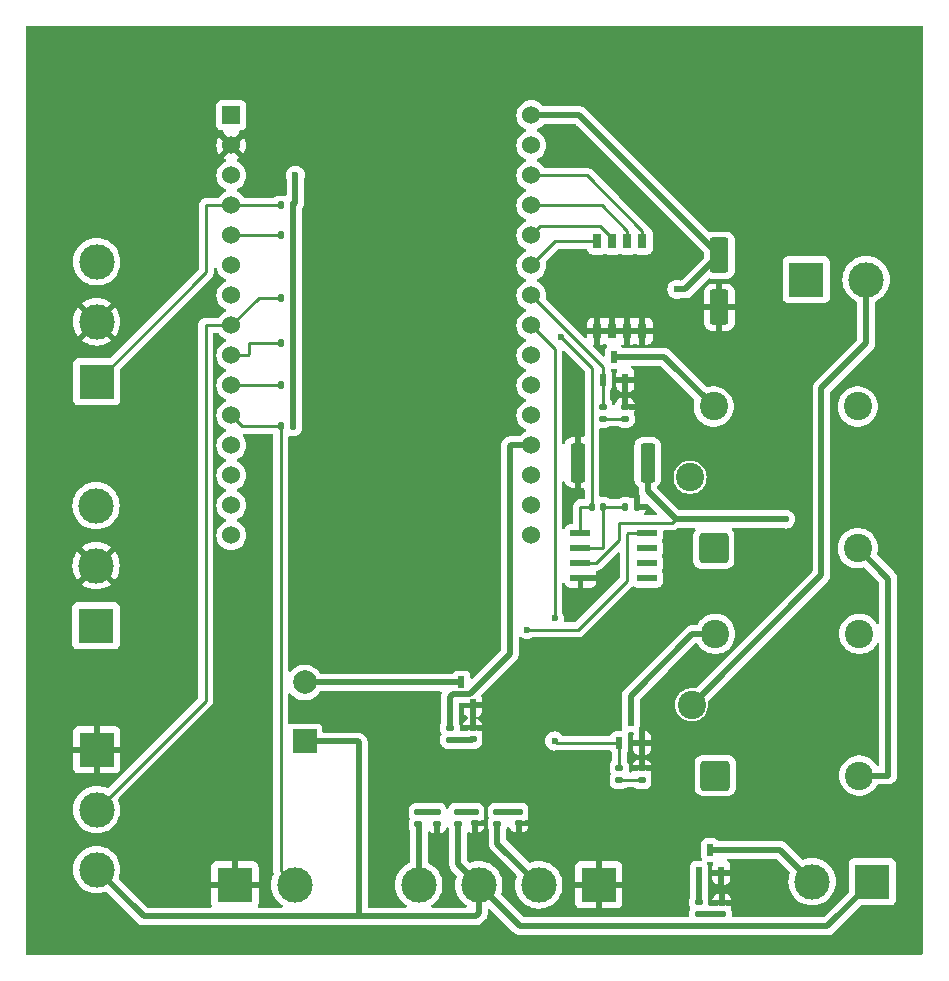
<source format=gbr>
%TF.GenerationSoftware,KiCad,Pcbnew,8.0.8*%
%TF.CreationDate,2025-03-20T21:36:52-04:00*%
%TF.ProjectId,PCB PUERTA,50434220-5055-4455-9254-412e6b696361,rev?*%
%TF.SameCoordinates,Original*%
%TF.FileFunction,Copper,L1,Top*%
%TF.FilePolarity,Positive*%
%FSLAX46Y46*%
G04 Gerber Fmt 4.6, Leading zero omitted, Abs format (unit mm)*
G04 Created by KiCad (PCBNEW 8.0.8) date 2025-03-20 21:36:52*
%MOMM*%
%LPD*%
G01*
G04 APERTURE LIST*
G04 Aperture macros list*
%AMRoundRect*
0 Rectangle with rounded corners*
0 $1 Rounding radius*
0 $2 $3 $4 $5 $6 $7 $8 $9 X,Y pos of 4 corners*
0 Add a 4 corners polygon primitive as box body*
4,1,4,$2,$3,$4,$5,$6,$7,$8,$9,$2,$3,0*
0 Add four circle primitives for the rounded corners*
1,1,$1+$1,$2,$3*
1,1,$1+$1,$4,$5*
1,1,$1+$1,$6,$7*
1,1,$1+$1,$8,$9*
0 Add four rect primitives between the rounded corners*
20,1,$1+$1,$2,$3,$4,$5,0*
20,1,$1+$1,$4,$5,$6,$7,0*
20,1,$1+$1,$6,$7,$8,$9,0*
20,1,$1+$1,$8,$9,$2,$3,0*%
G04 Aperture macros list end*
%TA.AperFunction,ComponentPad*%
%ADD10R,3.000000X3.000000*%
%TD*%
%TA.AperFunction,ComponentPad*%
%ADD11C,3.000000*%
%TD*%
%TA.AperFunction,SMDPad,CuDef*%
%ADD12RoundRect,0.135000X0.185000X-0.135000X0.185000X0.135000X-0.185000X0.135000X-0.185000X-0.135000X0*%
%TD*%
%TA.AperFunction,SMDPad,CuDef*%
%ADD13RoundRect,0.250000X-0.550000X1.250000X-0.550000X-1.250000X0.550000X-1.250000X0.550000X1.250000X0*%
%TD*%
%TA.AperFunction,SMDPad,CuDef*%
%ADD14RoundRect,0.135000X0.135000X0.185000X-0.135000X0.185000X-0.135000X-0.185000X0.135000X-0.185000X0*%
%TD*%
%TA.AperFunction,SMDPad,CuDef*%
%ADD15RoundRect,0.135000X-0.185000X0.135000X-0.185000X-0.135000X0.185000X-0.135000X0.185000X0.135000X0*%
%TD*%
%TA.AperFunction,SMDPad,CuDef*%
%ADD16R,0.508000X1.016000*%
%TD*%
%TA.AperFunction,SMDPad,CuDef*%
%ADD17RoundRect,0.140000X-0.140000X-0.170000X0.140000X-0.170000X0.140000X0.170000X-0.140000X0.170000X0*%
%TD*%
%TA.AperFunction,SMDPad,CuDef*%
%ADD18RoundRect,0.147500X-0.172500X0.147500X-0.172500X-0.147500X0.172500X-0.147500X0.172500X0.147500X0*%
%TD*%
%TA.AperFunction,SMDPad,CuDef*%
%ADD19R,0.760000X1.270000*%
%TD*%
%TA.AperFunction,SMDPad,CuDef*%
%ADD20R,1.663700X0.558800*%
%TD*%
%TA.AperFunction,SMDPad,CuDef*%
%ADD21RoundRect,0.147500X0.172500X-0.147500X0.172500X0.147500X-0.172500X0.147500X-0.172500X-0.147500X0*%
%TD*%
%TA.AperFunction,ComponentPad*%
%ADD22C,2.400000*%
%TD*%
%TA.AperFunction,ComponentPad*%
%ADD23RoundRect,0.250000X1.000000X-1.000000X1.000000X1.000000X-1.000000X1.000000X-1.000000X-1.000000X0*%
%TD*%
%TA.AperFunction,ComponentPad*%
%ADD24R,2.000000X2.000000*%
%TD*%
%TA.AperFunction,ComponentPad*%
%ADD25C,2.000000*%
%TD*%
%TA.AperFunction,ComponentPad*%
%ADD26R,1.530000X1.530000*%
%TD*%
%TA.AperFunction,ComponentPad*%
%ADD27C,1.530000*%
%TD*%
%TA.AperFunction,SMDPad,CuDef*%
%ADD28RoundRect,0.250000X-0.362500X-1.425000X0.362500X-1.425000X0.362500X1.425000X-0.362500X1.425000X0*%
%TD*%
%TA.AperFunction,ViaPad*%
%ADD29C,0.600000*%
%TD*%
%TA.AperFunction,Conductor*%
%ADD30C,0.508000*%
%TD*%
%TA.AperFunction,Conductor*%
%ADD31C,0.254000*%
%TD*%
G04 APERTURE END LIST*
D10*
%TO.P,J7,1,Pin_1*%
%TO.N,+5V*%
X157175200Y-131318000D03*
D11*
%TO.P,J7,2,Pin_2*%
%TO.N,Net-(J7-Pin_2)*%
X152095200Y-131318000D03*
%TD*%
D12*
%TO.P,R19,1*%
%TO.N,Net-(D12-A)*%
X121437400Y-119318500D03*
%TO.P,R19,2*%
%TO.N,BUZZER*%
X121437400Y-118298500D03*
%TD*%
D13*
%TO.P,C7,1*%
%TO.N,+5V*%
X144246600Y-78292600D03*
%TO.P,C7,2*%
%TO.N,GND*%
X144246600Y-82692600D03*
%TD*%
D14*
%TO.P,R5,1*%
%TO.N,+3.3V*%
X108131800Y-89292400D03*
%TO.P,R5,2*%
%TO.N,KEYC*%
X107111800Y-89292400D03*
%TD*%
D12*
%TO.P,R11,1*%
%TO.N,Net-(D10-A)*%
X134366000Y-92115100D03*
%TO.P,R11,2*%
%TO.N,MA*%
X134366000Y-91095100D03*
%TD*%
D14*
%TO.P,R2,1*%
%TO.N,+3.3V*%
X108131800Y-85736400D03*
%TO.P,R2,2*%
%TO.N,KEYA*%
X107111800Y-85736400D03*
%TD*%
D15*
%TO.P,R9,1*%
%TO.N,Net-(D9-A)*%
X125450600Y-125421800D03*
%TO.P,R9,2*%
%TO.N,+12V*%
X125450600Y-126441800D03*
%TD*%
D16*
%TO.P,U2,1,BASE*%
%TO.N,MA*%
X134378700Y-88823800D03*
%TO.P,U2,2,EMITTER*%
%TO.N,GND*%
X136283700Y-88823800D03*
%TO.P,U2,3,COLLECTOR*%
%TO.N,Net-(U2-COLLECTOR)*%
X135331200Y-86893400D03*
%TD*%
D17*
%TO.P,R16,1*%
%TO.N,Net-(U3A--)*%
X136273600Y-99568000D03*
%TO.P,R16,2*%
%TO.N,GND*%
X137233600Y-99568000D03*
%TD*%
D10*
%TO.P,J4,1,Pin_1*%
%TO.N,GND*%
X103221800Y-131593600D03*
D11*
%TO.P,J4,2,Pin_2*%
%TO.N,PP*%
X108301800Y-131593600D03*
%TD*%
D18*
%TO.P,D10,1,K*%
%TO.N,GND*%
X136245600Y-91145500D03*
%TO.P,D10,2,A*%
%TO.N,Net-(D10-A)*%
X136245600Y-92115500D03*
%TD*%
D16*
%TO.P,U5,1,BASE*%
%TO.N,Net-(U5-BASE)*%
X142506700Y-130556000D03*
%TO.P,U5,2,EMITTER*%
%TO.N,GND*%
X144411700Y-130556000D03*
%TO.P,U5,3,COLLECTOR*%
%TO.N,Net-(J7-Pin_2)*%
X143459200Y-128625600D03*
%TD*%
D19*
%TO.P,SW1,1*%
%TO.N,Net-(U1-D13)*%
X137718800Y-77089000D03*
%TO.P,SW1,2*%
%TO.N,Net-(U1-D12)*%
X136448800Y-77089000D03*
%TO.P,SW1,3*%
%TO.N,Net-(U1-D14)*%
X135178800Y-77089000D03*
%TO.P,SW1,4*%
%TO.N,Net-(U1-D27)*%
X133908800Y-77089000D03*
%TO.P,SW1,5*%
%TO.N,GND*%
X133908800Y-84709000D03*
%TO.P,SW1,6*%
X135178800Y-84709000D03*
%TO.P,SW1,7*%
X136448800Y-84709000D03*
%TO.P,SW1,8*%
X137718800Y-84709000D03*
%TD*%
D20*
%TO.P,U3,1*%
%TO.N,Net-(U1-D33)*%
X132480050Y-101828600D03*
%TO.P,U3,2,-*%
%TO.N,Net-(U3A--)*%
X132480050Y-103098600D03*
%TO.P,U3,3,+*%
%TO.N,RefCorriente*%
X132480050Y-104368600D03*
%TO.P,U3,4,V-*%
%TO.N,GND*%
X132480050Y-105638600D03*
%TO.P,U3,5,+*%
%TO.N,unconnected-(U3B-+-Pad5)*%
X138131550Y-105638600D03*
%TO.P,U3,6,-*%
%TO.N,unconnected-(U3B---Pad6)*%
X138131550Y-104368600D03*
%TO.P,U3,7*%
%TO.N,unconnected-(U3-Pad7)*%
X138131550Y-103098600D03*
%TO.P,U3,8,V+*%
%TO.N,+3.3V*%
X138131550Y-101828600D03*
%TD*%
D21*
%TO.P,D8,1,K*%
%TO.N,GND*%
X123520200Y-126392800D03*
%TO.P,D8,2,A*%
%TO.N,Net-(D8-A)*%
X123520200Y-125422800D03*
%TD*%
%TO.P,D7,1,K*%
%TO.N,GND*%
X120319800Y-126415200D03*
%TO.P,D7,2,A*%
%TO.N,Net-(D7-A)*%
X120319800Y-125445200D03*
%TD*%
D15*
%TO.P,R8,1*%
%TO.N,Net-(D8-A)*%
X122123200Y-125397800D03*
%TO.P,R8,2*%
%TO.N,+5V*%
X122123200Y-126417800D03*
%TD*%
D14*
%TO.P,R4,1*%
%TO.N,+3.3V*%
X108157800Y-81875600D03*
%TO.P,R4,2*%
%TO.N,FTC*%
X107137800Y-81875600D03*
%TD*%
D18*
%TO.P,D11,1,K*%
%TO.N,GND*%
X137666200Y-121730300D03*
%TO.P,D11,2,A*%
%TO.N,Net-(D11-A)*%
X137666200Y-122700300D03*
%TD*%
D17*
%TO.P,R15,1*%
%TO.N,Net-(U1-D33)*%
X133454200Y-99568000D03*
%TO.P,R15,2*%
%TO.N,Net-(U3A--)*%
X134414200Y-99568000D03*
%TD*%
D14*
%TO.P,R1,1*%
%TO.N,+3.3V*%
X108129800Y-76592400D03*
%TO.P,R1,2*%
%TO.N,LSA*%
X107109800Y-76592400D03*
%TD*%
D22*
%TO.P,K1,11*%
%TO.N,MO1*%
X141761600Y-97087500D03*
%TO.P,K1,12*%
%TO.N,+12V*%
X155961600Y-91087500D03*
%TO.P,K1,14*%
%TO.N,RefCorriente*%
X155961600Y-103087500D03*
D23*
%TO.P,K1,A1*%
%TO.N,+12V*%
X143761600Y-103087500D03*
D22*
%TO.P,K1,A2*%
%TO.N,Net-(U2-COLLECTOR)*%
X143761600Y-91087500D03*
%TD*%
D24*
%TO.P,BZ1,1,+*%
%TO.N,+5V*%
X109118400Y-119452400D03*
D25*
%TO.P,BZ1,2,-*%
%TO.N,Net-(BZ1--)*%
X109118400Y-114452400D03*
%TD*%
D16*
%TO.P,U4,1,BASE*%
%TO.N,BUZZER*%
X121450100Y-116382800D03*
%TO.P,U4,2,EMITTER*%
%TO.N,GND*%
X123355100Y-116382800D03*
%TO.P,U4,3,COLLECTOR*%
%TO.N,Net-(BZ1--)*%
X122402600Y-114452400D03*
%TD*%
%TO.P,U6,1,BASE*%
%TO.N,MC*%
X135773900Y-119584100D03*
%TO.P,U6,2,EMITTER*%
%TO.N,GND*%
X137678900Y-119584100D03*
%TO.P,U6,3,COLLECTOR*%
%TO.N,Net-(U6-COLLECTOR)*%
X136726400Y-117653700D03*
%TD*%
D26*
%TO.P,U1,1,3V3*%
%TO.N,unconnected-(U1-3V3-Pad1)*%
X102920800Y-66432400D03*
D27*
%TO.P,U1,2,GND*%
%TO.N,GND*%
X102920800Y-68972400D03*
%TO.P,U1,3,D15*%
%TO.N,unconnected-(U1-D15-Pad3)*%
X102920800Y-71512400D03*
%TO.P,U1,4,D2*%
%TO.N,LSC*%
X102920800Y-74052400D03*
%TO.P,U1,5,D4*%
%TO.N,LSA*%
X102920800Y-76592400D03*
%TO.P,U1,6,RX2*%
%TO.N,unconnected-(U1-RX2-Pad6)*%
X102920800Y-79132400D03*
%TO.P,U1,7,TX2*%
%TO.N,unconnected-(U1-TX2-Pad7)*%
X102920800Y-81672400D03*
%TO.P,U1,8,D5*%
%TO.N,FTC*%
X102920800Y-84212400D03*
%TO.P,U1,9,D18*%
%TO.N,KEYA*%
X102920800Y-86752400D03*
%TO.P,U1,10,D19*%
%TO.N,KEYC*%
X102920800Y-89292400D03*
%TO.P,U1,11,D21*%
%TO.N,PP*%
X102920800Y-91832400D03*
%TO.P,U1,12,RX0*%
%TO.N,unconnected-(U1-RX0-Pad12)*%
X102920800Y-94372400D03*
%TO.P,U1,13,TX0*%
%TO.N,unconnected-(U1-TX0-Pad13)*%
X102920800Y-96912400D03*
%TO.P,U1,14,D22*%
%TO.N,unconnected-(U1-D22-Pad14)*%
X102920800Y-99452400D03*
%TO.P,U1,15,D23*%
%TO.N,unconnected-(U1-D23-Pad15)*%
X102920800Y-101992400D03*
%TO.P,U1,16,EN*%
%TO.N,unconnected-(U1-EN-Pad16)*%
X128320800Y-101992400D03*
%TO.P,U1,17,VP*%
%TO.N,unconnected-(U1-VP-Pad17)*%
X128320800Y-99452400D03*
%TO.P,U1,18,VN*%
%TO.N,unconnected-(U1-VN-Pad18)*%
X128320800Y-96912400D03*
%TO.P,U1,19,D34*%
%TO.N,BUZZER*%
X128320800Y-94372400D03*
%TO.P,U1,20,D35*%
%TO.N,unconnected-(U1-D35-Pad20)*%
X128320800Y-91832400D03*
%TO.P,U1,21,D32*%
%TO.N,LAMP*%
X128320800Y-89292400D03*
%TO.P,U1,22,D33*%
%TO.N,Net-(U1-D33)*%
X128320800Y-86752400D03*
%TO.P,U1,23,D25*%
%TO.N,MC*%
X128320800Y-84212400D03*
%TO.P,U1,24,D26*%
%TO.N,MA*%
X128320800Y-81672400D03*
%TO.P,U1,25,D27*%
%TO.N,Net-(U1-D27)*%
X128320800Y-79132400D03*
%TO.P,U1,26,D14*%
%TO.N,Net-(U1-D14)*%
X128320800Y-76592400D03*
%TO.P,U1,27,D12*%
%TO.N,Net-(U1-D12)*%
X128320800Y-74052400D03*
%TO.P,U1,28,D13*%
%TO.N,Net-(U1-D13)*%
X128320800Y-71512400D03*
%TO.P,U1,29,GND*%
%TO.N,unconnected-(U1-GND-Pad29)*%
X128320800Y-68972400D03*
%TO.P,U1,30,VIN*%
%TO.N,+5V*%
X128320800Y-66432400D03*
%TD*%
D14*
%TO.P,R6,1*%
%TO.N,+3.3V*%
X108129800Y-74052400D03*
%TO.P,R6,2*%
%TO.N,LSC*%
X107109800Y-74052400D03*
%TD*%
D28*
%TO.P,R17,1*%
%TO.N,GND*%
X132241700Y-95834200D03*
%TO.P,R17,2*%
%TO.N,RefCorriente*%
X138166700Y-95834200D03*
%TD*%
D18*
%TO.P,D13,1,K*%
%TO.N,GND*%
X144449800Y-133131700D03*
%TO.P,D13,2,A*%
%TO.N,Net-(D13-A)*%
X144449800Y-134101700D03*
%TD*%
%TO.P,D12,1,K*%
%TO.N,GND*%
X123342400Y-118314000D03*
%TO.P,D12,2,A*%
%TO.N,Net-(D12-A)*%
X123342400Y-119284000D03*
%TD*%
D12*
%TO.P,R18,1*%
%TO.N,Net-(D11-A)*%
X135761200Y-122709400D03*
%TO.P,R18,2*%
%TO.N,MC*%
X135761200Y-121689400D03*
%TD*%
%TO.P,R20,1*%
%TO.N,Net-(D13-A)*%
X142494000Y-134101300D03*
%TO.P,R20,2*%
%TO.N,Net-(U5-BASE)*%
X142494000Y-133081300D03*
%TD*%
D15*
%TO.P,R7,1*%
%TO.N,Net-(D7-A)*%
X118745000Y-125446600D03*
%TO.P,R7,2*%
%TO.N,+3.3V*%
X118745000Y-126466600D03*
%TD*%
D14*
%TO.P,R3,1*%
%TO.N,+3.3V*%
X108129800Y-92772200D03*
%TO.P,R3,2*%
%TO.N,PP*%
X107109800Y-92772200D03*
%TD*%
D10*
%TO.P,J5,1,Pin_1*%
%TO.N,GND*%
X134032000Y-131593600D03*
D11*
%TO.P,J5,2,Pin_2*%
%TO.N,+12V*%
X128952000Y-131593600D03*
%TO.P,J5,3,Pin_3*%
%TO.N,+5V*%
X123872000Y-131593600D03*
%TO.P,J5,4,Pin_4*%
%TO.N,+3.3V*%
X118792000Y-131593600D03*
%TD*%
D10*
%TO.P,J6,1,Pin_1*%
%TO.N,MO1*%
X151587200Y-80340200D03*
D11*
%TO.P,J6,2,Pin_2*%
%TO.N,MO2*%
X156667200Y-80340200D03*
%TD*%
D22*
%TO.P,K2,11*%
%TO.N,MO2*%
X141891000Y-116337600D03*
%TO.P,K2,12*%
%TO.N,+12V*%
X156091000Y-110337600D03*
%TO.P,K2,14*%
%TO.N,RefCorriente*%
X156091000Y-122337600D03*
D23*
%TO.P,K2,A1*%
%TO.N,+12V*%
X143891000Y-122337600D03*
D22*
%TO.P,K2,A2*%
%TO.N,Net-(U6-COLLECTOR)*%
X143891000Y-110337600D03*
%TD*%
D10*
%TO.P,J1,1,Pin_1*%
%TO.N,LSC*%
X91520000Y-89001600D03*
D11*
%TO.P,J1,2,Pin_2*%
%TO.N,GND*%
X91520000Y-83921600D03*
%TO.P,J1,3,Pin_3*%
%TO.N,LSA*%
X91520000Y-78841600D03*
%TD*%
D10*
%TO.P,J2,1,Pin_1*%
%TO.N,KEYC*%
X91465400Y-109648000D03*
D11*
%TO.P,J2,2,Pin_2*%
%TO.N,GND*%
X91465400Y-104568000D03*
%TO.P,J2,3,Pin_3*%
%TO.N,KEYA*%
X91465400Y-99488000D03*
%TD*%
D21*
%TO.P,D9,1,K*%
%TO.N,GND*%
X127254000Y-126390400D03*
%TO.P,D9,2,A*%
%TO.N,Net-(D9-A)*%
X127254000Y-125420400D03*
%TD*%
D10*
%TO.P,J3,1,Pin_1*%
%TO.N,GND*%
X91520000Y-120138200D03*
D11*
%TO.P,J3,2,Pin_2*%
%TO.N,FTC*%
X91520000Y-125218200D03*
%TO.P,J3,3,Pin_3*%
%TO.N,+5V*%
X91520000Y-130298200D03*
%TD*%
D29*
%TO.N,+5V*%
X140639800Y-81178400D03*
%TO.N,GND*%
X132232400Y-88341200D03*
X120269000Y-127736600D03*
X132638800Y-84607400D03*
%TO.N,+3.3V*%
X108345000Y-71512400D03*
X127939800Y-109982000D03*
%TO.N,MC*%
X130284600Y-119413400D03*
X130284600Y-109016800D03*
%TO.N,RefCorriente*%
X149860000Y-100634800D03*
%TO.N,Net-(U1-D33)*%
X130810000Y-85191600D03*
%TD*%
D30*
%TO.N,+5V*%
X91520000Y-130298200D02*
X95486200Y-134264400D01*
X122123200Y-129844800D02*
X122123200Y-126417800D01*
X123872000Y-134014200D02*
X123872000Y-131593600D01*
X113643400Y-119452400D02*
X113715800Y-119524800D01*
X123872000Y-131593600D02*
X127381000Y-135102600D01*
X141360800Y-81178400D02*
X144246600Y-78292600D01*
X113715800Y-134137400D02*
X113842800Y-134264400D01*
X109118400Y-119452400D02*
X113643400Y-119452400D01*
X113715800Y-119524800D02*
X113715800Y-134137400D01*
X153390600Y-135102600D02*
X157175200Y-131318000D01*
X140639800Y-81178400D02*
X141360800Y-81178400D01*
X113842800Y-134264400D02*
X123621800Y-134264400D01*
X144246600Y-78292600D02*
X132386400Y-66432400D01*
X123621800Y-134264400D02*
X123872000Y-134014200D01*
X132386400Y-66432400D02*
X128320800Y-66432400D01*
X123872000Y-131593600D02*
X122123200Y-129844800D01*
X127381000Y-135102600D02*
X153390600Y-135102600D01*
X95486200Y-134264400D02*
X113842800Y-134264400D01*
%TO.N,Net-(BZ1--)*%
X122402600Y-114452400D02*
X109118400Y-114452400D01*
%TO.N,Net-(D7-A)*%
X120318400Y-125446600D02*
X120319800Y-125445200D01*
X118745000Y-125446600D02*
X120318400Y-125446600D01*
%TO.N,Net-(D8-A)*%
X123495200Y-125397800D02*
X123520200Y-125422800D01*
X122123200Y-125397800D02*
X123495200Y-125397800D01*
D31*
%TO.N,LSC*%
X100812600Y-79709000D02*
X100812600Y-74066400D01*
X102920800Y-74052400D02*
X107109800Y-74052400D01*
X91520000Y-89001600D02*
X100812600Y-79709000D01*
X100826600Y-74052400D02*
X102920800Y-74052400D01*
X100812600Y-74066400D02*
X100826600Y-74052400D01*
%TO.N,LSA*%
X107109800Y-76592400D02*
X102920800Y-76592400D01*
%TO.N,KEYA*%
X104357200Y-86752400D02*
X104444800Y-86664800D01*
X104444800Y-86664800D02*
X104444800Y-85725000D01*
X104444800Y-85725000D02*
X104456200Y-85736400D01*
X104456200Y-85736400D02*
X107111800Y-85736400D01*
X102920800Y-86752400D02*
X104357200Y-86752400D01*
%TO.N,KEYC*%
X107111800Y-89292400D02*
X102920800Y-89292400D01*
%TO.N,FTC*%
X100888800Y-84201000D02*
X100900200Y-84212400D01*
X100736400Y-116001800D02*
X100736400Y-84201000D01*
X107137800Y-81875600D02*
X105257600Y-81875600D01*
X100736400Y-84201000D02*
X100888800Y-84201000D01*
X100900200Y-84212400D02*
X102920800Y-84212400D01*
X91520000Y-125218200D02*
X100736400Y-116001800D01*
X105257600Y-81875600D02*
X102920800Y-84212400D01*
%TO.N,PP*%
X107109800Y-130401600D02*
X107109800Y-92772200D01*
X103860600Y-92772200D02*
X102920800Y-91832400D01*
X108301800Y-131593600D02*
X107109800Y-130401600D01*
X107109800Y-92772200D02*
X103860600Y-92772200D01*
D30*
%TO.N,MO2*%
X156667200Y-85750400D02*
X156667200Y-80340200D01*
X152882600Y-105346000D02*
X152882600Y-89535000D01*
X141891000Y-116337600D02*
X152882600Y-105346000D01*
X152882600Y-89535000D02*
X156667200Y-85750400D01*
%TO.N,Net-(J7-Pin_2)*%
X149402800Y-128625600D02*
X152095200Y-131318000D01*
X143459200Y-128625600D02*
X149402800Y-128625600D01*
%TO.N,Net-(D9-A)*%
X127252600Y-125421800D02*
X127254000Y-125420400D01*
X125450600Y-125421800D02*
X127252600Y-125421800D01*
D31*
%TO.N,Net-(D10-A)*%
X136245200Y-92115100D02*
X136245600Y-92115500D01*
X134366000Y-92115100D02*
X136245200Y-92115100D01*
%TO.N,Net-(D11-A)*%
X137657100Y-122709400D02*
X137666200Y-122700300D01*
X135761200Y-122709400D02*
X137657100Y-122709400D01*
D30*
%TO.N,Net-(D12-A)*%
X123307900Y-119318500D02*
X123342400Y-119284000D01*
X121437400Y-119318500D02*
X123307900Y-119318500D01*
%TO.N,Net-(D13-A)*%
X142494000Y-134101300D02*
X144449400Y-134101300D01*
X144449400Y-134101300D02*
X144449800Y-134101700D01*
%TO.N,+12V*%
X128952000Y-131593600D02*
X125450600Y-128092200D01*
X125450600Y-128092200D02*
X125450600Y-126441800D01*
D31*
%TO.N,+3.3V*%
X136423400Y-105867200D02*
X132308600Y-109982000D01*
D30*
X108131800Y-85736400D02*
X108131800Y-89292400D01*
X118792000Y-131593600D02*
X118792000Y-126513600D01*
X108131800Y-85736400D02*
X108131800Y-81901600D01*
D31*
X136499600Y-101828600D02*
X136423400Y-101904800D01*
D30*
X108131800Y-92770200D02*
X108129800Y-92772200D01*
X108131800Y-89292400D02*
X108131800Y-92770200D01*
X108157800Y-81875600D02*
X108157800Y-76620400D01*
X118792000Y-126513600D02*
X118745000Y-126466600D01*
X108345000Y-73837200D02*
X108129800Y-74052400D01*
X108157800Y-76620400D02*
X108129800Y-76592400D01*
X108345000Y-71512400D02*
X108345000Y-73837200D01*
X108131800Y-81901600D02*
X108157800Y-81875600D01*
D31*
X138131550Y-101828600D02*
X136499600Y-101828600D01*
X132308600Y-109982000D02*
X127939800Y-109982000D01*
X136423400Y-101904800D02*
X136423400Y-105867200D01*
D30*
X108129800Y-74052400D02*
X108129800Y-76592400D01*
D31*
%TO.N,Net-(U1-D13)*%
X137718800Y-76200000D02*
X137718800Y-77089000D01*
X133031200Y-71512400D02*
X137718800Y-76200000D01*
X128320800Y-71512400D02*
X133031200Y-71512400D01*
%TO.N,Net-(U1-D12)*%
X134301200Y-74052400D02*
X136448800Y-76200000D01*
X128320800Y-74052400D02*
X134301200Y-74052400D01*
X136448800Y-76200000D02*
X136448800Y-77089000D01*
%TO.N,Net-(U1-D14)*%
X129085800Y-75827400D02*
X134172200Y-75827400D01*
X134172200Y-75827400D02*
X135178800Y-76834000D01*
X135178800Y-76834000D02*
X135178800Y-77089000D01*
X128320800Y-76592400D02*
X129085800Y-75827400D01*
%TO.N,Net-(U1-D27)*%
X130364200Y-77089000D02*
X133908800Y-77089000D01*
X128320800Y-79132400D02*
X130364200Y-77089000D01*
%TO.N,MA*%
X134378700Y-91082400D02*
X134366000Y-91095100D01*
X134378700Y-88823800D02*
X134378700Y-91082400D01*
X134378700Y-88823800D02*
X134378700Y-87730300D01*
X134378700Y-87730300D02*
X128320800Y-81672400D01*
D30*
%TO.N,BUZZER*%
X121437400Y-118298500D02*
X121437400Y-115671600D01*
X126492000Y-112033000D02*
X126492000Y-94437200D01*
X123110600Y-115414400D02*
X126492000Y-112033000D01*
X121450100Y-116382800D02*
X121450100Y-118285800D01*
X126492000Y-94437200D02*
X126556800Y-94372400D01*
X126556800Y-94372400D02*
X128320800Y-94372400D01*
X121437400Y-115671600D02*
X121694600Y-115414400D01*
X121694600Y-115414400D02*
X123110600Y-115414400D01*
X121450100Y-118285800D02*
X121437400Y-118298500D01*
D31*
%TO.N,MC*%
X130284600Y-119413400D02*
X130455300Y-119584100D01*
X130302000Y-86193600D02*
X130302000Y-109016800D01*
X135761200Y-119596800D02*
X135773900Y-119584100D01*
X128320800Y-84212400D02*
X130302000Y-86193600D01*
X135761200Y-121689400D02*
X135761200Y-119596800D01*
X130302000Y-109016800D02*
X130284600Y-109016800D01*
X130455300Y-119584100D02*
X135773900Y-119584100D01*
D30*
%TO.N,RefCorriente*%
X149860000Y-100634800D02*
X140538200Y-100634800D01*
X140538200Y-100634800D02*
X138166700Y-98263300D01*
D31*
X133786253Y-104368600D02*
X135737600Y-102417253D01*
X135737600Y-100914200D02*
X140258800Y-100914200D01*
X135737600Y-102417253D02*
X135737600Y-100914200D01*
D30*
X158535600Y-122337600D02*
X158546800Y-122326400D01*
X156091000Y-122337600D02*
X158535600Y-122337600D01*
X158546800Y-105672700D02*
X155961600Y-103087500D01*
X158546800Y-122326400D02*
X158546800Y-105672700D01*
D31*
X140258800Y-100914200D02*
X140538200Y-100634800D01*
X132480050Y-104368600D02*
X133786253Y-104368600D01*
D30*
X138166700Y-98263300D02*
X138166700Y-95834200D01*
%TO.N,Net-(U2-COLLECTOR)*%
X139567500Y-86893400D02*
X135331200Y-86893400D01*
X143761600Y-91087500D02*
X139567500Y-86893400D01*
%TO.N,Net-(U6-COLLECTOR)*%
X141960600Y-110337600D02*
X143891000Y-110337600D01*
X136726400Y-117653700D02*
X136726400Y-115571800D01*
X136726400Y-115571800D02*
X141960600Y-110337600D01*
D31*
%TO.N,Net-(U1-D33)*%
X132480050Y-101828600D02*
X132480050Y-99574350D01*
X132480050Y-99574350D02*
X132486400Y-99568000D01*
X132486400Y-99568000D02*
X133454200Y-99568000D01*
X130810000Y-85191600D02*
X133454200Y-87835800D01*
X133454200Y-87835800D02*
X133454200Y-99568000D01*
%TO.N,Net-(U3A--)*%
X134414200Y-99568000D02*
X134414200Y-103098600D01*
X134414200Y-103098600D02*
X132480050Y-103098600D01*
X134414200Y-99568000D02*
X136273600Y-99568000D01*
D30*
%TO.N,Net-(U5-BASE)*%
X142506700Y-130556000D02*
X142506700Y-133068600D01*
X142506700Y-133068600D02*
X142494000Y-133081300D01*
%TD*%
%TA.AperFunction,Conductor*%
%TO.N,GND*%
G36*
X120512839Y-126434885D02*
G01*
X120558594Y-126487689D01*
X120569800Y-126539200D01*
X120569800Y-127209244D01*
X120569801Y-127209245D01*
X120594392Y-127207312D01*
X120594399Y-127207310D01*
X120751491Y-127161670D01*
X120751497Y-127161668D01*
X120892308Y-127078393D01*
X120892316Y-127078387D01*
X121007987Y-126962716D01*
X121007993Y-126962708D01*
X121091268Y-126821897D01*
X121091269Y-126821895D01*
X121103858Y-126778562D01*
X121141463Y-126719676D01*
X121204935Y-126690468D01*
X121274122Y-126700213D01*
X121327057Y-126745816D01*
X121342011Y-126778558D01*
X121350330Y-126807190D01*
X121350331Y-126807193D01*
X121351431Y-126809053D01*
X121351938Y-126810907D01*
X121353428Y-126814349D01*
X121352938Y-126814561D01*
X121368700Y-126872175D01*
X121368700Y-129765352D01*
X121368699Y-129765378D01*
X121368699Y-129770488D01*
X121368699Y-129919112D01*
X121368699Y-129919114D01*
X121368698Y-129919114D01*
X121397693Y-130064873D01*
X121397696Y-130064883D01*
X121454566Y-130202181D01*
X121454572Y-130202192D01*
X121537142Y-130325768D01*
X121537143Y-130325769D01*
X121970686Y-130759310D01*
X122004171Y-130820633D01*
X121999187Y-130890323D01*
X121947630Y-131028556D01*
X121886804Y-131308166D01*
X121866390Y-131593598D01*
X121866390Y-131593601D01*
X121886804Y-131879033D01*
X121947628Y-132158637D01*
X121947630Y-132158643D01*
X121947631Y-132158646D01*
X122015120Y-132339590D01*
X122047635Y-132426766D01*
X122184770Y-132677909D01*
X122184775Y-132677917D01*
X122356254Y-132906987D01*
X122356270Y-132907005D01*
X122558594Y-133109329D01*
X122558612Y-133109345D01*
X122787685Y-133280826D01*
X122788867Y-133281586D01*
X122789175Y-133281942D01*
X122791230Y-133283480D01*
X122790895Y-133283926D01*
X122834621Y-133334390D01*
X122844564Y-133403549D01*
X122815538Y-133467104D01*
X122756759Y-133504878D01*
X122721826Y-133509900D01*
X119942174Y-133509900D01*
X119875135Y-133490215D01*
X119829380Y-133437411D01*
X119819436Y-133368253D01*
X119848461Y-133304697D01*
X119872839Y-133283573D01*
X119872770Y-133283480D01*
X119874072Y-133282505D01*
X119875133Y-133281586D01*
X119876308Y-133280829D01*
X119876315Y-133280826D01*
X120105395Y-133109339D01*
X120307739Y-132906995D01*
X120479226Y-132677915D01*
X120616367Y-132426761D01*
X120716369Y-132158646D01*
X120719737Y-132143163D01*
X120777195Y-131879033D01*
X120777195Y-131879032D01*
X120777196Y-131879028D01*
X120797610Y-131593600D01*
X120777196Y-131308172D01*
X120776742Y-131306086D01*
X120716371Y-131028562D01*
X120716369Y-131028556D01*
X120716369Y-131028554D01*
X120616367Y-130760439D01*
X120612284Y-130752962D01*
X120479229Y-130509290D01*
X120479224Y-130509282D01*
X120307745Y-130280212D01*
X120307729Y-130280194D01*
X120105405Y-130077870D01*
X120105387Y-130077854D01*
X119876317Y-129906375D01*
X119876309Y-129906370D01*
X119691879Y-129805664D01*
X119625161Y-129769233D01*
X119625158Y-129769232D01*
X119625151Y-129769228D01*
X119621123Y-129767388D01*
X119621775Y-129765958D01*
X119571204Y-129728070D01*
X119546812Y-129662596D01*
X119546500Y-129653798D01*
X119546500Y-127175759D01*
X119566185Y-127108720D01*
X119618989Y-127062965D01*
X119688147Y-127053021D01*
X119740173Y-127075097D01*
X119740574Y-127074421D01*
X119745640Y-127077417D01*
X119746507Y-127077785D01*
X119747291Y-127078393D01*
X119888102Y-127161668D01*
X119888107Y-127161670D01*
X120045202Y-127207310D01*
X120069800Y-127209245D01*
X120069800Y-126539200D01*
X120089485Y-126472161D01*
X120142289Y-126426406D01*
X120193800Y-126415200D01*
X120445800Y-126415200D01*
X120512839Y-126434885D01*
G37*
%TD.AperFunction*%
%TA.AperFunction,Conductor*%
G36*
X135715234Y-103429552D02*
G01*
X135771167Y-103471424D01*
X135795584Y-103536888D01*
X135795900Y-103545734D01*
X135795900Y-105555919D01*
X135776215Y-105622958D01*
X135759581Y-105643600D01*
X132085000Y-109318181D01*
X132023677Y-109351666D01*
X131997319Y-109354500D01*
X131189288Y-109354500D01*
X131122249Y-109334815D01*
X131076494Y-109282011D01*
X131066550Y-109212853D01*
X131068961Y-109202971D01*
X131068418Y-109202847D01*
X131069969Y-109196049D01*
X131090165Y-109016803D01*
X131090165Y-109016796D01*
X131069969Y-108837550D01*
X131069968Y-108837545D01*
X131039409Y-108750212D01*
X131010389Y-108667278D01*
X130991427Y-108637100D01*
X130948506Y-108568791D01*
X130929500Y-108502819D01*
X130929500Y-106109141D01*
X130949185Y-106042102D01*
X131001989Y-105996347D01*
X131071147Y-105986403D01*
X131134703Y-106015428D01*
X131169682Y-106065808D01*
X131204845Y-106160086D01*
X131204849Y-106160093D01*
X131291009Y-106275187D01*
X131291012Y-106275190D01*
X131406106Y-106361350D01*
X131406113Y-106361354D01*
X131540820Y-106411596D01*
X131540827Y-106411598D01*
X131600355Y-106417999D01*
X131600372Y-106418000D01*
X132230050Y-106418000D01*
X132730050Y-106418000D01*
X133359728Y-106418000D01*
X133359744Y-106417999D01*
X133419272Y-106411598D01*
X133419279Y-106411596D01*
X133553986Y-106361354D01*
X133553993Y-106361350D01*
X133669087Y-106275190D01*
X133669090Y-106275187D01*
X133755250Y-106160093D01*
X133755254Y-106160086D01*
X133805496Y-106025379D01*
X133805498Y-106025372D01*
X133811899Y-105965844D01*
X133811900Y-105965827D01*
X133811900Y-105888600D01*
X132730050Y-105888600D01*
X132730050Y-106418000D01*
X132230050Y-106418000D01*
X132230050Y-105762600D01*
X132249735Y-105695561D01*
X132302539Y-105649806D01*
X132354050Y-105638600D01*
X132480050Y-105638600D01*
X132480050Y-105512600D01*
X132499735Y-105445561D01*
X132552539Y-105399806D01*
X132604050Y-105388600D01*
X133811900Y-105388600D01*
X133811900Y-105311372D01*
X133811899Y-105311355D01*
X133805498Y-105251827D01*
X133805496Y-105251820D01*
X133770566Y-105158166D01*
X133765582Y-105088474D01*
X133799067Y-105027151D01*
X133860390Y-104993667D01*
X133862491Y-104993228D01*
X133969288Y-104971986D01*
X134050037Y-104938537D01*
X134083486Y-104924683D01*
X134186261Y-104856011D01*
X134273664Y-104768608D01*
X135584219Y-103458053D01*
X135645542Y-103424568D01*
X135715234Y-103429552D01*
G37*
%TD.AperFunction*%
%TA.AperFunction,Conductor*%
G36*
X131134703Y-86404168D02*
G01*
X131141181Y-86410200D01*
X132790381Y-88059400D01*
X132823866Y-88120723D01*
X132826700Y-88147081D01*
X132826700Y-93539511D01*
X132807015Y-93606550D01*
X132754211Y-93652305D01*
X132690099Y-93662869D01*
X132654190Y-93659200D01*
X132491700Y-93659200D01*
X132491700Y-98009199D01*
X132654172Y-98009199D01*
X132654181Y-98009198D01*
X132690096Y-98005529D01*
X132758789Y-98018298D01*
X132809674Y-98066177D01*
X132826700Y-98128887D01*
X132826700Y-98816500D01*
X132807015Y-98883539D01*
X132754211Y-98929294D01*
X132702700Y-98940500D01*
X132424595Y-98940500D01*
X132303370Y-98964613D01*
X132303360Y-98964616D01*
X132189173Y-99011913D01*
X132189160Y-99011920D01*
X132086392Y-99080588D01*
X132086390Y-99080589D01*
X132080046Y-99086935D01*
X132080042Y-99086939D01*
X131992639Y-99174342D01*
X131954238Y-99231814D01*
X131923966Y-99277119D01*
X131910111Y-99310564D01*
X131910112Y-99310565D01*
X131876665Y-99391312D01*
X131876662Y-99391322D01*
X131864513Y-99452401D01*
X131852550Y-99512542D01*
X131852550Y-100924700D01*
X131832865Y-100991739D01*
X131780061Y-101037494D01*
X131728551Y-101048700D01*
X131600330Y-101048700D01*
X131600323Y-101048701D01*
X131540716Y-101055108D01*
X131405871Y-101105402D01*
X131405864Y-101105406D01*
X131290655Y-101191652D01*
X131290652Y-101191655D01*
X131204406Y-101306864D01*
X131204402Y-101306871D01*
X131169682Y-101399962D01*
X131127811Y-101455896D01*
X131062346Y-101480313D01*
X130994073Y-101465461D01*
X130944668Y-101416056D01*
X130929500Y-101356629D01*
X130929500Y-97545996D01*
X130949185Y-97478957D01*
X131001989Y-97433202D01*
X131071147Y-97423258D01*
X131134703Y-97452283D01*
X131171206Y-97506992D01*
X131194841Y-97578319D01*
X131194843Y-97578324D01*
X131286884Y-97727545D01*
X131410854Y-97851515D01*
X131560075Y-97943556D01*
X131560080Y-97943558D01*
X131726502Y-97998705D01*
X131726509Y-97998706D01*
X131829219Y-98009199D01*
X131991699Y-98009199D01*
X131991700Y-98009198D01*
X131991700Y-93659200D01*
X131829229Y-93659200D01*
X131829212Y-93659201D01*
X131726502Y-93669694D01*
X131560080Y-93724841D01*
X131560075Y-93724843D01*
X131410854Y-93816884D01*
X131286884Y-93940854D01*
X131194843Y-94090075D01*
X131194841Y-94090080D01*
X131171206Y-94161408D01*
X131131433Y-94218853D01*
X131066918Y-94245676D01*
X130998142Y-94233361D01*
X130946942Y-94185818D01*
X130929500Y-94122404D01*
X130929500Y-86497881D01*
X130949185Y-86430842D01*
X131001989Y-86385087D01*
X131071147Y-86375143D01*
X131134703Y-86404168D01*
G37*
%TD.AperFunction*%
%TA.AperFunction,Conductor*%
G36*
X161442539Y-58898385D02*
G01*
X161488294Y-58951189D01*
X161499500Y-59002700D01*
X161499500Y-137375500D01*
X161479815Y-137442539D01*
X161427011Y-137488294D01*
X161375500Y-137499500D01*
X85624500Y-137499500D01*
X85557461Y-137479815D01*
X85511706Y-137427011D01*
X85500500Y-137375500D01*
X85500500Y-125218198D01*
X89514390Y-125218198D01*
X89514390Y-125218201D01*
X89534804Y-125503633D01*
X89595628Y-125783237D01*
X89595630Y-125783243D01*
X89595631Y-125783246D01*
X89673873Y-125993020D01*
X89695635Y-126051366D01*
X89832770Y-126302509D01*
X89832775Y-126302517D01*
X90004254Y-126531587D01*
X90004270Y-126531605D01*
X90206594Y-126733929D01*
X90206612Y-126733945D01*
X90435682Y-126905424D01*
X90435690Y-126905429D01*
X90686833Y-127042564D01*
X90686832Y-127042564D01*
X90686836Y-127042565D01*
X90686839Y-127042567D01*
X90954954Y-127142569D01*
X90954960Y-127142570D01*
X90954962Y-127142571D01*
X91234566Y-127203395D01*
X91234568Y-127203395D01*
X91234572Y-127203396D01*
X91488220Y-127221537D01*
X91519999Y-127223810D01*
X91520000Y-127223810D01*
X91520001Y-127223810D01*
X91548595Y-127221764D01*
X91805428Y-127203396D01*
X91892550Y-127184444D01*
X92085037Y-127142571D01*
X92085037Y-127142570D01*
X92085046Y-127142569D01*
X92353161Y-127042567D01*
X92604315Y-126905426D01*
X92833395Y-126733939D01*
X93035739Y-126531595D01*
X93207226Y-126302515D01*
X93344367Y-126051361D01*
X93444369Y-125783246D01*
X93476459Y-125635732D01*
X93505195Y-125503633D01*
X93505195Y-125503632D01*
X93505196Y-125503628D01*
X93525610Y-125218200D01*
X93525123Y-125211397D01*
X93514096Y-125057211D01*
X93505196Y-124932772D01*
X93502199Y-124918996D01*
X93444371Y-124653162D01*
X93444370Y-124653160D01*
X93444369Y-124653154D01*
X93344367Y-124385039D01*
X93344364Y-124385033D01*
X93344020Y-124384111D01*
X93339036Y-124314419D01*
X93372519Y-124253098D01*
X101223811Y-116401808D01*
X101286165Y-116308488D01*
X101292483Y-116299033D01*
X101316757Y-116240430D01*
X101339786Y-116184835D01*
X101363900Y-116063603D01*
X101363900Y-115939997D01*
X101363900Y-84963900D01*
X101383585Y-84896861D01*
X101436389Y-84851106D01*
X101487900Y-84839900D01*
X101750740Y-84839900D01*
X101817779Y-84859585D01*
X101852313Y-84892775D01*
X101870491Y-84918735D01*
X101946400Y-85027145D01*
X101947668Y-85028955D01*
X102104245Y-85185532D01*
X102285633Y-85312542D01*
X102347628Y-85341450D01*
X102408891Y-85370018D01*
X102461331Y-85416190D01*
X102480483Y-85483383D01*
X102460267Y-85550265D01*
X102408891Y-85594782D01*
X102285636Y-85652256D01*
X102285634Y-85652257D01*
X102104244Y-85779268D01*
X102104241Y-85779271D01*
X102024344Y-85859169D01*
X101947668Y-85935845D01*
X101888678Y-86020091D01*
X101820657Y-86117234D01*
X101820656Y-86117236D01*
X101727079Y-86317913D01*
X101727075Y-86317924D01*
X101669765Y-86531807D01*
X101669764Y-86531814D01*
X101650466Y-86752398D01*
X101650466Y-86752401D01*
X101669764Y-86972985D01*
X101669765Y-86972992D01*
X101727075Y-87186875D01*
X101727079Y-87186886D01*
X101790241Y-87322337D01*
X101820658Y-87387567D01*
X101947668Y-87568955D01*
X102104245Y-87725532D01*
X102285633Y-87852542D01*
X102325573Y-87871166D01*
X102408891Y-87910018D01*
X102461331Y-87956190D01*
X102480483Y-88023383D01*
X102460267Y-88090265D01*
X102408891Y-88134782D01*
X102285636Y-88192256D01*
X102285634Y-88192257D01*
X102104244Y-88319268D01*
X101947668Y-88475844D01*
X101820657Y-88657234D01*
X101820656Y-88657236D01*
X101727079Y-88857913D01*
X101727075Y-88857924D01*
X101669765Y-89071807D01*
X101669764Y-89071814D01*
X101650466Y-89292398D01*
X101650466Y-89292401D01*
X101669764Y-89512985D01*
X101669765Y-89512992D01*
X101727075Y-89726875D01*
X101727079Y-89726886D01*
X101803482Y-89890733D01*
X101820658Y-89927567D01*
X101947668Y-90108955D01*
X102104245Y-90265532D01*
X102285633Y-90392542D01*
X102347628Y-90421450D01*
X102408891Y-90450018D01*
X102461331Y-90496190D01*
X102480483Y-90563383D01*
X102460267Y-90630265D01*
X102408891Y-90674782D01*
X102285636Y-90732256D01*
X102285634Y-90732257D01*
X102104244Y-90859268D01*
X101947668Y-91015844D01*
X101820657Y-91197234D01*
X101820656Y-91197236D01*
X101727079Y-91397913D01*
X101727075Y-91397924D01*
X101669765Y-91611807D01*
X101669764Y-91611814D01*
X101650466Y-91832398D01*
X101650466Y-91832401D01*
X101669764Y-92052985D01*
X101669765Y-92052992D01*
X101727075Y-92266875D01*
X101727079Y-92266886D01*
X101803482Y-92430733D01*
X101820658Y-92467567D01*
X101947668Y-92648955D01*
X102104245Y-92805532D01*
X102285633Y-92932542D01*
X102307117Y-92942560D01*
X102408891Y-92990018D01*
X102461331Y-93036190D01*
X102480483Y-93103383D01*
X102460267Y-93170265D01*
X102408891Y-93214782D01*
X102285636Y-93272256D01*
X102285634Y-93272257D01*
X102104244Y-93399268D01*
X101947668Y-93555844D01*
X101820657Y-93737234D01*
X101820656Y-93737236D01*
X101727079Y-93937913D01*
X101727075Y-93937924D01*
X101669765Y-94151807D01*
X101669764Y-94151814D01*
X101650466Y-94372398D01*
X101650466Y-94372401D01*
X101669764Y-94592985D01*
X101669765Y-94592992D01*
X101727075Y-94806875D01*
X101727079Y-94806886D01*
X101770098Y-94899140D01*
X101820658Y-95007567D01*
X101947668Y-95188955D01*
X102104245Y-95345532D01*
X102285633Y-95472542D01*
X102347628Y-95501450D01*
X102408891Y-95530018D01*
X102461331Y-95576190D01*
X102480483Y-95643383D01*
X102460267Y-95710265D01*
X102408891Y-95754782D01*
X102285636Y-95812256D01*
X102285634Y-95812257D01*
X102104244Y-95939268D01*
X101947668Y-96095844D01*
X101820657Y-96277234D01*
X101820656Y-96277236D01*
X101727079Y-96477913D01*
X101727075Y-96477924D01*
X101669765Y-96691807D01*
X101669764Y-96691814D01*
X101650466Y-96912398D01*
X101650466Y-96912401D01*
X101669764Y-97132985D01*
X101669765Y-97132992D01*
X101727075Y-97346875D01*
X101727079Y-97346886D01*
X101803482Y-97510733D01*
X101820658Y-97547567D01*
X101947668Y-97728955D01*
X102104245Y-97885532D01*
X102285633Y-98012542D01*
X102347628Y-98041450D01*
X102408891Y-98070018D01*
X102461331Y-98116190D01*
X102480483Y-98183383D01*
X102460267Y-98250265D01*
X102408891Y-98294782D01*
X102285636Y-98352256D01*
X102285634Y-98352257D01*
X102104244Y-98479268D01*
X101947668Y-98635844D01*
X101820657Y-98817234D01*
X101820656Y-98817236D01*
X101727079Y-99017913D01*
X101727075Y-99017924D01*
X101669765Y-99231807D01*
X101669764Y-99231814D01*
X101650466Y-99452398D01*
X101650466Y-99452401D01*
X101669764Y-99672985D01*
X101669765Y-99672992D01*
X101727075Y-99886875D01*
X101727079Y-99886886D01*
X101814807Y-100075019D01*
X101820658Y-100087567D01*
X101947668Y-100268955D01*
X102104245Y-100425532D01*
X102285633Y-100552542D01*
X102328024Y-100572309D01*
X102408891Y-100610018D01*
X102461331Y-100656190D01*
X102480483Y-100723383D01*
X102460267Y-100790265D01*
X102408891Y-100834782D01*
X102285636Y-100892256D01*
X102285634Y-100892257D01*
X102104244Y-101019268D01*
X101947668Y-101175844D01*
X101820657Y-101357234D01*
X101820656Y-101357236D01*
X101727079Y-101557913D01*
X101727075Y-101557924D01*
X101669765Y-101771807D01*
X101669764Y-101771814D01*
X101650466Y-101992398D01*
X101650466Y-101992401D01*
X101669764Y-102212985D01*
X101669765Y-102212992D01*
X101727075Y-102426875D01*
X101727079Y-102426886D01*
X101820656Y-102627563D01*
X101820658Y-102627567D01*
X101947668Y-102808955D01*
X102104245Y-102965532D01*
X102285633Y-103092542D01*
X102406372Y-103148843D01*
X102486313Y-103186120D01*
X102486315Y-103186120D01*
X102486320Y-103186123D01*
X102700209Y-103243435D01*
X102857774Y-103257220D01*
X102920798Y-103262734D01*
X102920800Y-103262734D01*
X102920802Y-103262734D01*
X102975947Y-103257909D01*
X103141391Y-103243435D01*
X103355280Y-103186123D01*
X103555967Y-103092542D01*
X103737355Y-102965532D01*
X103893932Y-102808955D01*
X104020942Y-102627567D01*
X104114523Y-102426880D01*
X104171835Y-102212991D01*
X104191134Y-101992400D01*
X104171835Y-101771809D01*
X104114523Y-101557920D01*
X104106007Y-101539658D01*
X104042137Y-101402686D01*
X104020942Y-101357233D01*
X103893932Y-101175845D01*
X103737355Y-101019268D01*
X103555967Y-100892258D01*
X103432707Y-100834781D01*
X103380268Y-100788610D01*
X103361116Y-100721417D01*
X103381331Y-100654536D01*
X103432708Y-100610018D01*
X103555967Y-100552542D01*
X103737355Y-100425532D01*
X103893932Y-100268955D01*
X104020942Y-100087567D01*
X104114523Y-99886880D01*
X104171835Y-99672991D01*
X104191134Y-99452400D01*
X104171835Y-99231809D01*
X104114523Y-99017920D01*
X104107245Y-99002313D01*
X104038118Y-98854067D01*
X104020942Y-98817233D01*
X103893932Y-98635845D01*
X103737355Y-98479268D01*
X103555967Y-98352258D01*
X103432707Y-98294781D01*
X103380268Y-98248610D01*
X103361116Y-98181417D01*
X103381331Y-98114536D01*
X103432708Y-98070018D01*
X103440945Y-98066177D01*
X103555967Y-98012542D01*
X103737355Y-97885532D01*
X103893932Y-97728955D01*
X104020942Y-97547567D01*
X104114523Y-97346880D01*
X104171835Y-97132991D01*
X104191134Y-96912400D01*
X104171835Y-96691809D01*
X104114523Y-96477920D01*
X104020942Y-96277233D01*
X103893932Y-96095845D01*
X103737355Y-95939268D01*
X103555967Y-95812258D01*
X103530882Y-95800561D01*
X103432708Y-95754782D01*
X103380268Y-95708610D01*
X103361116Y-95641417D01*
X103381331Y-95574536D01*
X103432708Y-95530018D01*
X103555967Y-95472542D01*
X103737355Y-95345532D01*
X103893932Y-95188955D01*
X104020942Y-95007567D01*
X104114523Y-94806880D01*
X104171835Y-94592991D01*
X104191134Y-94372400D01*
X104189978Y-94359192D01*
X104178970Y-94233361D01*
X104171835Y-94151809D01*
X104114523Y-93937920D01*
X104020942Y-93737233D01*
X103921224Y-93594822D01*
X103898898Y-93528618D01*
X103915908Y-93460850D01*
X103966856Y-93413037D01*
X104022800Y-93399700D01*
X106358300Y-93399700D01*
X106425339Y-93419385D01*
X106471094Y-93472189D01*
X106482300Y-93523700D01*
X106482300Y-130463407D01*
X106506412Y-130584628D01*
X106506415Y-130584638D01*
X106512618Y-130599613D01*
X106520087Y-130669082D01*
X106506889Y-130706493D01*
X106477435Y-130760432D01*
X106377428Y-131028562D01*
X106316604Y-131308166D01*
X106296190Y-131593598D01*
X106296190Y-131593601D01*
X106316604Y-131879033D01*
X106377428Y-132158637D01*
X106377430Y-132158643D01*
X106377431Y-132158646D01*
X106444920Y-132339590D01*
X106477435Y-132426766D01*
X106614570Y-132677909D01*
X106614575Y-132677917D01*
X106786054Y-132906987D01*
X106786070Y-132907005D01*
X106988394Y-133109329D01*
X106988412Y-133109345D01*
X107217485Y-133280826D01*
X107218667Y-133281586D01*
X107218975Y-133281942D01*
X107221030Y-133283480D01*
X107220695Y-133283926D01*
X107264421Y-133334390D01*
X107274364Y-133403549D01*
X107245338Y-133467104D01*
X107186559Y-133504878D01*
X107151626Y-133509900D01*
X105278770Y-133509900D01*
X105211731Y-133490215D01*
X105165976Y-133437411D01*
X105156032Y-133368253D01*
X105162588Y-133342567D01*
X105215396Y-133200979D01*
X105215398Y-133200972D01*
X105221799Y-133141444D01*
X105221800Y-133141427D01*
X105221800Y-131843600D01*
X103940864Y-131843600D01*
X103952593Y-131815284D01*
X103981800Y-131668453D01*
X103981800Y-131518747D01*
X103952593Y-131371916D01*
X103940864Y-131343600D01*
X105221800Y-131343600D01*
X105221800Y-130045772D01*
X105221799Y-130045755D01*
X105215398Y-129986227D01*
X105215396Y-129986220D01*
X105165154Y-129851513D01*
X105165150Y-129851506D01*
X105078990Y-129736412D01*
X105078987Y-129736409D01*
X104963893Y-129650249D01*
X104963886Y-129650245D01*
X104829179Y-129600003D01*
X104829172Y-129600001D01*
X104769644Y-129593600D01*
X103471800Y-129593600D01*
X103471800Y-130874535D01*
X103443484Y-130862807D01*
X103296653Y-130833600D01*
X103146947Y-130833600D01*
X103000116Y-130862807D01*
X102971800Y-130874535D01*
X102971800Y-129593600D01*
X101673955Y-129593600D01*
X101614427Y-129600001D01*
X101614420Y-129600003D01*
X101479713Y-129650245D01*
X101479706Y-129650249D01*
X101364612Y-129736409D01*
X101364609Y-129736412D01*
X101278449Y-129851506D01*
X101278445Y-129851513D01*
X101228203Y-129986220D01*
X101228201Y-129986227D01*
X101221800Y-130045755D01*
X101221800Y-131343600D01*
X102502736Y-131343600D01*
X102491007Y-131371916D01*
X102461800Y-131518747D01*
X102461800Y-131668453D01*
X102491007Y-131815284D01*
X102502736Y-131843600D01*
X101221800Y-131843600D01*
X101221800Y-133141444D01*
X101228201Y-133200972D01*
X101228203Y-133200979D01*
X101281012Y-133342567D01*
X101285996Y-133412258D01*
X101252511Y-133473582D01*
X101191188Y-133507066D01*
X101164830Y-133509900D01*
X95850086Y-133509900D01*
X95783047Y-133490215D01*
X95762405Y-133473581D01*
X93421312Y-131132488D01*
X93387827Y-131071165D01*
X93392810Y-131001477D01*
X93444369Y-130863246D01*
X93504977Y-130584635D01*
X93505195Y-130583633D01*
X93505195Y-130583632D01*
X93505196Y-130583628D01*
X93525610Y-130298200D01*
X93524323Y-130280212D01*
X93518743Y-130202181D01*
X93505196Y-130012772D01*
X93503419Y-130004605D01*
X93444371Y-129733162D01*
X93444370Y-129733160D01*
X93444369Y-129733154D01*
X93344367Y-129465039D01*
X93341863Y-129460454D01*
X93207229Y-129213890D01*
X93207224Y-129213882D01*
X93035745Y-128984812D01*
X93035729Y-128984794D01*
X92833405Y-128782470D01*
X92833387Y-128782454D01*
X92604317Y-128610975D01*
X92604309Y-128610970D01*
X92353166Y-128473835D01*
X92353167Y-128473835D01*
X92245915Y-128433832D01*
X92085046Y-128373831D01*
X92085043Y-128373830D01*
X92085037Y-128373828D01*
X91805433Y-128313004D01*
X91520001Y-128292590D01*
X91519999Y-128292590D01*
X91234566Y-128313004D01*
X90954962Y-128373828D01*
X90686833Y-128473835D01*
X90435690Y-128610970D01*
X90435682Y-128610975D01*
X90206612Y-128782454D01*
X90206594Y-128782470D01*
X90004270Y-128984794D01*
X90004254Y-128984812D01*
X89832775Y-129213882D01*
X89832770Y-129213890D01*
X89695635Y-129465033D01*
X89595628Y-129733162D01*
X89534804Y-130012766D01*
X89514390Y-130298198D01*
X89514390Y-130298201D01*
X89534804Y-130583633D01*
X89595628Y-130863237D01*
X89595630Y-130863243D01*
X89595631Y-130863246D01*
X89688347Y-131111827D01*
X89695635Y-131131366D01*
X89832770Y-131382509D01*
X89832775Y-131382517D01*
X90004254Y-131611587D01*
X90004270Y-131611605D01*
X90206594Y-131813929D01*
X90206612Y-131813945D01*
X90435682Y-131985424D01*
X90435690Y-131985429D01*
X90686833Y-132122564D01*
X90686832Y-132122564D01*
X90686836Y-132122565D01*
X90686839Y-132122567D01*
X90954954Y-132222569D01*
X90954960Y-132222570D01*
X90954962Y-132222571D01*
X91234566Y-132283395D01*
X91234568Y-132283395D01*
X91234572Y-132283396D01*
X91488220Y-132301537D01*
X91519999Y-132303810D01*
X91520000Y-132303810D01*
X91520001Y-132303810D01*
X91548595Y-132301764D01*
X91805428Y-132283396D01*
X92085046Y-132222569D01*
X92223274Y-132171011D01*
X92292964Y-132166027D01*
X92354285Y-132199509D01*
X92354288Y-132199512D01*
X94895800Y-134741024D01*
X94895821Y-134741047D01*
X95005231Y-134850457D01*
X95070862Y-134894310D01*
X95070861Y-134894310D01*
X95128800Y-134933023D01*
X95128804Y-134933025D01*
X95128811Y-134933030D01*
X95209243Y-134966345D01*
X95209244Y-134966346D01*
X95232803Y-134976104D01*
X95266120Y-134989905D01*
X95266129Y-134989906D01*
X95266130Y-134989907D01*
X95290303Y-134994715D01*
X95290310Y-134994716D01*
X95411886Y-135018901D01*
X95411888Y-135018901D01*
X95566626Y-135018901D01*
X95566646Y-135018900D01*
X113762354Y-135018900D01*
X113762374Y-135018901D01*
X113768488Y-135018901D01*
X113923226Y-135018901D01*
X113923246Y-135018900D01*
X123541354Y-135018900D01*
X123541374Y-135018901D01*
X123547488Y-135018901D01*
X123696114Y-135018901D01*
X123817694Y-134994715D01*
X123817694Y-134994716D01*
X123817700Y-134994713D01*
X123841880Y-134989905D01*
X123877742Y-134975049D01*
X123898744Y-134966351D01*
X123898747Y-134966349D01*
X123898755Y-134966346D01*
X123979189Y-134933030D01*
X124102766Y-134850459D01*
X124352963Y-134600260D01*
X124352966Y-134600259D01*
X124458059Y-134495166D01*
X124540629Y-134371590D01*
X124597505Y-134234280D01*
X124626500Y-134088512D01*
X124626500Y-133714486D01*
X124646185Y-133647447D01*
X124698989Y-133601692D01*
X124768147Y-133591748D01*
X124831703Y-133620773D01*
X124838181Y-133626805D01*
X126790600Y-135579224D01*
X126790621Y-135579247D01*
X126900028Y-135688654D01*
X126900035Y-135688660D01*
X127023608Y-135771228D01*
X127023609Y-135771228D01*
X127023610Y-135771229D01*
X127160920Y-135828105D01*
X127306683Y-135857099D01*
X127306687Y-135857100D01*
X127306688Y-135857100D01*
X153310154Y-135857100D01*
X153310174Y-135857101D01*
X153316288Y-135857101D01*
X153464914Y-135857101D01*
X153586494Y-135832915D01*
X153586494Y-135832916D01*
X153586500Y-135832913D01*
X153610680Y-135828105D01*
X153646542Y-135813249D01*
X153667544Y-135804551D01*
X153667547Y-135804549D01*
X153667555Y-135804546D01*
X153747989Y-135771230D01*
X153871566Y-135688659D01*
X156205405Y-133354817D01*
X156266728Y-133321333D01*
X156293086Y-133318499D01*
X158723071Y-133318499D01*
X158723072Y-133318499D01*
X158782683Y-133312091D01*
X158917531Y-133261796D01*
X159032746Y-133175546D01*
X159118996Y-133060331D01*
X159169291Y-132925483D01*
X159175700Y-132865873D01*
X159175699Y-129770128D01*
X159169291Y-129710517D01*
X159162491Y-129692286D01*
X159118997Y-129575671D01*
X159118993Y-129575664D01*
X159032747Y-129460455D01*
X159032744Y-129460452D01*
X158917535Y-129374206D01*
X158917528Y-129374202D01*
X158782682Y-129323908D01*
X158782683Y-129323908D01*
X158723083Y-129317501D01*
X158723081Y-129317500D01*
X158723073Y-129317500D01*
X158723064Y-129317500D01*
X155627329Y-129317500D01*
X155627323Y-129317501D01*
X155567716Y-129323908D01*
X155432871Y-129374202D01*
X155432864Y-129374206D01*
X155317655Y-129460452D01*
X155317652Y-129460455D01*
X155231406Y-129575664D01*
X155231402Y-129575671D01*
X155181108Y-129710517D01*
X155174796Y-129769233D01*
X155174701Y-129770123D01*
X155174700Y-129770135D01*
X155174700Y-132200112D01*
X155155015Y-132267151D01*
X155138381Y-132287793D01*
X153114394Y-134311781D01*
X153053071Y-134345266D01*
X153026713Y-134348100D01*
X145394300Y-134348100D01*
X145327261Y-134328415D01*
X145281506Y-134275611D01*
X145270300Y-134224100D01*
X145270300Y-133888767D01*
X145270299Y-133888752D01*
X145267409Y-133852026D01*
X145267408Y-133852020D01*
X145221733Y-133694807D01*
X145221731Y-133694804D01*
X145221731Y-133694803D01*
X145212579Y-133679328D01*
X145195397Y-133611606D01*
X145212581Y-133553086D01*
X145221270Y-133538393D01*
X145221271Y-133538392D01*
X145266794Y-133381701D01*
X145266793Y-133381700D01*
X144961157Y-133381700D01*
X144898036Y-133364432D01*
X144881695Y-133354768D01*
X144881692Y-133354766D01*
X144724479Y-133309091D01*
X144724473Y-133309090D01*
X144687747Y-133306200D01*
X144687740Y-133306200D01*
X144211860Y-133306200D01*
X144211852Y-133306200D01*
X144175126Y-133309090D01*
X144175123Y-133309091D01*
X144113087Y-133327115D01*
X144062279Y-133341876D01*
X144027685Y-133346800D01*
X143438500Y-133346800D01*
X143371461Y-133327115D01*
X143325706Y-133274311D01*
X143314500Y-133222800D01*
X143314499Y-132882130D01*
X143314498Y-132882108D01*
X143314466Y-132881698D01*
X143632805Y-132881698D01*
X143632807Y-132881700D01*
X144199800Y-132881700D01*
X144699800Y-132881700D01*
X145266793Y-132881700D01*
X145266794Y-132881698D01*
X145221271Y-132725007D01*
X145221269Y-132725004D01*
X145137993Y-132584191D01*
X145137987Y-132584183D01*
X145022316Y-132468512D01*
X145022308Y-132468506D01*
X144881497Y-132385231D01*
X144881492Y-132385229D01*
X144724403Y-132339590D01*
X144724391Y-132339588D01*
X144699800Y-132337652D01*
X144699800Y-132881700D01*
X144199800Y-132881700D01*
X144199800Y-132337654D01*
X144175202Y-132339589D01*
X144018107Y-132385229D01*
X144018102Y-132385231D01*
X143877291Y-132468506D01*
X143877283Y-132468512D01*
X143761612Y-132584183D01*
X143761606Y-132584191D01*
X143678330Y-132725004D01*
X143678328Y-132725007D01*
X143632805Y-132881698D01*
X143314466Y-132881698D01*
X143311665Y-132846096D01*
X143290700Y-132773936D01*
X143266124Y-132689341D01*
X143261200Y-132654746D01*
X143261200Y-131111844D01*
X143657700Y-131111844D01*
X143664101Y-131171372D01*
X143664103Y-131171379D01*
X143714345Y-131306086D01*
X143714349Y-131306093D01*
X143800509Y-131421187D01*
X143800512Y-131421190D01*
X143915606Y-131507350D01*
X143915613Y-131507354D01*
X144050320Y-131557596D01*
X144050327Y-131557598D01*
X144109855Y-131563999D01*
X144109872Y-131564000D01*
X144161700Y-131564000D01*
X144661700Y-131564000D01*
X144713528Y-131564000D01*
X144713544Y-131563999D01*
X144773072Y-131557598D01*
X144773079Y-131557596D01*
X144907786Y-131507354D01*
X144907793Y-131507350D01*
X145022887Y-131421190D01*
X145022890Y-131421187D01*
X145109050Y-131306093D01*
X145109054Y-131306086D01*
X145159296Y-131171379D01*
X145159298Y-131171372D01*
X145165699Y-131111844D01*
X145165700Y-131111827D01*
X145165700Y-130806000D01*
X144661700Y-130806000D01*
X144661700Y-131564000D01*
X144161700Y-131564000D01*
X144161700Y-130806000D01*
X143657700Y-130806000D01*
X143657700Y-131111844D01*
X143261200Y-131111844D01*
X143261200Y-130471699D01*
X143261199Y-130471685D01*
X143261199Y-130000129D01*
X143261198Y-130000123D01*
X143261197Y-130000116D01*
X143254791Y-129940517D01*
X143246808Y-129919114D01*
X143202916Y-129801432D01*
X143197932Y-129731740D01*
X143231417Y-129670417D01*
X143292741Y-129636933D01*
X143319091Y-129634099D01*
X143599835Y-129634099D01*
X143666874Y-129653784D01*
X143712629Y-129706588D01*
X143722573Y-129775746D01*
X143716017Y-129801432D01*
X143664103Y-129940620D01*
X143664101Y-129940627D01*
X143657700Y-130000155D01*
X143657700Y-130306000D01*
X145165700Y-130306000D01*
X145165700Y-130000172D01*
X145165699Y-130000155D01*
X145159298Y-129940627D01*
X145159296Y-129940620D01*
X145109054Y-129805913D01*
X145109050Y-129805906D01*
X145022890Y-129690812D01*
X145022887Y-129690809D01*
X144906079Y-129603366D01*
X144864208Y-129547432D01*
X144859224Y-129477741D01*
X144892710Y-129416418D01*
X144954033Y-129382934D01*
X144980390Y-129380100D01*
X149038913Y-129380100D01*
X149105952Y-129399785D01*
X149126594Y-129416419D01*
X150193886Y-130483710D01*
X150227371Y-130545033D01*
X150222387Y-130614723D01*
X150170830Y-130752956D01*
X150110004Y-131032566D01*
X150089590Y-131317998D01*
X150089590Y-131318001D01*
X150110004Y-131603433D01*
X150170828Y-131883037D01*
X150170830Y-131883043D01*
X150170831Y-131883046D01*
X150209016Y-131985424D01*
X150270835Y-132151166D01*
X150407970Y-132402309D01*
X150407975Y-132402317D01*
X150579454Y-132631387D01*
X150579470Y-132631405D01*
X150781794Y-132833729D01*
X150781812Y-132833745D01*
X151010882Y-133005224D01*
X151010890Y-133005229D01*
X151262033Y-133142364D01*
X151262032Y-133142364D01*
X151262036Y-133142365D01*
X151262039Y-133142367D01*
X151530154Y-133242369D01*
X151530160Y-133242370D01*
X151530162Y-133242371D01*
X151809766Y-133303195D01*
X151809768Y-133303195D01*
X151809772Y-133303196D01*
X152063363Y-133321333D01*
X152095199Y-133323610D01*
X152095200Y-133323610D01*
X152095201Y-133323610D01*
X152127037Y-133321333D01*
X152380628Y-133303196D01*
X152471262Y-133283480D01*
X152660237Y-133242371D01*
X152660237Y-133242370D01*
X152660246Y-133242369D01*
X152928361Y-133142367D01*
X153179515Y-133005226D01*
X153408595Y-132833739D01*
X153610939Y-132631395D01*
X153782426Y-132402315D01*
X153919567Y-132151161D01*
X154019569Y-131883046D01*
X154080396Y-131603428D01*
X154100810Y-131318000D01*
X154099958Y-131306093D01*
X154094774Y-131233605D01*
X154080396Y-131032572D01*
X154079522Y-131028556D01*
X154019571Y-130752962D01*
X154019569Y-130752956D01*
X154019569Y-130752954D01*
X153919567Y-130484839D01*
X153917846Y-130481688D01*
X153782429Y-130233690D01*
X153782424Y-130233682D01*
X153610945Y-130004612D01*
X153610929Y-130004594D01*
X153408605Y-129802270D01*
X153408587Y-129802254D01*
X153179517Y-129630775D01*
X153179509Y-129630770D01*
X152928366Y-129493635D01*
X152928367Y-129493635D01*
X152810999Y-129449859D01*
X152660246Y-129393631D01*
X152660243Y-129393630D01*
X152660237Y-129393628D01*
X152380633Y-129332804D01*
X152095201Y-129312390D01*
X152095199Y-129312390D01*
X151809766Y-129332804D01*
X151530156Y-129393630D01*
X151391923Y-129445187D01*
X151322232Y-129450171D01*
X151260910Y-129416686D01*
X149883769Y-128039543D01*
X149883768Y-128039542D01*
X149839730Y-128010117D01*
X149760189Y-127956970D01*
X149760186Y-127956968D01*
X149760185Y-127956968D01*
X149679755Y-127923653D01*
X149622880Y-127900095D01*
X149598694Y-127895284D01*
X149477114Y-127871099D01*
X149477112Y-127871099D01*
X149328488Y-127871099D01*
X149322374Y-127871099D01*
X149322354Y-127871100D01*
X144215945Y-127871100D01*
X144148906Y-127851415D01*
X144116679Y-127821412D01*
X144085434Y-127779675D01*
X144070746Y-127760054D01*
X144070744Y-127760053D01*
X144070744Y-127760052D01*
X143955535Y-127673806D01*
X143955528Y-127673802D01*
X143820686Y-127623510D01*
X143820685Y-127623509D01*
X143820683Y-127623509D01*
X143761073Y-127617100D01*
X143761063Y-127617100D01*
X143157329Y-127617100D01*
X143157323Y-127617101D01*
X143097716Y-127623508D01*
X142962871Y-127673802D01*
X142962864Y-127673806D01*
X142847655Y-127760052D01*
X142847652Y-127760055D01*
X142761406Y-127875264D01*
X142761402Y-127875271D01*
X142711108Y-128010117D01*
X142704701Y-128069716D01*
X142704700Y-128069735D01*
X142704700Y-129181470D01*
X142704701Y-129181476D01*
X142711108Y-129241083D01*
X142762983Y-129380167D01*
X142767967Y-129449859D01*
X142734481Y-129511182D01*
X142673158Y-129544666D01*
X142646801Y-129547500D01*
X142204829Y-129547500D01*
X142204823Y-129547501D01*
X142145216Y-129553908D01*
X142010371Y-129604202D01*
X142010364Y-129604206D01*
X141895155Y-129690452D01*
X141895152Y-129690455D01*
X141808906Y-129805664D01*
X141808902Y-129805671D01*
X141758608Y-129940517D01*
X141753695Y-129986220D01*
X141752201Y-130000123D01*
X141752200Y-130000135D01*
X141752200Y-132605449D01*
X141734933Y-132668568D01*
X141721132Y-132691904D01*
X141721129Y-132691911D01*
X141676335Y-132846091D01*
X141676334Y-132846097D01*
X141673500Y-132882111D01*
X141673500Y-133280469D01*
X141673501Y-133280491D01*
X141676335Y-133316505D01*
X141721129Y-133470688D01*
X141721132Y-133470695D01*
X141755128Y-133528181D01*
X141772309Y-133595905D01*
X141755128Y-133654419D01*
X141721132Y-133711904D01*
X141721129Y-133711911D01*
X141676335Y-133866091D01*
X141676334Y-133866097D01*
X141673500Y-133902111D01*
X141673500Y-133902119D01*
X141673500Y-134088516D01*
X141673501Y-134224100D01*
X141653817Y-134291139D01*
X141601013Y-134336894D01*
X141549501Y-134348100D01*
X127744886Y-134348100D01*
X127677847Y-134328415D01*
X127657205Y-134311781D01*
X125773312Y-132427888D01*
X125739827Y-132366565D01*
X125744810Y-132296877D01*
X125796369Y-132158646D01*
X125857196Y-131879028D01*
X125877610Y-131593600D01*
X125857196Y-131308172D01*
X125856742Y-131306086D01*
X125796371Y-131028562D01*
X125796369Y-131028556D01*
X125796369Y-131028554D01*
X125696367Y-130760439D01*
X125692284Y-130752962D01*
X125559229Y-130509290D01*
X125559224Y-130509282D01*
X125387745Y-130280212D01*
X125387729Y-130280194D01*
X125185405Y-130077870D01*
X125185387Y-130077854D01*
X124956317Y-129906375D01*
X124956309Y-129906370D01*
X124705166Y-129769235D01*
X124705167Y-129769235D01*
X124575407Y-129720837D01*
X124437046Y-129669231D01*
X124437043Y-129669230D01*
X124437037Y-129669228D01*
X124157433Y-129608404D01*
X123872001Y-129587990D01*
X123871999Y-129587990D01*
X123586566Y-129608404D01*
X123306956Y-129669230D01*
X123168723Y-129720787D01*
X123099032Y-129725771D01*
X123037711Y-129692287D01*
X122914016Y-129568592D01*
X122880534Y-129507271D01*
X122877700Y-129480913D01*
X122877700Y-127231995D01*
X122897385Y-127164956D01*
X122950189Y-127119201D01*
X123019347Y-127109257D01*
X123064822Y-127125263D01*
X123088507Y-127139270D01*
X123245602Y-127184910D01*
X123270200Y-127186845D01*
X123270200Y-127186844D01*
X123770200Y-127186844D01*
X123770201Y-127186845D01*
X123794792Y-127184912D01*
X123794799Y-127184910D01*
X123951891Y-127139270D01*
X123951897Y-127139268D01*
X124092708Y-127055993D01*
X124092716Y-127055987D01*
X124208387Y-126940316D01*
X124208393Y-126940308D01*
X124291669Y-126799495D01*
X124291671Y-126799492D01*
X124337194Y-126642801D01*
X124337193Y-126642800D01*
X123770200Y-126642800D01*
X123770200Y-127186844D01*
X123270200Y-127186844D01*
X123270200Y-126516800D01*
X123289885Y-126449761D01*
X123342689Y-126404006D01*
X123394200Y-126392800D01*
X123520200Y-126392800D01*
X123520200Y-126342300D01*
X123539885Y-126275261D01*
X123592689Y-126229506D01*
X123644200Y-126218300D01*
X123758132Y-126218300D01*
X123758140Y-126218300D01*
X123794875Y-126215409D01*
X123794877Y-126215408D01*
X123794879Y-126215408D01*
X123952092Y-126169733D01*
X123952093Y-126169732D01*
X123952097Y-126169731D01*
X123968436Y-126160067D01*
X124031557Y-126142800D01*
X124337193Y-126142800D01*
X124337194Y-126142798D01*
X124291671Y-125986107D01*
X124291669Y-125986104D01*
X124282980Y-125971411D01*
X124265797Y-125903687D01*
X124282979Y-125845170D01*
X124292131Y-125829697D01*
X124292132Y-125829692D01*
X124292133Y-125829692D01*
X124337808Y-125672479D01*
X124337809Y-125672473D01*
X124340700Y-125635740D01*
X124340700Y-125222611D01*
X124630100Y-125222611D01*
X124630100Y-125620969D01*
X124630101Y-125620991D01*
X124632935Y-125657005D01*
X124677729Y-125811188D01*
X124677732Y-125811195D01*
X124711728Y-125868681D01*
X124728909Y-125936405D01*
X124711728Y-125994919D01*
X124677732Y-126052404D01*
X124677729Y-126052411D01*
X124632935Y-126206591D01*
X124632934Y-126206597D01*
X124630100Y-126242611D01*
X124630100Y-126640969D01*
X124630101Y-126640991D01*
X124632934Y-126677000D01*
X124632934Y-126677003D01*
X124632935Y-126677004D01*
X124677731Y-126831193D01*
X124678831Y-126833053D01*
X124679338Y-126834907D01*
X124680828Y-126838349D01*
X124680338Y-126838561D01*
X124696100Y-126896175D01*
X124696100Y-128012752D01*
X124696099Y-128012778D01*
X124696099Y-128017888D01*
X124696099Y-128166512D01*
X124696099Y-128166514D01*
X124696098Y-128166514D01*
X124725093Y-128312273D01*
X124725096Y-128312283D01*
X124781966Y-128449581D01*
X124781972Y-128449592D01*
X124864542Y-128573168D01*
X124864543Y-128573169D01*
X127050686Y-130759310D01*
X127084171Y-130820633D01*
X127079187Y-130890323D01*
X127027630Y-131028556D01*
X126966804Y-131308166D01*
X126946390Y-131593598D01*
X126946390Y-131593601D01*
X126966804Y-131879033D01*
X127027628Y-132158637D01*
X127027630Y-132158643D01*
X127027631Y-132158646D01*
X127095120Y-132339590D01*
X127127635Y-132426766D01*
X127264770Y-132677909D01*
X127264775Y-132677917D01*
X127436254Y-132906987D01*
X127436270Y-132907005D01*
X127638594Y-133109329D01*
X127638612Y-133109345D01*
X127867682Y-133280824D01*
X127867690Y-133280829D01*
X128118833Y-133417964D01*
X128118832Y-133417964D01*
X128118836Y-133417965D01*
X128118839Y-133417967D01*
X128386954Y-133517969D01*
X128386960Y-133517970D01*
X128386962Y-133517971D01*
X128666566Y-133578795D01*
X128666568Y-133578795D01*
X128666572Y-133578796D01*
X128905790Y-133595905D01*
X128951999Y-133599210D01*
X128952000Y-133599210D01*
X128952001Y-133599210D01*
X128998210Y-133595905D01*
X129237428Y-133578796D01*
X129351966Y-133553880D01*
X129517037Y-133517971D01*
X129517037Y-133517970D01*
X129517046Y-133517969D01*
X129785161Y-133417967D01*
X130036315Y-133280826D01*
X130265395Y-133109339D01*
X130467739Y-132906995D01*
X130639226Y-132677915D01*
X130776367Y-132426761D01*
X130876369Y-132158646D01*
X130879737Y-132143163D01*
X130937195Y-131879033D01*
X130937195Y-131879032D01*
X130937196Y-131879028D01*
X130957610Y-131593600D01*
X130937196Y-131308172D01*
X130936742Y-131306086D01*
X130876371Y-131028562D01*
X130876369Y-131028556D01*
X130876369Y-131028554D01*
X130776367Y-130760439D01*
X130772284Y-130752962D01*
X130639229Y-130509290D01*
X130639224Y-130509282D01*
X130467745Y-130280212D01*
X130467729Y-130280194D01*
X130265405Y-130077870D01*
X130265387Y-130077854D01*
X130222508Y-130045755D01*
X132032000Y-130045755D01*
X132032000Y-131343600D01*
X133312936Y-131343600D01*
X133301207Y-131371916D01*
X133272000Y-131518747D01*
X133272000Y-131668453D01*
X133301207Y-131815284D01*
X133312936Y-131843600D01*
X132032000Y-131843600D01*
X132032000Y-133141444D01*
X132038401Y-133200972D01*
X132038403Y-133200979D01*
X132088645Y-133335686D01*
X132088649Y-133335693D01*
X132174809Y-133450787D01*
X132174812Y-133450790D01*
X132289906Y-133536950D01*
X132289913Y-133536954D01*
X132424620Y-133587196D01*
X132424627Y-133587198D01*
X132484155Y-133593599D01*
X132484172Y-133593600D01*
X133782000Y-133593600D01*
X133782000Y-132312664D01*
X133810316Y-132324393D01*
X133957147Y-132353600D01*
X134106853Y-132353600D01*
X134253684Y-132324393D01*
X134282000Y-132312664D01*
X134282000Y-133593600D01*
X135579828Y-133593600D01*
X135579844Y-133593599D01*
X135639372Y-133587198D01*
X135639379Y-133587196D01*
X135774086Y-133536954D01*
X135774093Y-133536950D01*
X135889187Y-133450790D01*
X135889190Y-133450787D01*
X135975350Y-133335693D01*
X135975354Y-133335686D01*
X136025596Y-133200979D01*
X136025598Y-133200972D01*
X136031999Y-133141444D01*
X136032000Y-133141427D01*
X136032000Y-131843600D01*
X134751064Y-131843600D01*
X134762793Y-131815284D01*
X134792000Y-131668453D01*
X134792000Y-131518747D01*
X134762793Y-131371916D01*
X134751064Y-131343600D01*
X136032000Y-131343600D01*
X136032000Y-130045772D01*
X136031999Y-130045755D01*
X136025598Y-129986227D01*
X136025596Y-129986220D01*
X135975354Y-129851513D01*
X135975350Y-129851506D01*
X135889190Y-129736412D01*
X135889187Y-129736409D01*
X135774093Y-129650249D01*
X135774086Y-129650245D01*
X135639379Y-129600003D01*
X135639372Y-129600001D01*
X135579844Y-129593600D01*
X134282000Y-129593600D01*
X134282000Y-130874535D01*
X134253684Y-130862807D01*
X134106853Y-130833600D01*
X133957147Y-130833600D01*
X133810316Y-130862807D01*
X133782000Y-130874535D01*
X133782000Y-129593600D01*
X132484155Y-129593600D01*
X132424627Y-129600001D01*
X132424620Y-129600003D01*
X132289913Y-129650245D01*
X132289906Y-129650249D01*
X132174812Y-129736409D01*
X132174809Y-129736412D01*
X132088649Y-129851506D01*
X132088645Y-129851513D01*
X132038403Y-129986220D01*
X132038401Y-129986227D01*
X132032000Y-130045755D01*
X130222508Y-130045755D01*
X130036317Y-129906375D01*
X130036309Y-129906370D01*
X129785166Y-129769235D01*
X129785167Y-129769235D01*
X129655407Y-129720837D01*
X129517046Y-129669231D01*
X129517043Y-129669230D01*
X129517037Y-129669228D01*
X129237433Y-129608404D01*
X128952001Y-129587990D01*
X128951999Y-129587990D01*
X128666566Y-129608404D01*
X128386956Y-129669230D01*
X128248723Y-129720787D01*
X128179032Y-129725771D01*
X128117710Y-129692286D01*
X126241419Y-127815994D01*
X126207934Y-127754671D01*
X126205100Y-127728313D01*
X126205100Y-126896175D01*
X126220861Y-126838561D01*
X126220372Y-126838349D01*
X126221861Y-126834907D01*
X126222368Y-126833053D01*
X126223469Y-126831193D01*
X126233375Y-126797097D01*
X126238877Y-126778160D01*
X126276483Y-126719275D01*
X126339955Y-126690068D01*
X126409142Y-126699814D01*
X126462076Y-126745418D01*
X126477029Y-126778160D01*
X126482529Y-126797092D01*
X126482531Y-126797097D01*
X126565806Y-126937908D01*
X126565812Y-126937916D01*
X126681483Y-127053587D01*
X126681491Y-127053593D01*
X126822302Y-127136868D01*
X126822307Y-127136870D01*
X126979402Y-127182510D01*
X127004000Y-127184445D01*
X127004000Y-127184444D01*
X127504000Y-127184444D01*
X127504001Y-127184445D01*
X127528592Y-127182512D01*
X127528599Y-127182510D01*
X127685691Y-127136870D01*
X127685697Y-127136868D01*
X127826508Y-127053593D01*
X127826516Y-127053587D01*
X127942187Y-126937916D01*
X127942193Y-126937908D01*
X128025469Y-126797095D01*
X128025471Y-126797092D01*
X128070994Y-126640401D01*
X128070993Y-126640400D01*
X127504000Y-126640400D01*
X127504000Y-127184444D01*
X127004000Y-127184444D01*
X127004000Y-126514400D01*
X127023685Y-126447361D01*
X127076489Y-126401606D01*
X127128000Y-126390400D01*
X127254000Y-126390400D01*
X127254000Y-126339900D01*
X127273685Y-126272861D01*
X127326489Y-126227106D01*
X127378000Y-126215900D01*
X127491932Y-126215900D01*
X127491940Y-126215900D01*
X127528675Y-126213009D01*
X127528677Y-126213008D01*
X127528679Y-126213008D01*
X127685892Y-126167333D01*
X127685893Y-126167332D01*
X127685897Y-126167331D01*
X127702236Y-126157667D01*
X127765357Y-126140400D01*
X128070993Y-126140400D01*
X128070994Y-126140398D01*
X128025471Y-125983707D01*
X128025469Y-125983704D01*
X128016780Y-125969011D01*
X127999597Y-125901287D01*
X128016779Y-125842770D01*
X128025931Y-125827297D01*
X128025932Y-125827292D01*
X128025933Y-125827292D01*
X128071608Y-125670079D01*
X128071609Y-125670073D01*
X128072548Y-125658140D01*
X128074500Y-125633340D01*
X128074500Y-125207460D01*
X128071609Y-125170725D01*
X128071608Y-125170720D01*
X128025933Y-125013507D01*
X128025931Y-125013504D01*
X128025931Y-125013503D01*
X127942590Y-124872580D01*
X127942588Y-124872578D01*
X127942585Y-124872574D01*
X127826825Y-124756814D01*
X127826817Y-124756808D01*
X127727827Y-124698266D01*
X127685897Y-124673469D01*
X127685896Y-124673468D01*
X127685895Y-124673468D01*
X127685892Y-124673466D01*
X127528679Y-124627791D01*
X127528673Y-124627790D01*
X127491947Y-124624900D01*
X127491940Y-124624900D01*
X127016060Y-124624900D01*
X127016052Y-124624900D01*
X126979326Y-124627790D01*
X126979323Y-124627791D01*
X126898404Y-124651301D01*
X126860283Y-124662376D01*
X126825689Y-124667300D01*
X125798765Y-124667300D01*
X125764170Y-124662376D01*
X125753919Y-124659398D01*
X125735805Y-124654135D01*
X125735802Y-124654134D01*
X125699781Y-124651300D01*
X125201430Y-124651300D01*
X125201408Y-124651301D01*
X125165394Y-124654135D01*
X125011211Y-124698929D01*
X125011206Y-124698931D01*
X124873004Y-124780663D01*
X124872996Y-124780669D01*
X124759469Y-124894196D01*
X124759463Y-124894204D01*
X124677731Y-125032406D01*
X124677729Y-125032411D01*
X124632935Y-125186591D01*
X124632934Y-125186597D01*
X124630100Y-125222611D01*
X124340700Y-125222611D01*
X124340700Y-125209860D01*
X124337809Y-125173125D01*
X124337112Y-125170725D01*
X124292133Y-125015907D01*
X124292131Y-125015904D01*
X124292131Y-125015903D01*
X124208790Y-124874980D01*
X124208788Y-124874978D01*
X124208785Y-124874974D01*
X124093025Y-124759214D01*
X124093017Y-124759208D01*
X123991090Y-124698929D01*
X123952097Y-124675869D01*
X123952096Y-124675868D01*
X123952095Y-124675868D01*
X123952092Y-124675866D01*
X123794879Y-124630191D01*
X123794873Y-124630190D01*
X123758147Y-124627300D01*
X123758140Y-124627300D01*
X123282260Y-124627300D01*
X123282252Y-124627300D01*
X123245526Y-124630190D01*
X123245523Y-124630191D01*
X123224333Y-124636347D01*
X123217351Y-124638376D01*
X123182757Y-124643300D01*
X122471365Y-124643300D01*
X122436770Y-124638376D01*
X122426519Y-124635398D01*
X122408405Y-124630135D01*
X122408402Y-124630134D01*
X122372381Y-124627300D01*
X121874030Y-124627300D01*
X121874008Y-124627301D01*
X121837994Y-124630135D01*
X121683811Y-124674929D01*
X121683806Y-124674931D01*
X121545604Y-124756663D01*
X121545596Y-124756669D01*
X121432069Y-124870196D01*
X121432063Y-124870204D01*
X121350331Y-125008406D01*
X121350329Y-125008410D01*
X121335764Y-125058545D01*
X121298157Y-125117430D01*
X121234684Y-125146636D01*
X121165498Y-125136890D01*
X121112564Y-125091285D01*
X121097611Y-125058543D01*
X121097223Y-125057206D01*
X121091731Y-125038303D01*
X121008390Y-124897380D01*
X121008388Y-124897378D01*
X121008385Y-124897374D01*
X120892625Y-124781614D01*
X120892617Y-124781608D01*
X120751695Y-124698268D01*
X120751692Y-124698266D01*
X120594479Y-124652591D01*
X120594473Y-124652590D01*
X120557747Y-124649700D01*
X120557740Y-124649700D01*
X120081860Y-124649700D01*
X120081852Y-124649700D01*
X120045126Y-124652590D01*
X120045123Y-124652591D01*
X119964204Y-124676101D01*
X119926083Y-124687176D01*
X119891489Y-124692100D01*
X119093165Y-124692100D01*
X119058570Y-124687176D01*
X119048319Y-124684198D01*
X119030205Y-124678935D01*
X119030202Y-124678934D01*
X118994181Y-124676100D01*
X118495830Y-124676100D01*
X118495808Y-124676101D01*
X118459794Y-124678935D01*
X118305611Y-124723729D01*
X118305606Y-124723731D01*
X118167404Y-124805463D01*
X118167396Y-124805469D01*
X118053869Y-124918996D01*
X118053863Y-124919004D01*
X117972131Y-125057206D01*
X117972129Y-125057211D01*
X117927335Y-125211391D01*
X117927334Y-125211397D01*
X117924500Y-125247411D01*
X117924500Y-125645769D01*
X117924501Y-125645791D01*
X117927335Y-125681805D01*
X117972129Y-125835988D01*
X117972132Y-125835995D01*
X118006128Y-125893481D01*
X118023309Y-125961205D01*
X118006128Y-126019719D01*
X117972132Y-126077204D01*
X117972129Y-126077211D01*
X117927335Y-126231391D01*
X117927334Y-126231397D01*
X117924500Y-126267411D01*
X117924500Y-126665769D01*
X117924501Y-126665791D01*
X117927334Y-126701800D01*
X117927334Y-126701803D01*
X117927335Y-126701804D01*
X117972131Y-126855993D01*
X118001364Y-126905424D01*
X118020232Y-126937327D01*
X118037500Y-127000448D01*
X118037500Y-129653798D01*
X118017815Y-129720837D01*
X117965011Y-129766592D01*
X117960780Y-129768345D01*
X117958848Y-129769228D01*
X117707690Y-129906370D01*
X117707682Y-129906375D01*
X117478612Y-130077854D01*
X117478594Y-130077870D01*
X117276270Y-130280194D01*
X117276254Y-130280212D01*
X117104775Y-130509282D01*
X117104770Y-130509290D01*
X116967635Y-130760433D01*
X116867628Y-131028562D01*
X116806804Y-131308166D01*
X116786390Y-131593598D01*
X116786390Y-131593601D01*
X116806804Y-131879033D01*
X116867628Y-132158637D01*
X116867630Y-132158643D01*
X116867631Y-132158646D01*
X116935120Y-132339590D01*
X116967635Y-132426766D01*
X117104770Y-132677909D01*
X117104775Y-132677917D01*
X117276254Y-132906987D01*
X117276270Y-132907005D01*
X117478594Y-133109329D01*
X117478612Y-133109345D01*
X117707685Y-133280826D01*
X117708867Y-133281586D01*
X117709175Y-133281942D01*
X117711230Y-133283480D01*
X117710895Y-133283926D01*
X117754621Y-133334390D01*
X117764564Y-133403549D01*
X117735538Y-133467104D01*
X117676759Y-133504878D01*
X117641826Y-133509900D01*
X114594300Y-133509900D01*
X114527261Y-133490215D01*
X114481506Y-133437411D01*
X114470300Y-133385900D01*
X114470300Y-119605246D01*
X114470301Y-119605225D01*
X114470301Y-119450485D01*
X114441306Y-119304727D01*
X114441305Y-119304721D01*
X114439170Y-119299567D01*
X114410506Y-119230365D01*
X114384430Y-119167411D01*
X114301859Y-119043834D01*
X114301857Y-119043831D01*
X114124368Y-118866342D01*
X114037800Y-118808500D01*
X114000789Y-118783770D01*
X114000786Y-118783768D01*
X114000785Y-118783768D01*
X113920355Y-118750453D01*
X113863480Y-118726895D01*
X113839294Y-118722084D01*
X113821538Y-118718552D01*
X113717714Y-118697899D01*
X113717712Y-118697899D01*
X113569088Y-118697899D01*
X113562974Y-118697899D01*
X113562954Y-118697900D01*
X110742899Y-118697900D01*
X110675860Y-118678215D01*
X110630105Y-118625411D01*
X110618899Y-118573900D01*
X110618899Y-118404529D01*
X110618898Y-118404523D01*
X110618845Y-118404031D01*
X110612491Y-118344917D01*
X110562196Y-118210069D01*
X110562195Y-118210068D01*
X110562193Y-118210064D01*
X110475947Y-118094855D01*
X110475944Y-118094852D01*
X110360735Y-118008606D01*
X110360728Y-118008602D01*
X110225882Y-117958308D01*
X110225883Y-117958308D01*
X110166283Y-117951901D01*
X110166281Y-117951900D01*
X110166273Y-117951900D01*
X110166264Y-117951900D01*
X108070529Y-117951900D01*
X108070523Y-117951901D01*
X108010914Y-117958309D01*
X107904632Y-117997949D01*
X107834940Y-118002933D01*
X107773618Y-117969447D01*
X107740133Y-117908123D01*
X107737300Y-117881767D01*
X107737300Y-115485385D01*
X107756985Y-115418346D01*
X107809789Y-115372591D01*
X107878947Y-115362647D01*
X107942503Y-115391672D01*
X107952523Y-115401395D01*
X108098656Y-115560138D01*
X108294891Y-115712874D01*
X108294893Y-115712875D01*
X108505725Y-115826972D01*
X108513590Y-115831228D01*
X108748786Y-115911971D01*
X108994065Y-115952900D01*
X109242735Y-115952900D01*
X109488014Y-115911971D01*
X109723210Y-115831228D01*
X109941909Y-115712874D01*
X110138144Y-115560138D01*
X110306564Y-115377185D01*
X110347707Y-115314211D01*
X110381113Y-115263079D01*
X110434259Y-115217722D01*
X110484922Y-115206900D01*
X120627641Y-115206900D01*
X120694680Y-115226585D01*
X120740435Y-115279389D01*
X120750379Y-115348547D01*
X120742202Y-115378353D01*
X120711895Y-115451519D01*
X120711894Y-115451522D01*
X120710028Y-115460898D01*
X120710029Y-115460899D01*
X120682899Y-115597285D01*
X120682899Y-115752025D01*
X120682900Y-115752046D01*
X120682900Y-117844123D01*
X120667140Y-117901734D01*
X120667630Y-117901946D01*
X120666142Y-117905383D01*
X120665635Y-117907239D01*
X120664533Y-117909101D01*
X120664529Y-117909111D01*
X120619735Y-118063291D01*
X120619734Y-118063297D01*
X120616900Y-118099311D01*
X120616900Y-118497669D01*
X120616901Y-118497691D01*
X120619735Y-118533705D01*
X120664529Y-118687888D01*
X120664532Y-118687895D01*
X120698528Y-118745381D01*
X120715709Y-118813105D01*
X120698528Y-118871619D01*
X120664532Y-118929104D01*
X120664529Y-118929111D01*
X120619735Y-119083291D01*
X120619734Y-119083297D01*
X120616900Y-119119311D01*
X120616900Y-119517669D01*
X120616901Y-119517691D01*
X120619735Y-119553705D01*
X120664529Y-119707888D01*
X120664531Y-119707893D01*
X120746263Y-119846095D01*
X120746269Y-119846103D01*
X120859796Y-119959630D01*
X120859800Y-119959633D01*
X120859802Y-119959635D01*
X120998007Y-120041369D01*
X121038668Y-120053182D01*
X121152191Y-120086164D01*
X121152194Y-120086164D01*
X121152196Y-120086165D01*
X121188219Y-120089000D01*
X121686580Y-120088999D01*
X121722604Y-120086165D01*
X121750970Y-120077924D01*
X121785565Y-120073000D01*
X123037655Y-120073000D01*
X123061330Y-120076370D01*
X123061495Y-120075471D01*
X123067723Y-120076608D01*
X123067725Y-120076609D01*
X123104460Y-120079500D01*
X123104468Y-120079500D01*
X123580332Y-120079500D01*
X123580340Y-120079500D01*
X123617075Y-120076609D01*
X123617077Y-120076608D01*
X123617079Y-120076608D01*
X123774292Y-120030933D01*
X123774293Y-120030932D01*
X123774297Y-120030931D01*
X123915220Y-119947590D01*
X124030990Y-119831820D01*
X124114331Y-119690897D01*
X124114332Y-119690893D01*
X124114333Y-119690892D01*
X124160008Y-119533679D01*
X124160009Y-119533673D01*
X124161268Y-119517680D01*
X124162900Y-119496940D01*
X124162900Y-119413396D01*
X129479035Y-119413396D01*
X129479035Y-119413403D01*
X129499230Y-119592649D01*
X129499231Y-119592654D01*
X129558811Y-119762923D01*
X129603535Y-119834100D01*
X129654784Y-119915662D01*
X129782338Y-120043216D01*
X129935078Y-120139189D01*
X130105345Y-120198768D01*
X130105350Y-120198769D01*
X130284597Y-120218965D01*
X130284600Y-120218965D01*
X130358593Y-120210627D01*
X130387350Y-120211841D01*
X130387433Y-120211002D01*
X130393491Y-120211598D01*
X130393497Y-120211600D01*
X134944196Y-120211600D01*
X135011235Y-120231285D01*
X135056990Y-120284089D01*
X135060378Y-120292268D01*
X135076101Y-120334426D01*
X135076103Y-120334430D01*
X135108967Y-120378330D01*
X135133384Y-120443794D01*
X135133700Y-120452641D01*
X135133700Y-121046804D01*
X135114015Y-121113843D01*
X135097381Y-121134485D01*
X135070069Y-121161796D01*
X135070063Y-121161804D01*
X134988331Y-121300006D01*
X134988329Y-121300011D01*
X134943535Y-121454191D01*
X134943534Y-121454197D01*
X134940700Y-121490211D01*
X134940700Y-121888569D01*
X134940701Y-121888591D01*
X134943535Y-121924605D01*
X134988329Y-122078788D01*
X134988332Y-122078795D01*
X135022328Y-122136281D01*
X135039509Y-122204005D01*
X135022328Y-122262519D01*
X134988332Y-122320004D01*
X134988329Y-122320011D01*
X134943535Y-122474191D01*
X134943534Y-122474197D01*
X134940700Y-122510211D01*
X134940700Y-122908569D01*
X134940701Y-122908591D01*
X134943535Y-122944605D01*
X134988329Y-123098788D01*
X134988331Y-123098793D01*
X135070063Y-123236995D01*
X135070069Y-123237003D01*
X135183596Y-123350530D01*
X135183600Y-123350533D01*
X135183602Y-123350535D01*
X135321807Y-123432269D01*
X135362468Y-123444082D01*
X135475991Y-123477064D01*
X135475994Y-123477064D01*
X135475996Y-123477065D01*
X135512019Y-123479900D01*
X136010380Y-123479899D01*
X136046404Y-123477065D01*
X136200593Y-123432269D01*
X136332655Y-123354168D01*
X136395776Y-123336900D01*
X137016130Y-123336900D01*
X137083169Y-123356585D01*
X137092131Y-123362921D01*
X137093381Y-123363891D01*
X137133473Y-123387601D01*
X137234303Y-123447231D01*
X137234304Y-123447231D01*
X137234307Y-123447233D01*
X137391520Y-123492908D01*
X137391523Y-123492908D01*
X137391525Y-123492909D01*
X137428260Y-123495800D01*
X137428268Y-123495800D01*
X137904132Y-123495800D01*
X137904140Y-123495800D01*
X137940875Y-123492909D01*
X137940877Y-123492908D01*
X137940879Y-123492908D01*
X138098092Y-123447233D01*
X138098093Y-123447232D01*
X138098097Y-123447231D01*
X138239020Y-123363890D01*
X138354790Y-123248120D01*
X138438131Y-123107197D01*
X138438132Y-123107193D01*
X138438133Y-123107192D01*
X138483808Y-122949979D01*
X138483809Y-122949973D01*
X138486700Y-122913240D01*
X138486700Y-122487360D01*
X138483809Y-122450625D01*
X138469309Y-122400716D01*
X138438133Y-122293407D01*
X138438131Y-122293404D01*
X138438131Y-122293403D01*
X138428979Y-122277928D01*
X138411797Y-122210206D01*
X138428981Y-122151686D01*
X138437670Y-122136993D01*
X138437671Y-122136992D01*
X138483194Y-121980301D01*
X138483193Y-121980300D01*
X138177557Y-121980300D01*
X138114436Y-121963032D01*
X138098095Y-121953368D01*
X138098092Y-121953366D01*
X137940879Y-121907691D01*
X137940873Y-121907690D01*
X137904147Y-121904800D01*
X137904140Y-121904800D01*
X137428260Y-121904800D01*
X137428252Y-121904800D01*
X137391526Y-121907690D01*
X137391520Y-121907691D01*
X137234307Y-121953366D01*
X137234304Y-121953368D01*
X137217964Y-121963032D01*
X137154843Y-121980300D01*
X136849207Y-121980300D01*
X136812004Y-122029849D01*
X136809801Y-122028195D01*
X136794524Y-122051829D01*
X136730891Y-122080684D01*
X136713571Y-122081900D01*
X136698319Y-122081900D01*
X136631280Y-122062215D01*
X136585525Y-122009411D01*
X136575581Y-121940253D01*
X136578337Y-121927492D01*
X136578864Y-121924607D01*
X136578865Y-121924604D01*
X136581700Y-121888581D01*
X136581699Y-121490220D01*
X136580918Y-121480298D01*
X136849205Y-121480298D01*
X136849207Y-121480300D01*
X137416200Y-121480300D01*
X137916200Y-121480300D01*
X138483193Y-121480300D01*
X138483194Y-121480298D01*
X138437671Y-121323607D01*
X138437669Y-121323604D01*
X138416366Y-121287583D01*
X142140500Y-121287583D01*
X142140500Y-123387601D01*
X142140501Y-123387618D01*
X142151000Y-123490396D01*
X142151001Y-123490399D01*
X142164447Y-123530975D01*
X142206186Y-123656934D01*
X142298288Y-123806256D01*
X142422344Y-123930312D01*
X142571666Y-124022414D01*
X142738203Y-124077599D01*
X142840991Y-124088100D01*
X144941008Y-124088099D01*
X145043797Y-124077599D01*
X145210334Y-124022414D01*
X145359656Y-123930312D01*
X145483712Y-123806256D01*
X145575814Y-123656934D01*
X145630999Y-123490397D01*
X145641500Y-123387609D01*
X145641499Y-121287592D01*
X145630999Y-121184803D01*
X145575814Y-121018266D01*
X145483712Y-120868944D01*
X145359656Y-120744888D01*
X145210334Y-120652786D01*
X145043797Y-120597601D01*
X145043795Y-120597600D01*
X144941010Y-120587100D01*
X142840998Y-120587100D01*
X142840981Y-120587101D01*
X142738203Y-120597600D01*
X142738200Y-120597601D01*
X142571668Y-120652785D01*
X142571663Y-120652787D01*
X142422342Y-120744889D01*
X142298289Y-120868942D01*
X142206187Y-121018263D01*
X142206185Y-121018268D01*
X142196729Y-121046804D01*
X142151001Y-121184803D01*
X142151001Y-121184804D01*
X142151000Y-121184804D01*
X142140500Y-121287583D01*
X138416366Y-121287583D01*
X138354393Y-121182791D01*
X138354387Y-121182783D01*
X138238716Y-121067112D01*
X138238708Y-121067106D01*
X138097897Y-120983831D01*
X138097892Y-120983829D01*
X137940803Y-120938190D01*
X137940791Y-120938188D01*
X137916200Y-120936252D01*
X137916200Y-121480300D01*
X137416200Y-121480300D01*
X137416200Y-120936254D01*
X137391602Y-120938189D01*
X137234507Y-120983829D01*
X137234502Y-120983831D01*
X137093691Y-121067106D01*
X137093683Y-121067112D01*
X136978012Y-121182783D01*
X136978006Y-121182791D01*
X136894730Y-121323604D01*
X136894728Y-121323607D01*
X136849205Y-121480298D01*
X136580918Y-121480298D01*
X136578865Y-121454196D01*
X136534069Y-121300007D01*
X136452335Y-121161802D01*
X136452333Y-121161800D01*
X136452330Y-121161796D01*
X136425019Y-121134485D01*
X136391534Y-121073162D01*
X136388700Y-121046804D01*
X136388700Y-120486571D01*
X136408385Y-120419532D01*
X136413433Y-120412260D01*
X136438833Y-120378330D01*
X136471696Y-120334431D01*
X136521991Y-120199583D01*
X136528400Y-120139973D01*
X136528400Y-120139944D01*
X136924900Y-120139944D01*
X136931301Y-120199472D01*
X136931303Y-120199479D01*
X136981545Y-120334186D01*
X136981549Y-120334193D01*
X137067709Y-120449287D01*
X137067712Y-120449290D01*
X137182806Y-120535450D01*
X137182813Y-120535454D01*
X137317520Y-120585696D01*
X137317527Y-120585698D01*
X137377055Y-120592099D01*
X137377072Y-120592100D01*
X137428900Y-120592100D01*
X137928900Y-120592100D01*
X137980728Y-120592100D01*
X137980744Y-120592099D01*
X138040272Y-120585698D01*
X138040279Y-120585696D01*
X138174986Y-120535454D01*
X138174993Y-120535450D01*
X138290087Y-120449290D01*
X138290090Y-120449287D01*
X138376250Y-120334193D01*
X138376254Y-120334186D01*
X138426496Y-120199479D01*
X138426498Y-120199472D01*
X138432899Y-120139944D01*
X138432900Y-120139927D01*
X138432900Y-119834100D01*
X137928900Y-119834100D01*
X137928900Y-120592100D01*
X137428900Y-120592100D01*
X137428900Y-119834100D01*
X136924900Y-119834100D01*
X136924900Y-120139944D01*
X136528400Y-120139944D01*
X136528399Y-119028228D01*
X136521991Y-118968617D01*
X136507256Y-118929111D01*
X136470116Y-118829532D01*
X136465132Y-118759840D01*
X136498617Y-118698517D01*
X136559941Y-118665033D01*
X136586291Y-118662199D01*
X136867035Y-118662199D01*
X136934074Y-118681884D01*
X136979829Y-118734688D01*
X136989773Y-118803846D01*
X136983217Y-118829532D01*
X136931303Y-118968720D01*
X136931301Y-118968727D01*
X136924900Y-119028255D01*
X136924900Y-119334100D01*
X137428900Y-119334100D01*
X137928900Y-119334100D01*
X138432900Y-119334100D01*
X138432900Y-119028272D01*
X138432899Y-119028255D01*
X138426498Y-118968727D01*
X138426496Y-118968720D01*
X138376254Y-118834013D01*
X138376250Y-118834006D01*
X138290090Y-118718912D01*
X138290087Y-118718909D01*
X138174993Y-118632749D01*
X138174986Y-118632745D01*
X138040279Y-118582503D01*
X138040272Y-118582501D01*
X137980744Y-118576100D01*
X137928900Y-118576100D01*
X137928900Y-119334100D01*
X137428900Y-119334100D01*
X137428900Y-118576100D01*
X137428521Y-118575721D01*
X137395036Y-118514398D01*
X137400020Y-118444706D01*
X137416935Y-118413730D01*
X137424196Y-118404031D01*
X137474491Y-118269183D01*
X137480900Y-118209573D01*
X137480900Y-117657365D01*
X137480900Y-116337593D01*
X140485700Y-116337593D01*
X140485700Y-116337606D01*
X140504864Y-116568897D01*
X140504866Y-116568908D01*
X140561842Y-116793900D01*
X140655075Y-117006448D01*
X140782016Y-117200747D01*
X140782019Y-117200751D01*
X140782021Y-117200753D01*
X140939216Y-117371513D01*
X140939219Y-117371515D01*
X140939222Y-117371518D01*
X141122365Y-117514064D01*
X141122371Y-117514068D01*
X141122374Y-117514070D01*
X141326497Y-117624536D01*
X141422125Y-117657365D01*
X141546015Y-117699897D01*
X141546017Y-117699897D01*
X141546019Y-117699898D01*
X141774951Y-117738100D01*
X141774952Y-117738100D01*
X142007048Y-117738100D01*
X142007049Y-117738100D01*
X142235981Y-117699898D01*
X142455503Y-117624536D01*
X142659626Y-117514070D01*
X142662646Y-117511720D01*
X142806627Y-117399655D01*
X142842784Y-117371513D01*
X142999979Y-117200753D01*
X143126924Y-117006449D01*
X143220157Y-116793900D01*
X143277134Y-116568905D01*
X143277135Y-116568897D01*
X143296300Y-116337606D01*
X143296300Y-116337593D01*
X143277135Y-116106308D01*
X143277134Y-116106295D01*
X143276691Y-116104546D01*
X143276718Y-116103811D01*
X143276290Y-116101243D01*
X143276818Y-116101154D01*
X143279306Y-116034729D01*
X143309209Y-115986414D01*
X153363563Y-105932060D01*
X153363566Y-105932059D01*
X153468659Y-105826966D01*
X153551229Y-105703390D01*
X153551230Y-105703389D01*
X153584546Y-105622955D01*
X153608105Y-105566080D01*
X153612915Y-105541894D01*
X153625864Y-105476798D01*
X153637101Y-105420313D01*
X153637101Y-105266578D01*
X153637100Y-105266552D01*
X153637100Y-103087495D01*
X154256332Y-103087495D01*
X154256332Y-103087504D01*
X154275377Y-103341654D01*
X154312324Y-103503531D01*
X154332092Y-103590137D01*
X154425207Y-103827388D01*
X154552641Y-104048112D01*
X154711550Y-104247377D01*
X154898383Y-104420732D01*
X155108966Y-104564305D01*
X155108971Y-104564307D01*
X155108972Y-104564308D01*
X155108973Y-104564309D01*
X155230928Y-104623038D01*
X155338592Y-104674887D01*
X155338593Y-104674887D01*
X155338596Y-104674889D01*
X155582142Y-104750013D01*
X155834165Y-104788000D01*
X156089035Y-104788000D01*
X156341058Y-104750013D01*
X156434764Y-104721107D01*
X156504625Y-104720158D01*
X156558993Y-104751918D01*
X157755981Y-105948905D01*
X157789466Y-106010228D01*
X157792300Y-106036586D01*
X157792300Y-109420564D01*
X157772615Y-109487603D01*
X157719811Y-109533358D01*
X157650653Y-109543302D01*
X157587097Y-109514277D01*
X157560913Y-109482564D01*
X157525117Y-109420564D01*
X157499959Y-109376988D01*
X157341050Y-109177723D01*
X157154217Y-109004368D01*
X156943634Y-108860795D01*
X156943630Y-108860793D01*
X156943627Y-108860791D01*
X156943626Y-108860790D01*
X156714006Y-108750212D01*
X156714008Y-108750212D01*
X156470466Y-108675089D01*
X156470462Y-108675088D01*
X156470458Y-108675087D01*
X156349231Y-108656814D01*
X156218440Y-108637100D01*
X156218435Y-108637100D01*
X155963565Y-108637100D01*
X155963559Y-108637100D01*
X155806609Y-108660757D01*
X155711542Y-108675087D01*
X155711539Y-108675088D01*
X155711533Y-108675089D01*
X155467992Y-108750212D01*
X155238373Y-108860790D01*
X155238372Y-108860791D01*
X155027782Y-109004368D01*
X154840952Y-109177721D01*
X154840950Y-109177723D01*
X154682041Y-109376988D01*
X154554608Y-109597709D01*
X154461492Y-109834962D01*
X154461490Y-109834969D01*
X154404777Y-110083445D01*
X154385732Y-110337595D01*
X154385732Y-110337604D01*
X154404777Y-110591754D01*
X154431261Y-110707789D01*
X154461492Y-110840237D01*
X154554607Y-111077488D01*
X154682041Y-111298212D01*
X154840950Y-111497477D01*
X155027783Y-111670832D01*
X155238366Y-111814405D01*
X155238371Y-111814407D01*
X155238372Y-111814408D01*
X155238373Y-111814409D01*
X155360328Y-111873138D01*
X155467992Y-111924987D01*
X155467993Y-111924987D01*
X155467996Y-111924989D01*
X155711542Y-112000113D01*
X155963565Y-112038100D01*
X156218435Y-112038100D01*
X156470458Y-112000113D01*
X156714004Y-111924989D01*
X156943634Y-111814405D01*
X157154217Y-111670832D01*
X157341050Y-111497477D01*
X157499959Y-111298212D01*
X157560913Y-111192636D01*
X157611479Y-111144420D01*
X157680086Y-111131196D01*
X157744951Y-111157164D01*
X157785480Y-111214078D01*
X157792300Y-111254635D01*
X157792300Y-121420564D01*
X157772615Y-121487603D01*
X157719811Y-121533358D01*
X157650653Y-121543302D01*
X157587097Y-121514277D01*
X157560913Y-121482564D01*
X157544535Y-121454196D01*
X157499959Y-121376988D01*
X157341050Y-121177723D01*
X157154217Y-121004368D01*
X156943634Y-120860795D01*
X156943630Y-120860793D01*
X156943627Y-120860791D01*
X156943626Y-120860790D01*
X156714006Y-120750212D01*
X156714008Y-120750212D01*
X156470466Y-120675089D01*
X156470462Y-120675088D01*
X156470458Y-120675087D01*
X156349231Y-120656814D01*
X156218440Y-120637100D01*
X156218435Y-120637100D01*
X155963565Y-120637100D01*
X155963559Y-120637100D01*
X155806609Y-120660757D01*
X155711542Y-120675087D01*
X155711539Y-120675088D01*
X155711533Y-120675089D01*
X155467992Y-120750212D01*
X155238373Y-120860790D01*
X155238372Y-120860791D01*
X155027782Y-121004368D01*
X154840952Y-121177721D01*
X154840950Y-121177723D01*
X154682041Y-121376988D01*
X154554608Y-121597709D01*
X154461492Y-121834962D01*
X154461490Y-121834969D01*
X154404777Y-122083445D01*
X154385732Y-122337595D01*
X154385732Y-122337604D01*
X154404777Y-122591754D01*
X154456545Y-122818566D01*
X154461492Y-122840237D01*
X154554607Y-123077488D01*
X154682041Y-123298212D01*
X154840950Y-123497477D01*
X155027783Y-123670832D01*
X155238366Y-123814405D01*
X155238371Y-123814407D01*
X155238372Y-123814408D01*
X155238373Y-123814409D01*
X155360328Y-123873138D01*
X155467992Y-123924987D01*
X155467993Y-123924987D01*
X155467996Y-123924989D01*
X155711542Y-124000113D01*
X155963565Y-124038100D01*
X156218435Y-124038100D01*
X156470458Y-124000113D01*
X156714004Y-123924989D01*
X156943634Y-123814405D01*
X157154217Y-123670832D01*
X157341050Y-123497477D01*
X157499959Y-123298212D01*
X157583162Y-123154098D01*
X157633727Y-123105885D01*
X157690548Y-123092100D01*
X158455154Y-123092100D01*
X158455174Y-123092101D01*
X158461288Y-123092101D01*
X158609914Y-123092101D01*
X158731494Y-123067915D01*
X158731494Y-123067916D01*
X158731500Y-123067913D01*
X158755680Y-123063105D01*
X158791542Y-123048249D01*
X158812544Y-123039551D01*
X158812547Y-123039549D01*
X158812555Y-123039546D01*
X158892989Y-123006230D01*
X159016566Y-122923659D01*
X159056890Y-122883335D01*
X159121659Y-122818566D01*
X159132859Y-122807366D01*
X159215429Y-122683790D01*
X159272305Y-122546480D01*
X159301300Y-122400712D01*
X159301300Y-105753146D01*
X159301301Y-105753125D01*
X159301301Y-105598385D01*
X159277115Y-105476805D01*
X159277114Y-105476798D01*
X159272307Y-105452628D01*
X159272306Y-105452625D01*
X159272305Y-105452624D01*
X159272305Y-105452620D01*
X159242137Y-105379789D01*
X159215430Y-105315311D01*
X159172938Y-105251717D01*
X159132859Y-105191734D01*
X159132857Y-105191731D01*
X159023447Y-105082321D01*
X159023424Y-105082300D01*
X157628447Y-103687322D01*
X157594962Y-103625999D01*
X157595237Y-103572048D01*
X157621255Y-103458053D01*
X157647822Y-103341657D01*
X157666868Y-103087500D01*
X157647822Y-102833343D01*
X157591108Y-102584863D01*
X157497993Y-102347612D01*
X157370559Y-102126888D01*
X157211650Y-101927623D01*
X157024817Y-101754268D01*
X156814234Y-101610695D01*
X156814230Y-101610693D01*
X156814227Y-101610691D01*
X156814226Y-101610690D01*
X156584606Y-101500112D01*
X156584608Y-101500112D01*
X156341066Y-101424989D01*
X156341062Y-101424988D01*
X156341058Y-101424987D01*
X156219831Y-101406714D01*
X156089040Y-101387000D01*
X156089035Y-101387000D01*
X155834165Y-101387000D01*
X155834159Y-101387000D01*
X155680259Y-101410198D01*
X155582142Y-101424987D01*
X155582139Y-101424988D01*
X155582133Y-101424989D01*
X155338592Y-101500112D01*
X155108973Y-101610690D01*
X155108972Y-101610691D01*
X154898382Y-101754268D01*
X154711552Y-101927621D01*
X154711550Y-101927623D01*
X154552641Y-102126888D01*
X154425208Y-102347609D01*
X154332092Y-102584862D01*
X154332090Y-102584869D01*
X154275377Y-102833345D01*
X154256332Y-103087495D01*
X153637100Y-103087495D01*
X153637100Y-91087495D01*
X154256332Y-91087495D01*
X154256332Y-91087504D01*
X154275377Y-91341654D01*
X154323431Y-91552193D01*
X154332092Y-91590137D01*
X154378588Y-91708607D01*
X154425208Y-91827390D01*
X154428101Y-91832400D01*
X154552641Y-92048112D01*
X154711550Y-92247377D01*
X154898383Y-92420732D01*
X155108966Y-92564305D01*
X155108971Y-92564307D01*
X155108972Y-92564308D01*
X155108973Y-92564309D01*
X155230928Y-92623038D01*
X155338592Y-92674887D01*
X155338593Y-92674887D01*
X155338596Y-92674889D01*
X155582142Y-92750013D01*
X155834165Y-92788000D01*
X156089035Y-92788000D01*
X156341058Y-92750013D01*
X156584604Y-92674889D01*
X156814234Y-92564305D01*
X157024817Y-92420732D01*
X157211650Y-92247377D01*
X157370559Y-92048112D01*
X157497993Y-91827388D01*
X157591108Y-91590137D01*
X157647822Y-91341657D01*
X157666868Y-91087500D01*
X157665782Y-91073011D01*
X157647822Y-90833345D01*
X157627413Y-90743928D01*
X157591108Y-90584863D01*
X157497993Y-90347612D01*
X157370559Y-90126888D01*
X157211650Y-89927623D01*
X157024817Y-89754268D01*
X156814234Y-89610695D01*
X156814230Y-89610693D01*
X156814227Y-89610691D01*
X156814226Y-89610690D01*
X156584606Y-89500112D01*
X156584608Y-89500112D01*
X156341066Y-89424989D01*
X156341062Y-89424988D01*
X156341058Y-89424987D01*
X156219831Y-89406714D01*
X156089040Y-89387000D01*
X156089035Y-89387000D01*
X155834165Y-89387000D01*
X155834159Y-89387000D01*
X155677209Y-89410657D01*
X155582142Y-89424987D01*
X155582139Y-89424988D01*
X155582133Y-89424989D01*
X155338592Y-89500112D01*
X155108973Y-89610690D01*
X155108972Y-89610691D01*
X154898382Y-89754268D01*
X154711552Y-89927621D01*
X154711550Y-89927623D01*
X154552641Y-90126888D01*
X154425208Y-90347609D01*
X154332092Y-90584862D01*
X154332090Y-90584869D01*
X154275377Y-90833345D01*
X154256332Y-91087495D01*
X153637100Y-91087495D01*
X153637100Y-89898885D01*
X153656785Y-89831846D01*
X153673414Y-89811209D01*
X157148163Y-86336460D01*
X157148166Y-86336459D01*
X157253259Y-86231366D01*
X157298883Y-86163084D01*
X157319788Y-86131798D01*
X157328195Y-86119215D01*
X157335830Y-86107789D01*
X157371529Y-86021604D01*
X157376101Y-86010566D01*
X157376101Y-86010565D01*
X157382814Y-85994358D01*
X157392705Y-85970480D01*
X157399594Y-85935845D01*
X157421701Y-85824712D01*
X157421701Y-85676088D01*
X157421701Y-85670978D01*
X157421700Y-85670952D01*
X157421700Y-82280000D01*
X157441385Y-82212961D01*
X157494189Y-82167206D01*
X157498413Y-82165456D01*
X157500352Y-82164570D01*
X157500361Y-82164567D01*
X157751515Y-82027426D01*
X157980595Y-81855939D01*
X158182939Y-81653595D01*
X158354426Y-81424515D01*
X158491567Y-81173361D01*
X158591569Y-80905246D01*
X158591571Y-80905237D01*
X158652395Y-80625633D01*
X158652395Y-80625632D01*
X158652396Y-80625628D01*
X158672810Y-80340200D01*
X158652396Y-80054772D01*
X158646549Y-80027895D01*
X158591571Y-79775162D01*
X158591570Y-79775160D01*
X158591569Y-79775154D01*
X158491567Y-79507039D01*
X158459919Y-79449081D01*
X158354429Y-79255890D01*
X158354424Y-79255882D01*
X158182945Y-79026812D01*
X158182929Y-79026794D01*
X157980605Y-78824470D01*
X157980587Y-78824454D01*
X157751517Y-78652975D01*
X157751509Y-78652970D01*
X157500366Y-78515835D01*
X157500367Y-78515835D01*
X157390114Y-78474713D01*
X157232246Y-78415831D01*
X157232243Y-78415830D01*
X157232237Y-78415828D01*
X156952633Y-78355004D01*
X156667201Y-78334590D01*
X156667199Y-78334590D01*
X156381766Y-78355004D01*
X156102162Y-78415828D01*
X155834033Y-78515835D01*
X155582890Y-78652970D01*
X155582882Y-78652975D01*
X155353812Y-78824454D01*
X155353794Y-78824470D01*
X155151470Y-79026794D01*
X155151454Y-79026812D01*
X154979975Y-79255882D01*
X154979970Y-79255890D01*
X154842835Y-79507033D01*
X154742828Y-79775162D01*
X154682004Y-80054766D01*
X154661590Y-80340198D01*
X154661590Y-80340201D01*
X154682004Y-80625633D01*
X154742828Y-80905237D01*
X154742830Y-80905243D01*
X154742831Y-80905246D01*
X154824228Y-81123480D01*
X154842835Y-81173366D01*
X154979970Y-81424509D01*
X154979975Y-81424517D01*
X155151454Y-81653587D01*
X155151470Y-81653605D01*
X155353794Y-81855929D01*
X155353812Y-81855945D01*
X155582882Y-82027424D01*
X155582890Y-82027429D01*
X155834033Y-82164564D01*
X155834036Y-82164565D01*
X155834039Y-82164567D01*
X155834042Y-82164568D01*
X155838062Y-82166404D01*
X155837403Y-82167846D01*
X155887947Y-82205662D01*
X155912382Y-82271120D01*
X155912700Y-82280000D01*
X155912700Y-85386512D01*
X155893015Y-85453551D01*
X155876381Y-85474193D01*
X152296543Y-89054030D01*
X152296537Y-89054038D01*
X152213973Y-89177604D01*
X152213968Y-89177614D01*
X152211058Y-89184640D01*
X152158635Y-89311203D01*
X152158634Y-89311206D01*
X152157098Y-89314912D01*
X152157094Y-89314926D01*
X152128099Y-89460686D01*
X152128099Y-89615425D01*
X152128100Y-89615446D01*
X152128100Y-104982112D01*
X152108415Y-105049151D01*
X152091781Y-105069793D01*
X142238514Y-114923059D01*
X142177191Y-114956544D01*
X142130424Y-114957687D01*
X142007049Y-114937100D01*
X141774951Y-114937100D01*
X141729164Y-114944740D01*
X141546015Y-114975302D01*
X141326504Y-115050661D01*
X141326495Y-115050664D01*
X141122371Y-115161131D01*
X141122365Y-115161135D01*
X140939222Y-115303681D01*
X140939219Y-115303684D01*
X140782016Y-115474452D01*
X140655075Y-115668751D01*
X140561842Y-115881299D01*
X140504866Y-116106291D01*
X140504864Y-116106302D01*
X140485700Y-116337593D01*
X137480900Y-116337593D01*
X137480900Y-115935686D01*
X137500585Y-115868647D01*
X137517219Y-115848005D01*
X139864622Y-113500602D01*
X142215863Y-111149360D01*
X142277184Y-111115877D01*
X142346876Y-111120861D01*
X142402809Y-111162733D01*
X142410929Y-111175043D01*
X142452949Y-111247823D01*
X142482041Y-111298212D01*
X142640950Y-111497477D01*
X142827783Y-111670832D01*
X143038366Y-111814405D01*
X143038371Y-111814407D01*
X143038372Y-111814408D01*
X143038373Y-111814409D01*
X143160328Y-111873138D01*
X143267992Y-111924987D01*
X143267993Y-111924987D01*
X143267996Y-111924989D01*
X143511542Y-112000113D01*
X143763565Y-112038100D01*
X144018435Y-112038100D01*
X144270458Y-112000113D01*
X144514004Y-111924989D01*
X144743634Y-111814405D01*
X144954217Y-111670832D01*
X145141050Y-111497477D01*
X145299959Y-111298212D01*
X145427393Y-111077488D01*
X145520508Y-110840237D01*
X145577222Y-110591757D01*
X145596268Y-110337600D01*
X145577222Y-110083443D01*
X145520508Y-109834963D01*
X145427393Y-109597712D01*
X145299959Y-109376988D01*
X145141050Y-109177723D01*
X144954217Y-109004368D01*
X144743634Y-108860795D01*
X144743630Y-108860793D01*
X144743627Y-108860791D01*
X144743626Y-108860790D01*
X144514006Y-108750212D01*
X144514008Y-108750212D01*
X144270466Y-108675089D01*
X144270462Y-108675088D01*
X144270458Y-108675087D01*
X144149231Y-108656814D01*
X144018440Y-108637100D01*
X144018435Y-108637100D01*
X143763565Y-108637100D01*
X143763559Y-108637100D01*
X143606609Y-108660757D01*
X143511542Y-108675087D01*
X143511539Y-108675088D01*
X143511533Y-108675089D01*
X143267992Y-108750212D01*
X143038373Y-108860790D01*
X143038372Y-108860791D01*
X142827782Y-109004368D01*
X142642338Y-109176435D01*
X142640950Y-109177723D01*
X142482041Y-109376988D01*
X142398837Y-109521101D01*
X142348273Y-109569315D01*
X142291452Y-109583100D01*
X142041046Y-109583100D01*
X142041026Y-109583099D01*
X142034912Y-109583099D01*
X141886288Y-109583099D01*
X141886286Y-109583099D01*
X141812825Y-109597712D01*
X141764705Y-109607284D01*
X141750140Y-109610181D01*
X141740518Y-109612095D01*
X141740517Y-109612095D01*
X141683645Y-109635653D01*
X141603212Y-109668968D01*
X141584337Y-109681580D01*
X141579569Y-109684767D01*
X141519661Y-109724795D01*
X141479633Y-109751541D01*
X141427087Y-109804087D01*
X141374541Y-109856634D01*
X141374539Y-109856636D01*
X136140343Y-115090830D01*
X136140342Y-115090831D01*
X136057772Y-115214407D01*
X136057766Y-115214418D01*
X136000896Y-115351716D01*
X136000893Y-115351726D01*
X135971899Y-115497485D01*
X135971899Y-115652225D01*
X135971900Y-115652246D01*
X135971900Y-118209570D01*
X135971901Y-118209576D01*
X135978308Y-118269183D01*
X136030183Y-118408267D01*
X136035167Y-118477959D01*
X136001681Y-118539282D01*
X135940358Y-118572766D01*
X135914001Y-118575600D01*
X135472029Y-118575600D01*
X135472023Y-118575601D01*
X135412416Y-118582008D01*
X135277571Y-118632302D01*
X135277564Y-118632306D01*
X135162355Y-118718552D01*
X135162352Y-118718555D01*
X135076106Y-118833764D01*
X135076101Y-118833773D01*
X135060378Y-118875932D01*
X135018508Y-118931866D01*
X134953044Y-118956284D01*
X134944196Y-118956600D01*
X131010386Y-118956600D01*
X130943347Y-118936915D01*
X130919771Y-118915630D01*
X130919340Y-118916062D01*
X130786862Y-118783584D01*
X130634123Y-118687611D01*
X130463854Y-118628031D01*
X130463849Y-118628030D01*
X130284604Y-118607835D01*
X130284596Y-118607835D01*
X130105350Y-118628030D01*
X130105345Y-118628031D01*
X129935076Y-118687611D01*
X129782337Y-118783584D01*
X129654784Y-118911137D01*
X129558811Y-119063876D01*
X129499231Y-119234145D01*
X129499230Y-119234150D01*
X129479035Y-119413396D01*
X124162900Y-119413396D01*
X124162900Y-119071060D01*
X124160009Y-119034325D01*
X124160008Y-119034320D01*
X124114333Y-118877107D01*
X124114331Y-118877104D01*
X124114331Y-118877103D01*
X124105179Y-118861628D01*
X124087997Y-118793906D01*
X124105181Y-118735386D01*
X124113870Y-118720693D01*
X124113871Y-118720692D01*
X124159394Y-118564001D01*
X124159393Y-118564000D01*
X123853757Y-118564000D01*
X123790636Y-118546732D01*
X123774295Y-118537068D01*
X123774292Y-118537066D01*
X123617079Y-118491391D01*
X123617073Y-118491390D01*
X123580347Y-118488500D01*
X123580340Y-118488500D01*
X123104460Y-118488500D01*
X123104452Y-118488500D01*
X123067726Y-118491390D01*
X123067720Y-118491391D01*
X122910507Y-118537066D01*
X122910504Y-118537068D01*
X122894164Y-118546732D01*
X122831043Y-118564000D01*
X122381900Y-118564000D01*
X122314861Y-118544315D01*
X122269106Y-118491511D01*
X122257900Y-118440000D01*
X122257899Y-118099330D01*
X122257898Y-118099308D01*
X122257548Y-118094854D01*
X122255120Y-118063998D01*
X122525405Y-118063998D01*
X122525407Y-118064000D01*
X123092400Y-118064000D01*
X123092400Y-117511720D01*
X123592400Y-117511720D01*
X123592400Y-118064000D01*
X124159393Y-118064000D01*
X124159394Y-118063998D01*
X124113871Y-117907307D01*
X124113869Y-117907304D01*
X124030593Y-117766491D01*
X124030587Y-117766483D01*
X123914916Y-117650812D01*
X123914908Y-117650806D01*
X123785409Y-117574221D01*
X123737726Y-117523152D01*
X123725222Y-117454410D01*
X123751867Y-117389821D01*
X123805198Y-117351307D01*
X123851184Y-117334155D01*
X123851193Y-117334150D01*
X123966287Y-117247990D01*
X123966290Y-117247987D01*
X124052450Y-117132893D01*
X124052454Y-117132886D01*
X124102696Y-116998179D01*
X124102698Y-116998172D01*
X124109099Y-116938644D01*
X124109100Y-116938627D01*
X124109100Y-116632800D01*
X123605100Y-116632800D01*
X123605100Y-117414935D01*
X123609554Y-117423092D01*
X123604570Y-117492784D01*
X123592400Y-117511720D01*
X123092400Y-117511720D01*
X123092400Y-117495101D01*
X123089785Y-117490730D01*
X123092031Y-117420896D01*
X123105100Y-117399655D01*
X123105100Y-116632800D01*
X122601100Y-116632800D01*
X122601100Y-116938644D01*
X122607501Y-116998172D01*
X122607503Y-116998179D01*
X122657745Y-117132886D01*
X122657749Y-117132893D01*
X122743909Y-117247987D01*
X122743912Y-117247990D01*
X122859006Y-117334150D01*
X122859015Y-117334155D01*
X122889425Y-117345497D01*
X122945359Y-117387367D01*
X122969777Y-117452831D01*
X122954926Y-117521104D01*
X122909214Y-117568411D01*
X122769892Y-117650805D01*
X122769883Y-117650812D01*
X122654212Y-117766483D01*
X122654206Y-117766491D01*
X122570930Y-117907304D01*
X122570928Y-117907307D01*
X122525405Y-118063998D01*
X122255120Y-118063998D01*
X122255065Y-118063296D01*
X122227799Y-117969447D01*
X122209524Y-117906541D01*
X122204600Y-117871946D01*
X122204600Y-116298499D01*
X122204599Y-116298485D01*
X122204599Y-116292900D01*
X122224284Y-116225861D01*
X122277088Y-116180106D01*
X122328599Y-116168900D01*
X123030154Y-116168900D01*
X123030174Y-116168901D01*
X123036288Y-116168901D01*
X123184914Y-116168901D01*
X123306494Y-116144715D01*
X123306494Y-116144716D01*
X123306500Y-116144713D01*
X123330680Y-116139905D01*
X123330683Y-116139903D01*
X123336504Y-116138139D01*
X123372497Y-116132800D01*
X124109100Y-116132800D01*
X124109100Y-115826972D01*
X124109099Y-115826955D01*
X124102698Y-115767427D01*
X124102696Y-115767420D01*
X124054999Y-115639536D01*
X124050015Y-115569844D01*
X124083496Y-115508527D01*
X126972963Y-112619060D01*
X126972966Y-112619059D01*
X127078059Y-112513966D01*
X127160629Y-112390390D01*
X127160630Y-112390389D01*
X127160633Y-112390385D01*
X127217503Y-112253083D01*
X127217505Y-112253079D01*
X127246501Y-112107312D01*
X127246501Y-111958688D01*
X127246501Y-111953578D01*
X127246500Y-111953552D01*
X127246500Y-110716139D01*
X127266185Y-110649100D01*
X127318989Y-110603345D01*
X127388147Y-110593401D01*
X127436473Y-110611146D01*
X127437535Y-110611813D01*
X127437538Y-110611816D01*
X127496875Y-110649100D01*
X127590275Y-110707788D01*
X127760545Y-110767368D01*
X127760550Y-110767369D01*
X127939796Y-110787565D01*
X127939800Y-110787565D01*
X127939804Y-110787565D01*
X128119049Y-110767369D01*
X128119052Y-110767368D01*
X128119055Y-110767368D01*
X128289322Y-110707789D01*
X128415500Y-110628505D01*
X128481472Y-110609500D01*
X132370404Y-110609500D01*
X132370405Y-110609499D01*
X132491635Y-110585386D01*
X132572384Y-110551937D01*
X132605833Y-110538083D01*
X132708608Y-110469411D01*
X132796011Y-110382008D01*
X136843484Y-106334535D01*
X136904807Y-106301050D01*
X136974499Y-106306034D01*
X137005476Y-106322949D01*
X137056773Y-106361350D01*
X137057368Y-106361795D01*
X137057371Y-106361797D01*
X137192217Y-106412091D01*
X137192216Y-106412091D01*
X137199144Y-106412835D01*
X137251827Y-106418500D01*
X139011272Y-106418499D01*
X139070883Y-106412091D01*
X139205731Y-106361796D01*
X139320946Y-106275546D01*
X139407196Y-106160331D01*
X139457491Y-106025483D01*
X139463900Y-105965873D01*
X139463899Y-105311328D01*
X139457491Y-105251717D01*
X139453681Y-105241503D01*
X139407197Y-105116872D01*
X139407196Y-105116869D01*
X139378029Y-105077907D01*
X139353613Y-105012448D01*
X139368464Y-104944175D01*
X139378021Y-104929302D01*
X139407196Y-104890331D01*
X139457491Y-104755483D01*
X139463900Y-104695873D01*
X139463899Y-104041328D01*
X139457491Y-103981717D01*
X139441917Y-103939962D01*
X139407197Y-103846872D01*
X139407196Y-103846869D01*
X139378029Y-103807907D01*
X139353613Y-103742448D01*
X139368464Y-103674175D01*
X139378021Y-103659302D01*
X139407196Y-103620331D01*
X139457491Y-103485483D01*
X139463900Y-103425873D01*
X139463899Y-102771328D01*
X139457491Y-102711717D01*
X139441917Y-102669962D01*
X139410180Y-102584869D01*
X139407196Y-102576869D01*
X139378029Y-102537907D01*
X139353613Y-102472448D01*
X139368464Y-102404175D01*
X139378021Y-102389302D01*
X139407196Y-102350331D01*
X139457491Y-102215483D01*
X139463900Y-102155873D01*
X139463899Y-101665699D01*
X139483583Y-101598661D01*
X139536387Y-101552906D01*
X139587899Y-101541700D01*
X140320604Y-101541700D01*
X140320605Y-101541699D01*
X140441835Y-101517586D01*
X140549000Y-101473196D01*
X140556033Y-101470283D01*
X140598785Y-101441717D01*
X140645958Y-101410198D01*
X140712635Y-101389320D01*
X140714848Y-101389300D01*
X142099070Y-101389300D01*
X142166109Y-101408985D01*
X142211864Y-101461789D01*
X142221808Y-101530947D01*
X142192783Y-101594503D01*
X142186751Y-101600981D01*
X142168889Y-101618842D01*
X142076787Y-101768163D01*
X142076786Y-101768166D01*
X142021601Y-101934703D01*
X142021601Y-101934704D01*
X142021600Y-101934704D01*
X142011100Y-102037483D01*
X142011100Y-104137501D01*
X142011101Y-104137518D01*
X142021600Y-104240296D01*
X142021601Y-104240299D01*
X142023947Y-104247378D01*
X142076786Y-104406834D01*
X142168888Y-104556156D01*
X142292944Y-104680212D01*
X142442266Y-104772314D01*
X142608803Y-104827499D01*
X142711591Y-104838000D01*
X144811608Y-104837999D01*
X144914397Y-104827499D01*
X145080934Y-104772314D01*
X145230256Y-104680212D01*
X145354312Y-104556156D01*
X145446414Y-104406834D01*
X145501599Y-104240297D01*
X145512100Y-104137509D01*
X145512099Y-102037492D01*
X145501599Y-101934703D01*
X145446414Y-101768166D01*
X145354312Y-101618844D01*
X145336449Y-101600981D01*
X145302964Y-101539658D01*
X145307948Y-101469966D01*
X145349820Y-101414033D01*
X145415284Y-101389616D01*
X145424130Y-101389300D01*
X149571460Y-101389300D01*
X149612415Y-101396259D01*
X149680737Y-101420166D01*
X149680743Y-101420167D01*
X149680745Y-101420168D01*
X149680746Y-101420168D01*
X149680750Y-101420169D01*
X149859996Y-101440365D01*
X149860000Y-101440365D01*
X149860004Y-101440365D01*
X150039249Y-101420169D01*
X150039252Y-101420168D01*
X150039255Y-101420168D01*
X150209522Y-101360589D01*
X150362262Y-101264616D01*
X150489816Y-101137062D01*
X150585789Y-100984322D01*
X150645368Y-100814055D01*
X150645369Y-100814049D01*
X150665565Y-100634803D01*
X150665565Y-100634796D01*
X150645369Y-100455550D01*
X150645368Y-100455545D01*
X150624385Y-100395580D01*
X150585789Y-100285278D01*
X150489816Y-100132538D01*
X150362262Y-100004984D01*
X150345410Y-99994395D01*
X150209523Y-99909011D01*
X150039254Y-99849431D01*
X150039249Y-99849430D01*
X149860004Y-99829235D01*
X149859996Y-99829235D01*
X149680750Y-99849430D01*
X149680737Y-99849433D01*
X149612415Y-99873341D01*
X149571460Y-99880300D01*
X140902086Y-99880300D01*
X140835047Y-99860615D01*
X140814405Y-99843981D01*
X138997777Y-98027352D01*
X138964292Y-97966029D01*
X138969276Y-97896337D01*
X138997777Y-97851989D01*
X138997850Y-97851915D01*
X138997856Y-97851912D01*
X139121912Y-97727856D01*
X139214014Y-97578534D01*
X139269199Y-97411997D01*
X139279700Y-97309209D01*
X139279700Y-97087493D01*
X140356300Y-97087493D01*
X140356300Y-97087506D01*
X140375464Y-97318797D01*
X140375466Y-97318808D01*
X140432442Y-97543800D01*
X140525675Y-97756348D01*
X140652616Y-97950647D01*
X140652619Y-97950651D01*
X140652621Y-97950653D01*
X140809816Y-98121413D01*
X140809819Y-98121415D01*
X140809822Y-98121418D01*
X140992965Y-98263964D01*
X140992971Y-98263968D01*
X140992974Y-98263970D01*
X141197097Y-98374436D01*
X141282311Y-98403690D01*
X141416615Y-98449797D01*
X141416617Y-98449797D01*
X141416619Y-98449798D01*
X141645551Y-98488000D01*
X141645552Y-98488000D01*
X141877648Y-98488000D01*
X141877649Y-98488000D01*
X142106581Y-98449798D01*
X142326103Y-98374436D01*
X142530226Y-98263970D01*
X142537027Y-98258677D01*
X142626571Y-98188982D01*
X142713384Y-98121413D01*
X142870579Y-97950653D01*
X142997524Y-97756349D01*
X143090757Y-97543800D01*
X143147734Y-97318805D01*
X143147735Y-97318797D01*
X143166900Y-97087506D01*
X143166900Y-97087493D01*
X143147735Y-96856202D01*
X143147733Y-96856191D01*
X143090757Y-96631199D01*
X142997524Y-96418651D01*
X142870583Y-96224352D01*
X142870580Y-96224349D01*
X142870579Y-96224347D01*
X142713384Y-96053587D01*
X142713379Y-96053583D01*
X142713377Y-96053581D01*
X142530234Y-95911035D01*
X142530228Y-95911031D01*
X142326104Y-95800564D01*
X142326095Y-95800561D01*
X142106584Y-95725202D01*
X141934882Y-95696550D01*
X141877649Y-95687000D01*
X141645551Y-95687000D01*
X141599764Y-95694640D01*
X141416615Y-95725202D01*
X141197104Y-95800561D01*
X141197095Y-95800564D01*
X140992971Y-95911031D01*
X140992965Y-95911035D01*
X140809822Y-96053581D01*
X140809819Y-96053584D01*
X140652616Y-96224352D01*
X140525675Y-96418651D01*
X140432442Y-96631199D01*
X140375466Y-96856191D01*
X140375464Y-96856202D01*
X140356300Y-97087493D01*
X139279700Y-97087493D01*
X139279699Y-94359192D01*
X139269199Y-94256403D01*
X139214014Y-94089866D01*
X139121912Y-93940544D01*
X138997856Y-93816488D01*
X138905088Y-93759269D01*
X138848536Y-93724387D01*
X138848531Y-93724385D01*
X138847062Y-93723898D01*
X138681997Y-93669201D01*
X138681995Y-93669200D01*
X138579210Y-93658700D01*
X137754198Y-93658700D01*
X137754180Y-93658701D01*
X137651403Y-93669200D01*
X137651400Y-93669201D01*
X137484868Y-93724385D01*
X137484863Y-93724387D01*
X137335542Y-93816489D01*
X137211489Y-93940542D01*
X137119387Y-94089863D01*
X137119385Y-94089868D01*
X137119315Y-94090080D01*
X137064201Y-94256403D01*
X137064201Y-94256404D01*
X137064200Y-94256404D01*
X137053700Y-94359183D01*
X137053700Y-97309201D01*
X137053701Y-97309218D01*
X137064200Y-97411996D01*
X137064201Y-97411999D01*
X137119385Y-97578531D01*
X137119387Y-97578536D01*
X137154269Y-97635088D01*
X137211488Y-97727856D01*
X137335544Y-97851912D01*
X137353296Y-97862861D01*
X137400020Y-97914806D01*
X137412200Y-97968400D01*
X137412200Y-98183852D01*
X137412199Y-98183878D01*
X137412199Y-98188988D01*
X137412199Y-98337612D01*
X137412199Y-98337614D01*
X137412198Y-98337614D01*
X137432943Y-98441897D01*
X137432943Y-98441900D01*
X137432944Y-98441900D01*
X137440663Y-98480710D01*
X137441193Y-98483370D01*
X137441196Y-98483382D01*
X137498068Y-98620686D01*
X137498278Y-98621078D01*
X137498325Y-98621306D01*
X137500401Y-98626317D01*
X137499450Y-98626710D01*
X137512514Y-98689482D01*
X137487509Y-98754724D01*
X137483600Y-98758603D01*
X137483600Y-99318000D01*
X138028024Y-99318000D01*
X138053009Y-99303054D01*
X138122843Y-99305298D01*
X138171786Y-99335411D01*
X138911395Y-100075019D01*
X138944880Y-100136342D01*
X138939896Y-100206033D01*
X138898024Y-100261967D01*
X138832560Y-100286384D01*
X138823714Y-100286700D01*
X138010040Y-100286700D01*
X137943001Y-100267015D01*
X137897246Y-100214211D01*
X137887302Y-100145053D01*
X137903308Y-100099579D01*
X137965631Y-99994195D01*
X137965633Y-99994190D01*
X138010744Y-99838918D01*
X138010745Y-99838912D01*
X138012390Y-99818000D01*
X137357600Y-99818000D01*
X137290561Y-99798315D01*
X137244806Y-99745511D01*
X137233600Y-99694000D01*
X137233600Y-99568000D01*
X137178100Y-99568000D01*
X137111061Y-99548315D01*
X137065306Y-99495511D01*
X137054100Y-99444000D01*
X137054100Y-99333317D01*
X137054099Y-99333302D01*
X137051243Y-99297008D01*
X137051242Y-99297002D01*
X137006095Y-99141608D01*
X137006092Y-99141600D01*
X137000866Y-99132763D01*
X136983600Y-99069645D01*
X136983600Y-98763494D01*
X136983598Y-98763493D01*
X136837409Y-98805965D01*
X136837406Y-98805967D01*
X136817208Y-98817912D01*
X136749484Y-98835092D01*
X136690970Y-98817910D01*
X136669997Y-98805507D01*
X136669990Y-98805504D01*
X136514597Y-98760357D01*
X136514591Y-98760356D01*
X136478297Y-98757500D01*
X136478290Y-98757500D01*
X136068910Y-98757500D01*
X136068902Y-98757500D01*
X136032608Y-98760356D01*
X136032602Y-98760357D01*
X135877209Y-98805504D01*
X135877206Y-98805505D01*
X135737915Y-98887881D01*
X135737907Y-98887887D01*
X135721614Y-98904181D01*
X135660291Y-98937666D01*
X135633933Y-98940500D01*
X135053867Y-98940500D01*
X134986828Y-98920815D01*
X134966186Y-98904181D01*
X134949892Y-98887887D01*
X134949884Y-98887881D01*
X134829185Y-98816500D01*
X134810595Y-98805506D01*
X134810594Y-98805505D01*
X134810593Y-98805505D01*
X134810590Y-98805504D01*
X134655197Y-98760357D01*
X134655191Y-98760356D01*
X134618897Y-98757500D01*
X134618890Y-98757500D01*
X134209510Y-98757500D01*
X134207075Y-98757500D01*
X134207075Y-98756603D01*
X134142728Y-98740373D01*
X134094973Y-98689371D01*
X134081700Y-98633553D01*
X134081700Y-93009599D01*
X134101385Y-92942560D01*
X134154189Y-92896805D01*
X134205696Y-92885599D01*
X134615180Y-92885599D01*
X134651204Y-92882765D01*
X134805393Y-92837969D01*
X134937455Y-92759868D01*
X135000576Y-92742600D01*
X135584927Y-92742600D01*
X135651966Y-92762285D01*
X135672608Y-92778919D01*
X135672774Y-92779085D01*
X135672778Y-92779088D01*
X135672780Y-92779090D01*
X135813703Y-92862431D01*
X135813704Y-92862431D01*
X135813707Y-92862433D01*
X135970920Y-92908108D01*
X135970923Y-92908108D01*
X135970925Y-92908109D01*
X136007660Y-92911000D01*
X136007668Y-92911000D01*
X136483532Y-92911000D01*
X136483540Y-92911000D01*
X136520275Y-92908109D01*
X136520277Y-92908108D01*
X136520279Y-92908108D01*
X136677492Y-92862433D01*
X136677493Y-92862432D01*
X136677497Y-92862431D01*
X136818420Y-92779090D01*
X136934190Y-92663320D01*
X137017531Y-92522397D01*
X137017532Y-92522393D01*
X137017533Y-92522392D01*
X137063208Y-92365179D01*
X137063209Y-92365173D01*
X137066099Y-92328447D01*
X137066100Y-92328440D01*
X137066100Y-91902560D01*
X137063209Y-91865825D01*
X137053499Y-91832402D01*
X137017533Y-91708607D01*
X137017531Y-91708604D01*
X137017531Y-91708603D01*
X137008379Y-91693128D01*
X136991197Y-91625406D01*
X137008381Y-91566886D01*
X137017070Y-91552193D01*
X137017071Y-91552192D01*
X137062594Y-91395501D01*
X137062593Y-91395500D01*
X136756957Y-91395500D01*
X136693836Y-91378232D01*
X136677495Y-91368568D01*
X136677492Y-91368566D01*
X136520279Y-91322891D01*
X136520273Y-91322890D01*
X136483547Y-91320000D01*
X136483540Y-91320000D01*
X136369600Y-91320000D01*
X136302561Y-91300315D01*
X136256806Y-91247511D01*
X136245600Y-91196000D01*
X136245600Y-91145500D01*
X136119600Y-91145500D01*
X136052561Y-91125815D01*
X136006806Y-91073011D01*
X135995600Y-91021500D01*
X135995600Y-90895500D01*
X136495600Y-90895500D01*
X137062593Y-90895500D01*
X137062594Y-90895498D01*
X137017071Y-90738807D01*
X137017069Y-90738804D01*
X136933793Y-90597991D01*
X136933787Y-90597983D01*
X136818116Y-90482312D01*
X136818108Y-90482306D01*
X136677297Y-90399031D01*
X136677292Y-90399029D01*
X136520203Y-90353390D01*
X136520191Y-90353388D01*
X136495600Y-90351452D01*
X136495600Y-90895500D01*
X135995600Y-90895500D01*
X135995600Y-90351454D01*
X135971002Y-90353389D01*
X135813907Y-90399029D01*
X135813902Y-90399031D01*
X135673091Y-90482306D01*
X135673083Y-90482312D01*
X135557412Y-90597983D01*
X135557406Y-90597991D01*
X135474131Y-90738802D01*
X135474129Y-90738808D01*
X135427502Y-90899298D01*
X135389896Y-90958184D01*
X135326423Y-90987390D01*
X135257237Y-90977644D01*
X135204302Y-90932040D01*
X135184808Y-90874427D01*
X135183665Y-90859896D01*
X135138869Y-90705707D01*
X135057135Y-90567502D01*
X135057133Y-90567500D01*
X135057130Y-90567496D01*
X135042519Y-90552885D01*
X135009034Y-90491562D01*
X135006200Y-90465204D01*
X135006200Y-89709306D01*
X135025885Y-89642267D01*
X135030933Y-89634995D01*
X135049128Y-89610690D01*
X135076496Y-89574131D01*
X135126791Y-89439283D01*
X135133200Y-89379673D01*
X135133200Y-89379644D01*
X135529700Y-89379644D01*
X135536101Y-89439172D01*
X135536103Y-89439179D01*
X135586345Y-89573886D01*
X135586349Y-89573893D01*
X135672509Y-89688987D01*
X135672512Y-89688990D01*
X135787606Y-89775150D01*
X135787613Y-89775154D01*
X135922320Y-89825396D01*
X135922327Y-89825398D01*
X135981855Y-89831799D01*
X135981872Y-89831800D01*
X136033700Y-89831800D01*
X136533700Y-89831800D01*
X136585528Y-89831800D01*
X136585544Y-89831799D01*
X136645072Y-89825398D01*
X136645079Y-89825396D01*
X136779786Y-89775154D01*
X136779793Y-89775150D01*
X136894887Y-89688990D01*
X136894890Y-89688987D01*
X136981050Y-89573893D01*
X136981054Y-89573886D01*
X137031296Y-89439179D01*
X137031298Y-89439172D01*
X137037699Y-89379644D01*
X137037700Y-89379627D01*
X137037700Y-89073800D01*
X136533700Y-89073800D01*
X136533700Y-89831800D01*
X136033700Y-89831800D01*
X136033700Y-89073800D01*
X135529700Y-89073800D01*
X135529700Y-89379644D01*
X135133200Y-89379644D01*
X135133199Y-88267928D01*
X135126791Y-88208317D01*
X135120801Y-88192258D01*
X135074916Y-88069232D01*
X135069932Y-87999540D01*
X135103417Y-87938217D01*
X135164741Y-87904733D01*
X135191091Y-87901899D01*
X135471835Y-87901899D01*
X135538874Y-87921584D01*
X135584629Y-87974388D01*
X135594573Y-88043546D01*
X135588017Y-88069232D01*
X135536103Y-88208420D01*
X135536101Y-88208427D01*
X135529700Y-88267955D01*
X135529700Y-88573800D01*
X137037700Y-88573800D01*
X137037700Y-88267972D01*
X137037699Y-88267955D01*
X137031298Y-88208427D01*
X137031296Y-88208420D01*
X136981054Y-88073713D01*
X136981050Y-88073706D01*
X136894890Y-87958612D01*
X136894887Y-87958609D01*
X136778079Y-87871166D01*
X136736208Y-87815232D01*
X136731224Y-87745541D01*
X136764710Y-87684218D01*
X136826033Y-87650734D01*
X136852390Y-87647900D01*
X139203613Y-87647900D01*
X139270652Y-87667585D01*
X139291294Y-87684219D01*
X142094753Y-90487678D01*
X142128238Y-90549001D01*
X142127963Y-90602952D01*
X142075377Y-90833345D01*
X142056332Y-91087495D01*
X142056332Y-91087504D01*
X142075377Y-91341654D01*
X142123431Y-91552193D01*
X142132092Y-91590137D01*
X142178588Y-91708607D01*
X142225208Y-91827390D01*
X142228101Y-91832400D01*
X142352641Y-92048112D01*
X142511550Y-92247377D01*
X142698383Y-92420732D01*
X142908966Y-92564305D01*
X142908971Y-92564307D01*
X142908972Y-92564308D01*
X142908973Y-92564309D01*
X143030928Y-92623038D01*
X143138592Y-92674887D01*
X143138593Y-92674887D01*
X143138596Y-92674889D01*
X143382142Y-92750013D01*
X143634165Y-92788000D01*
X143889035Y-92788000D01*
X144141058Y-92750013D01*
X144384604Y-92674889D01*
X144614234Y-92564305D01*
X144824817Y-92420732D01*
X145011650Y-92247377D01*
X145170559Y-92048112D01*
X145297993Y-91827388D01*
X145391108Y-91590137D01*
X145447822Y-91341657D01*
X145466868Y-91087500D01*
X145465782Y-91073011D01*
X145447822Y-90833345D01*
X145427413Y-90743928D01*
X145391108Y-90584863D01*
X145297993Y-90347612D01*
X145170559Y-90126888D01*
X145011650Y-89927623D01*
X144824817Y-89754268D01*
X144614234Y-89610695D01*
X144614230Y-89610693D01*
X144614227Y-89610691D01*
X144614226Y-89610690D01*
X144384606Y-89500112D01*
X144384608Y-89500112D01*
X144141066Y-89424989D01*
X144141062Y-89424988D01*
X144141058Y-89424987D01*
X144019831Y-89406714D01*
X143889040Y-89387000D01*
X143889035Y-89387000D01*
X143634165Y-89387000D01*
X143634159Y-89387000D01*
X143477209Y-89410657D01*
X143382142Y-89424987D01*
X143382139Y-89424988D01*
X143382125Y-89424991D01*
X143288434Y-89453890D01*
X143218571Y-89454840D01*
X143164205Y-89423080D01*
X140048469Y-86307343D01*
X140048468Y-86307342D01*
X139924892Y-86224772D01*
X139924891Y-86224771D01*
X139924889Y-86224770D01*
X139924887Y-86224769D01*
X139924885Y-86224768D01*
X139806647Y-86175793D01*
X139806645Y-86175792D01*
X139787581Y-86167895D01*
X139787582Y-86167895D01*
X139777960Y-86165981D01*
X139763394Y-86163084D01*
X139641814Y-86138899D01*
X139641812Y-86138899D01*
X139493188Y-86138899D01*
X139487074Y-86138899D01*
X139487054Y-86138900D01*
X136087945Y-86138900D01*
X136020906Y-86119215D01*
X135988679Y-86089212D01*
X135953569Y-86042312D01*
X135929151Y-85976848D01*
X135944002Y-85908575D01*
X135993406Y-85859169D01*
X136052835Y-85844000D01*
X136198800Y-85844000D01*
X136698800Y-85844000D01*
X136876628Y-85844000D01*
X136876644Y-85843999D01*
X136936172Y-85837598D01*
X136936176Y-85837597D01*
X137040466Y-85798699D01*
X137110157Y-85793715D01*
X137127134Y-85798699D01*
X137231423Y-85837597D01*
X137231427Y-85837598D01*
X137290955Y-85843999D01*
X137290972Y-85844000D01*
X137468800Y-85844000D01*
X137968800Y-85844000D01*
X138146628Y-85844000D01*
X138146644Y-85843999D01*
X138206172Y-85837598D01*
X138206179Y-85837596D01*
X138340886Y-85787354D01*
X138340893Y-85787350D01*
X138455987Y-85701190D01*
X138455990Y-85701187D01*
X138542150Y-85586093D01*
X138542154Y-85586086D01*
X138592396Y-85451379D01*
X138592398Y-85451372D01*
X138598799Y-85391844D01*
X138598800Y-85391827D01*
X138598800Y-84959000D01*
X137968800Y-84959000D01*
X137968800Y-85844000D01*
X137468800Y-85844000D01*
X137468800Y-84959000D01*
X136698800Y-84959000D01*
X136698800Y-85844000D01*
X136198800Y-85844000D01*
X136198800Y-84959000D01*
X134158800Y-84959000D01*
X134158800Y-85844000D01*
X134336628Y-85844000D01*
X134336644Y-85843999D01*
X134396172Y-85837598D01*
X134396176Y-85837597D01*
X134500466Y-85798699D01*
X134570157Y-85793715D01*
X134587135Y-85798700D01*
X134669775Y-85829524D01*
X134725708Y-85871395D01*
X134750124Y-85936860D01*
X134735272Y-86005133D01*
X134724081Y-86020091D01*
X134724968Y-86020755D01*
X134633406Y-86143064D01*
X134633402Y-86143071D01*
X134583108Y-86277917D01*
X134576701Y-86337516D01*
X134576700Y-86337535D01*
X134576700Y-86741519D01*
X134557015Y-86808558D01*
X134504211Y-86854313D01*
X134435053Y-86864257D01*
X134371497Y-86835232D01*
X134365019Y-86829200D01*
X133591500Y-86055681D01*
X133558015Y-85994358D01*
X133562999Y-85924666D01*
X133604871Y-85868733D01*
X133651434Y-85851365D01*
X133658800Y-85844000D01*
X133658800Y-84959000D01*
X133028800Y-84959000D01*
X133028800Y-85193619D01*
X133009115Y-85260658D01*
X132956311Y-85306413D01*
X132887153Y-85316357D01*
X132823597Y-85287332D01*
X132817119Y-85281300D01*
X131561974Y-84026155D01*
X133028800Y-84026155D01*
X133028800Y-84459000D01*
X133658800Y-84459000D01*
X134158800Y-84459000D01*
X134928800Y-84459000D01*
X135428800Y-84459000D01*
X136198800Y-84459000D01*
X136698800Y-84459000D01*
X137468800Y-84459000D01*
X137968800Y-84459000D01*
X138598800Y-84459000D01*
X138598800Y-84026172D01*
X138598799Y-84026155D01*
X138595189Y-83992586D01*
X142946601Y-83992586D01*
X142957094Y-84095297D01*
X143012241Y-84261719D01*
X143012243Y-84261724D01*
X143104284Y-84410945D01*
X143228254Y-84534915D01*
X143377475Y-84626956D01*
X143377480Y-84626958D01*
X143543902Y-84682105D01*
X143543909Y-84682106D01*
X143646619Y-84692599D01*
X143996599Y-84692599D01*
X144496600Y-84692599D01*
X144846572Y-84692599D01*
X144846586Y-84692598D01*
X144949297Y-84682105D01*
X145115719Y-84626958D01*
X145115724Y-84626956D01*
X145264945Y-84534915D01*
X145388915Y-84410945D01*
X145480956Y-84261724D01*
X145480958Y-84261719D01*
X145536105Y-84095297D01*
X145536106Y-84095290D01*
X145546599Y-83992586D01*
X145546600Y-83992573D01*
X145546600Y-82942600D01*
X144496600Y-82942600D01*
X144496600Y-84692599D01*
X143996599Y-84692599D01*
X143996600Y-84692598D01*
X143996600Y-82942600D01*
X142946601Y-82942600D01*
X142946601Y-83992586D01*
X138595189Y-83992586D01*
X138592398Y-83966627D01*
X138592396Y-83966620D01*
X138542154Y-83831913D01*
X138542150Y-83831906D01*
X138455990Y-83716812D01*
X138455987Y-83716809D01*
X138340893Y-83630649D01*
X138340886Y-83630645D01*
X138206179Y-83580403D01*
X138206172Y-83580401D01*
X138146644Y-83574000D01*
X137968800Y-83574000D01*
X137968800Y-84459000D01*
X137468800Y-84459000D01*
X137468800Y-83574000D01*
X137290955Y-83574000D01*
X137231427Y-83580401D01*
X137231417Y-83580403D01*
X137127132Y-83619299D01*
X137057441Y-83624283D01*
X137040468Y-83619299D01*
X136936182Y-83580403D01*
X136936172Y-83580401D01*
X136876644Y-83574000D01*
X136698800Y-83574000D01*
X136698800Y-84459000D01*
X136198800Y-84459000D01*
X136198800Y-83574000D01*
X136020955Y-83574000D01*
X135961427Y-83580401D01*
X135961417Y-83580403D01*
X135857132Y-83619299D01*
X135787441Y-83624283D01*
X135770468Y-83619299D01*
X135666182Y-83580403D01*
X135666172Y-83580401D01*
X135606644Y-83574000D01*
X135428800Y-83574000D01*
X135428800Y-84459000D01*
X134928800Y-84459000D01*
X134928800Y-83574000D01*
X134750955Y-83574000D01*
X134691427Y-83580401D01*
X134691417Y-83580403D01*
X134587132Y-83619299D01*
X134517441Y-83624283D01*
X134500468Y-83619299D01*
X134396182Y-83580403D01*
X134396172Y-83580401D01*
X134336644Y-83574000D01*
X134158800Y-83574000D01*
X134158800Y-84459000D01*
X133658800Y-84459000D01*
X133658800Y-83574000D01*
X133480955Y-83574000D01*
X133421427Y-83580401D01*
X133421420Y-83580403D01*
X133286713Y-83630645D01*
X133286706Y-83630649D01*
X133171612Y-83716809D01*
X133171609Y-83716812D01*
X133085449Y-83831906D01*
X133085445Y-83831913D01*
X133035203Y-83966620D01*
X133035201Y-83966627D01*
X133028800Y-84026155D01*
X131561974Y-84026155D01*
X129592233Y-82056414D01*
X129558748Y-81995091D01*
X129560139Y-81936639D01*
X129567621Y-81908716D01*
X129571835Y-81892991D01*
X129591134Y-81672400D01*
X129571835Y-81451809D01*
X129514523Y-81237920D01*
X129420942Y-81037233D01*
X129293932Y-80855845D01*
X129137355Y-80699268D01*
X128955967Y-80572258D01*
X128905197Y-80548584D01*
X128832708Y-80514782D01*
X128780268Y-80468610D01*
X128761116Y-80401417D01*
X128781331Y-80334536D01*
X128832708Y-80290018D01*
X128848618Y-80282599D01*
X128955967Y-80232542D01*
X129137355Y-80105532D01*
X129293932Y-79948955D01*
X129420942Y-79767567D01*
X129514523Y-79566880D01*
X129571835Y-79352991D01*
X129591134Y-79132400D01*
X129590664Y-79127033D01*
X129581895Y-79026794D01*
X129571835Y-78911809D01*
X129560139Y-78868159D01*
X129561802Y-78798309D01*
X129592233Y-78748385D01*
X130587800Y-77752819D01*
X130649123Y-77719334D01*
X130675481Y-77716500D01*
X132910964Y-77716500D01*
X132978003Y-77736185D01*
X133023758Y-77788989D01*
X133034254Y-77827252D01*
X133034708Y-77831482D01*
X133085002Y-77966328D01*
X133085006Y-77966335D01*
X133171252Y-78081544D01*
X133171255Y-78081547D01*
X133286464Y-78167793D01*
X133286471Y-78167797D01*
X133421317Y-78218091D01*
X133421316Y-78218091D01*
X133428244Y-78218835D01*
X133480927Y-78224500D01*
X134336672Y-78224499D01*
X134396283Y-78218091D01*
X134500470Y-78179231D01*
X134570158Y-78174248D01*
X134587117Y-78179227D01*
X134691317Y-78218091D01*
X134750927Y-78224500D01*
X135606672Y-78224499D01*
X135666283Y-78218091D01*
X135770470Y-78179231D01*
X135840158Y-78174248D01*
X135857117Y-78179227D01*
X135961317Y-78218091D01*
X136020927Y-78224500D01*
X136876672Y-78224499D01*
X136936283Y-78218091D01*
X137040470Y-78179231D01*
X137110158Y-78174248D01*
X137127117Y-78179227D01*
X137231317Y-78218091D01*
X137290927Y-78224500D01*
X138146672Y-78224499D01*
X138206283Y-78218091D01*
X138341131Y-78167796D01*
X138456346Y-78081546D01*
X138542596Y-77966331D01*
X138592891Y-77831483D01*
X138599300Y-77771873D01*
X138599299Y-76406128D01*
X138592891Y-76346517D01*
X138591665Y-76343231D01*
X138542597Y-76211671D01*
X138542593Y-76211664D01*
X138456347Y-76096455D01*
X138336841Y-76006992D01*
X138296592Y-75955179D01*
X138274883Y-75902767D01*
X138269623Y-75894895D01*
X138206211Y-75799992D01*
X138118808Y-75712589D01*
X135778242Y-73372023D01*
X133431211Y-71024991D01*
X133431210Y-71024990D01*
X133408983Y-71010139D01*
X133408982Y-71010138D01*
X133328439Y-70956320D01*
X133328426Y-70956313D01*
X133294985Y-70942462D01*
X133214235Y-70909014D01*
X133214227Y-70909012D01*
X133093007Y-70884900D01*
X133093003Y-70884900D01*
X129490860Y-70884900D01*
X129423821Y-70865215D01*
X129389285Y-70832023D01*
X129293935Y-70695849D01*
X129293934Y-70695847D01*
X129293932Y-70695845D01*
X129137355Y-70539268D01*
X128955967Y-70412258D01*
X128832707Y-70354781D01*
X128780268Y-70308610D01*
X128761116Y-70241417D01*
X128781331Y-70174536D01*
X128832708Y-70130018D01*
X128833300Y-70129742D01*
X128955967Y-70072542D01*
X129137355Y-69945532D01*
X129293932Y-69788955D01*
X129420942Y-69607567D01*
X129514523Y-69406880D01*
X129571835Y-69192991D01*
X129591134Y-68972400D01*
X129571835Y-68751809D01*
X129514523Y-68537920D01*
X129420942Y-68337233D01*
X129293932Y-68155845D01*
X129137355Y-67999268D01*
X128955967Y-67872258D01*
X128832707Y-67814781D01*
X128780268Y-67768610D01*
X128761116Y-67701417D01*
X128781331Y-67634536D01*
X128832708Y-67590018D01*
X128955967Y-67532542D01*
X129137355Y-67405532D01*
X129293932Y-67248955D01*
X129300360Y-67239775D01*
X129354938Y-67196151D01*
X129401934Y-67186900D01*
X132022513Y-67186900D01*
X132089552Y-67206585D01*
X132110194Y-67223219D01*
X142909781Y-78022805D01*
X142943266Y-78084128D01*
X142946100Y-78110486D01*
X142946100Y-78474713D01*
X142926415Y-78541752D01*
X142909781Y-78562394D01*
X141084594Y-80387581D01*
X141023271Y-80421066D01*
X140996913Y-80423900D01*
X140928340Y-80423900D01*
X140887385Y-80416941D01*
X140819062Y-80393033D01*
X140819049Y-80393030D01*
X140639804Y-80372835D01*
X140639796Y-80372835D01*
X140460550Y-80393030D01*
X140460545Y-80393031D01*
X140290276Y-80452611D01*
X140137537Y-80548584D01*
X140009984Y-80676137D01*
X139914011Y-80828876D01*
X139854431Y-80999145D01*
X139854430Y-80999150D01*
X139834235Y-81178396D01*
X139834235Y-81178403D01*
X139854430Y-81357649D01*
X139854431Y-81357654D01*
X139914011Y-81527923D01*
X139935439Y-81562025D01*
X140009984Y-81680662D01*
X140137538Y-81808216D01*
X140183381Y-81837021D01*
X140289822Y-81903903D01*
X140290278Y-81904189D01*
X140383015Y-81936639D01*
X140460545Y-81963768D01*
X140460550Y-81963769D01*
X140639796Y-81983965D01*
X140639800Y-81983965D01*
X140639804Y-81983965D01*
X140819049Y-81963769D01*
X140819051Y-81963768D01*
X140819055Y-81963768D01*
X140819058Y-81963766D01*
X140819062Y-81963766D01*
X140887385Y-81939859D01*
X140928340Y-81932900D01*
X141280354Y-81932900D01*
X141280374Y-81932901D01*
X141286488Y-81932901D01*
X141435114Y-81932901D01*
X141556694Y-81908715D01*
X141556694Y-81908716D01*
X141556700Y-81908713D01*
X141580880Y-81903905D01*
X141629231Y-81883877D01*
X141637744Y-81880351D01*
X141637747Y-81880349D01*
X141637755Y-81880346D01*
X141718189Y-81847030D01*
X141841766Y-81764459D01*
X142213611Y-81392613D01*
X142946600Y-81392613D01*
X142946600Y-82442600D01*
X143996600Y-82442600D01*
X144496600Y-82442600D01*
X145546599Y-82442600D01*
X145546599Y-81392628D01*
X145546598Y-81392613D01*
X145536105Y-81289902D01*
X145480958Y-81123480D01*
X145480956Y-81123475D01*
X145388915Y-80974254D01*
X145264945Y-80850284D01*
X145115724Y-80758243D01*
X145115719Y-80758241D01*
X144949297Y-80703094D01*
X144949290Y-80703093D01*
X144846586Y-80692600D01*
X144496600Y-80692600D01*
X144496600Y-82442600D01*
X143996600Y-82442600D01*
X143996600Y-80692600D01*
X143646628Y-80692600D01*
X143646612Y-80692601D01*
X143543902Y-80703094D01*
X143377480Y-80758241D01*
X143377475Y-80758243D01*
X143228254Y-80850284D01*
X143104284Y-80974254D01*
X143012243Y-81123475D01*
X143012241Y-81123480D01*
X142957094Y-81289902D01*
X142957093Y-81289909D01*
X142946600Y-81392613D01*
X142213611Y-81392613D01*
X143324345Y-80281878D01*
X143385666Y-80248395D01*
X143451023Y-80251854D01*
X143543803Y-80282599D01*
X143646591Y-80293100D01*
X144846608Y-80293099D01*
X144949397Y-80282599D01*
X145115934Y-80227414D01*
X145265256Y-80135312D01*
X145389312Y-80011256D01*
X145481414Y-79861934D01*
X145536599Y-79695397D01*
X145547100Y-79592609D01*
X145547100Y-78792335D01*
X149586700Y-78792335D01*
X149586700Y-81888070D01*
X149586701Y-81888076D01*
X149593108Y-81947683D01*
X149643402Y-82082528D01*
X149643406Y-82082535D01*
X149729652Y-82197744D01*
X149729655Y-82197747D01*
X149844864Y-82283993D01*
X149844871Y-82283997D01*
X149979717Y-82334291D01*
X149979716Y-82334291D01*
X149986644Y-82335035D01*
X150039327Y-82340700D01*
X153135072Y-82340699D01*
X153194683Y-82334291D01*
X153329531Y-82283996D01*
X153444746Y-82197746D01*
X153530996Y-82082531D01*
X153581291Y-81947683D01*
X153587700Y-81888073D01*
X153587699Y-78792328D01*
X153581291Y-78732717D01*
X153551547Y-78652970D01*
X153530997Y-78597871D01*
X153530993Y-78597864D01*
X153444747Y-78482655D01*
X153444744Y-78482652D01*
X153329535Y-78396406D01*
X153329528Y-78396402D01*
X153194682Y-78346108D01*
X153194683Y-78346108D01*
X153135083Y-78339701D01*
X153135081Y-78339700D01*
X153135073Y-78339700D01*
X153135064Y-78339700D01*
X150039329Y-78339700D01*
X150039323Y-78339701D01*
X149979716Y-78346108D01*
X149844871Y-78396402D01*
X149844864Y-78396406D01*
X149729655Y-78482652D01*
X149729652Y-78482655D01*
X149643406Y-78597864D01*
X149643402Y-78597871D01*
X149593108Y-78732717D01*
X149591424Y-78748385D01*
X149586701Y-78792323D01*
X149586700Y-78792335D01*
X145547100Y-78792335D01*
X145547099Y-76992592D01*
X145539400Y-76917228D01*
X145536599Y-76889803D01*
X145536598Y-76889800D01*
X145498558Y-76775004D01*
X145481414Y-76723266D01*
X145389312Y-76573944D01*
X145265256Y-76449888D01*
X145115934Y-76357786D01*
X144949397Y-76302601D01*
X144949395Y-76302600D01*
X144846610Y-76292100D01*
X143646598Y-76292100D01*
X143646581Y-76292101D01*
X143543803Y-76302600D01*
X143543796Y-76302602D01*
X143451026Y-76333343D01*
X143381198Y-76335744D01*
X143324342Y-76303318D01*
X132867369Y-65846343D01*
X132867368Y-65846342D01*
X132826173Y-65818817D01*
X132743789Y-65763770D01*
X132743786Y-65763768D01*
X132743785Y-65763768D01*
X132663355Y-65730453D01*
X132606480Y-65706895D01*
X132582294Y-65702084D01*
X132460714Y-65677899D01*
X132460712Y-65677899D01*
X132312088Y-65677899D01*
X132305974Y-65677899D01*
X132305954Y-65677900D01*
X129401934Y-65677900D01*
X129334895Y-65658215D01*
X129300360Y-65625025D01*
X129296516Y-65619535D01*
X129293932Y-65615845D01*
X129137355Y-65459268D01*
X128955967Y-65332258D01*
X128955963Y-65332256D01*
X128755286Y-65238679D01*
X128755275Y-65238675D01*
X128541392Y-65181365D01*
X128541385Y-65181364D01*
X128320802Y-65162066D01*
X128320798Y-65162066D01*
X128100214Y-65181364D01*
X128100207Y-65181365D01*
X127886324Y-65238675D01*
X127886313Y-65238679D01*
X127685636Y-65332256D01*
X127685634Y-65332257D01*
X127504244Y-65459268D01*
X127347668Y-65615844D01*
X127220657Y-65797234D01*
X127220656Y-65797236D01*
X127127079Y-65997913D01*
X127127075Y-65997924D01*
X127069765Y-66211807D01*
X127069764Y-66211814D01*
X127050466Y-66432398D01*
X127050466Y-66432401D01*
X127069764Y-66652985D01*
X127069765Y-66652992D01*
X127127075Y-66866875D01*
X127127079Y-66866886D01*
X127220656Y-67067563D01*
X127220658Y-67067567D01*
X127347668Y-67248955D01*
X127504245Y-67405532D01*
X127685633Y-67532542D01*
X127733675Y-67554944D01*
X127808891Y-67590018D01*
X127861331Y-67636190D01*
X127880483Y-67703383D01*
X127860267Y-67770265D01*
X127808891Y-67814782D01*
X127685636Y-67872256D01*
X127685634Y-67872257D01*
X127504244Y-67999268D01*
X127347668Y-68155844D01*
X127220657Y-68337234D01*
X127220656Y-68337236D01*
X127127079Y-68537913D01*
X127127075Y-68537924D01*
X127069765Y-68751807D01*
X127069764Y-68751814D01*
X127050466Y-68972398D01*
X127050466Y-68972401D01*
X127069764Y-69192985D01*
X127069765Y-69192992D01*
X127127075Y-69406875D01*
X127127079Y-69406886D01*
X127220541Y-69607316D01*
X127220658Y-69607567D01*
X127347668Y-69788955D01*
X127504245Y-69945532D01*
X127685633Y-70072542D01*
X127747628Y-70101450D01*
X127808891Y-70130018D01*
X127861331Y-70176190D01*
X127880483Y-70243383D01*
X127860267Y-70310265D01*
X127808891Y-70354782D01*
X127685636Y-70412256D01*
X127685634Y-70412257D01*
X127504244Y-70539268D01*
X127347668Y-70695844D01*
X127220657Y-70877234D01*
X127220656Y-70877236D01*
X127127079Y-71077913D01*
X127127075Y-71077924D01*
X127069765Y-71291807D01*
X127069764Y-71291814D01*
X127050466Y-71512398D01*
X127050466Y-71512401D01*
X127069764Y-71732985D01*
X127069765Y-71732992D01*
X127127075Y-71946875D01*
X127127079Y-71946886D01*
X127217083Y-72139900D01*
X127220658Y-72147567D01*
X127347668Y-72328955D01*
X127504245Y-72485532D01*
X127685633Y-72612542D01*
X127747628Y-72641450D01*
X127808891Y-72670018D01*
X127861331Y-72716190D01*
X127880483Y-72783383D01*
X127860267Y-72850265D01*
X127808891Y-72894782D01*
X127685636Y-72952256D01*
X127685634Y-72952257D01*
X127504244Y-73079268D01*
X127347668Y-73235844D01*
X127220657Y-73417234D01*
X127220656Y-73417236D01*
X127127079Y-73617913D01*
X127127075Y-73617924D01*
X127069765Y-73831807D01*
X127069764Y-73831814D01*
X127050466Y-74052398D01*
X127050466Y-74052401D01*
X127069764Y-74272985D01*
X127069765Y-74272992D01*
X127127075Y-74486875D01*
X127127079Y-74486886D01*
X127217083Y-74679900D01*
X127220658Y-74687567D01*
X127347668Y-74868955D01*
X127504245Y-75025532D01*
X127685633Y-75152542D01*
X127742512Y-75179065D01*
X127808891Y-75210018D01*
X127861331Y-75256190D01*
X127880483Y-75323383D01*
X127860267Y-75390265D01*
X127808891Y-75434782D01*
X127685636Y-75492256D01*
X127685634Y-75492257D01*
X127504244Y-75619268D01*
X127347668Y-75775844D01*
X127220657Y-75957234D01*
X127220656Y-75957236D01*
X127127079Y-76157913D01*
X127127075Y-76157924D01*
X127069765Y-76371807D01*
X127069764Y-76371814D01*
X127050466Y-76592398D01*
X127050466Y-76592401D01*
X127069764Y-76812985D01*
X127069765Y-76812992D01*
X127127075Y-77026875D01*
X127127079Y-77026886D01*
X127186528Y-77154375D01*
X127220658Y-77227567D01*
X127347668Y-77408955D01*
X127504245Y-77565532D01*
X127685633Y-77692542D01*
X127737012Y-77716500D01*
X127808891Y-77750018D01*
X127861331Y-77796190D01*
X127880483Y-77863383D01*
X127860267Y-77930265D01*
X127808891Y-77974782D01*
X127685636Y-78032256D01*
X127685634Y-78032257D01*
X127504244Y-78159268D01*
X127347668Y-78315844D01*
X127220657Y-78497234D01*
X127220656Y-78497236D01*
X127127079Y-78697913D01*
X127127075Y-78697924D01*
X127069765Y-78911807D01*
X127069764Y-78911814D01*
X127050466Y-79132398D01*
X127050466Y-79132401D01*
X127069764Y-79352985D01*
X127069765Y-79352992D01*
X127127075Y-79566875D01*
X127127079Y-79566886D01*
X127187004Y-79695395D01*
X127220658Y-79767567D01*
X127347668Y-79948955D01*
X127504245Y-80105532D01*
X127685633Y-80232542D01*
X127747628Y-80261450D01*
X127808891Y-80290018D01*
X127861331Y-80336190D01*
X127880483Y-80403383D01*
X127860267Y-80470265D01*
X127808891Y-80514782D01*
X127685636Y-80572256D01*
X127685634Y-80572257D01*
X127504244Y-80699268D01*
X127347668Y-80855844D01*
X127220657Y-81037234D01*
X127220656Y-81037236D01*
X127127079Y-81237913D01*
X127127075Y-81237924D01*
X127069765Y-81451807D01*
X127069764Y-81451814D01*
X127050466Y-81672398D01*
X127050466Y-81672401D01*
X127069764Y-81892985D01*
X127069765Y-81892992D01*
X127127075Y-82106875D01*
X127127079Y-82106886D01*
X127207803Y-82280000D01*
X127220658Y-82307567D01*
X127347668Y-82488955D01*
X127504245Y-82645532D01*
X127685633Y-82772542D01*
X127747628Y-82801450D01*
X127808891Y-82830018D01*
X127861331Y-82876190D01*
X127880483Y-82943383D01*
X127860267Y-83010265D01*
X127808891Y-83054782D01*
X127685636Y-83112256D01*
X127685634Y-83112257D01*
X127504244Y-83239268D01*
X127347668Y-83395844D01*
X127220657Y-83577234D01*
X127220656Y-83577236D01*
X127127079Y-83777913D01*
X127127075Y-83777924D01*
X127069765Y-83991807D01*
X127069764Y-83991814D01*
X127050466Y-84212398D01*
X127050466Y-84212401D01*
X127069764Y-84432985D01*
X127069765Y-84432992D01*
X127127075Y-84646875D01*
X127127079Y-84646886D01*
X127194700Y-84791900D01*
X127220658Y-84847567D01*
X127347668Y-85028955D01*
X127504245Y-85185532D01*
X127685633Y-85312542D01*
X127747628Y-85341450D01*
X127808891Y-85370018D01*
X127861331Y-85416190D01*
X127880483Y-85483383D01*
X127860267Y-85550265D01*
X127808891Y-85594782D01*
X127685636Y-85652256D01*
X127685634Y-85652257D01*
X127504244Y-85779268D01*
X127504241Y-85779271D01*
X127424344Y-85859169D01*
X127347668Y-85935845D01*
X127288678Y-86020091D01*
X127220657Y-86117234D01*
X127220656Y-86117236D01*
X127127079Y-86317913D01*
X127127075Y-86317924D01*
X127069765Y-86531807D01*
X127069764Y-86531814D01*
X127050466Y-86752398D01*
X127050466Y-86752401D01*
X127069764Y-86972985D01*
X127069765Y-86972992D01*
X127127075Y-87186875D01*
X127127079Y-87186886D01*
X127190241Y-87322337D01*
X127220658Y-87387567D01*
X127347668Y-87568955D01*
X127504245Y-87725532D01*
X127685633Y-87852542D01*
X127725573Y-87871166D01*
X127808891Y-87910018D01*
X127861331Y-87956190D01*
X127880483Y-88023383D01*
X127860267Y-88090265D01*
X127808891Y-88134782D01*
X127685636Y-88192256D01*
X127685634Y-88192257D01*
X127504244Y-88319268D01*
X127347668Y-88475844D01*
X127220657Y-88657234D01*
X127220656Y-88657236D01*
X127127079Y-88857913D01*
X127127075Y-88857924D01*
X127069765Y-89071807D01*
X127069764Y-89071814D01*
X127050466Y-89292398D01*
X127050466Y-89292401D01*
X127069764Y-89512985D01*
X127069765Y-89512992D01*
X127127075Y-89726875D01*
X127127079Y-89726886D01*
X127203482Y-89890733D01*
X127220658Y-89927567D01*
X127347668Y-90108955D01*
X127504245Y-90265532D01*
X127685633Y-90392542D01*
X127747628Y-90421450D01*
X127808891Y-90450018D01*
X127861331Y-90496190D01*
X127880483Y-90563383D01*
X127860267Y-90630265D01*
X127808891Y-90674782D01*
X127685636Y-90732256D01*
X127685634Y-90732257D01*
X127504244Y-90859268D01*
X127347668Y-91015844D01*
X127220657Y-91197234D01*
X127220656Y-91197236D01*
X127127079Y-91397913D01*
X127127075Y-91397924D01*
X127069765Y-91611807D01*
X127069764Y-91611814D01*
X127050466Y-91832398D01*
X127050466Y-91832401D01*
X127069764Y-92052985D01*
X127069765Y-92052992D01*
X127127075Y-92266875D01*
X127127079Y-92266886D01*
X127203482Y-92430733D01*
X127220658Y-92467567D01*
X127347668Y-92648955D01*
X127504245Y-92805532D01*
X127685633Y-92932542D01*
X127707117Y-92942560D01*
X127808891Y-92990018D01*
X127861331Y-93036190D01*
X127880483Y-93103383D01*
X127860267Y-93170265D01*
X127808891Y-93214782D01*
X127685636Y-93272256D01*
X127685634Y-93272257D01*
X127504244Y-93399268D01*
X127347671Y-93555841D01*
X127347666Y-93555847D01*
X127341240Y-93565025D01*
X127286662Y-93608649D01*
X127239666Y-93617900D01*
X126637246Y-93617900D01*
X126637226Y-93617899D01*
X126631112Y-93617899D01*
X126482488Y-93617899D01*
X126482486Y-93617899D01*
X126360905Y-93642084D01*
X126346340Y-93644981D01*
X126336718Y-93646895D01*
X126336717Y-93646895D01*
X126308217Y-93658700D01*
X126308218Y-93658701D01*
X126199414Y-93703768D01*
X126199407Y-93703772D01*
X126075831Y-93786342D01*
X125905942Y-93956231D01*
X125823372Y-94079807D01*
X125823366Y-94079818D01*
X125766496Y-94217116D01*
X125766493Y-94217126D01*
X125737499Y-94362885D01*
X125737499Y-94517625D01*
X125737500Y-94517646D01*
X125737500Y-111669112D01*
X125717815Y-111736151D01*
X125701181Y-111756793D01*
X123368780Y-114089194D01*
X123307457Y-114122679D01*
X123237765Y-114117695D01*
X123181832Y-114075823D01*
X123157415Y-114010359D01*
X123157099Y-114001513D01*
X123157099Y-113896529D01*
X123157098Y-113896523D01*
X123150691Y-113836916D01*
X123100397Y-113702071D01*
X123100393Y-113702064D01*
X123014147Y-113586855D01*
X123014144Y-113586852D01*
X122898935Y-113500606D01*
X122898928Y-113500602D01*
X122764086Y-113450310D01*
X122764085Y-113450309D01*
X122764083Y-113450309D01*
X122704473Y-113443900D01*
X122704463Y-113443900D01*
X122100729Y-113443900D01*
X122100723Y-113443901D01*
X122041116Y-113450308D01*
X121906271Y-113500602D01*
X121906264Y-113500606D01*
X121791055Y-113586852D01*
X121745121Y-113648212D01*
X121689187Y-113690082D01*
X121645855Y-113697900D01*
X110484922Y-113697900D01*
X110417883Y-113678215D01*
X110381113Y-113641721D01*
X110306566Y-113527617D01*
X110279083Y-113497763D01*
X110138144Y-113344662D01*
X109941909Y-113191926D01*
X109941907Y-113191925D01*
X109941906Y-113191924D01*
X109723211Y-113073572D01*
X109723202Y-113073569D01*
X109488016Y-112992829D01*
X109242735Y-112951900D01*
X108994065Y-112951900D01*
X108748783Y-112992829D01*
X108513597Y-113073569D01*
X108513588Y-113073572D01*
X108294893Y-113191924D01*
X108098657Y-113344661D01*
X107952530Y-113503397D01*
X107892642Y-113539388D01*
X107822804Y-113537287D01*
X107765188Y-113497763D01*
X107738087Y-113433363D01*
X107737300Y-113419414D01*
X107737300Y-93709318D01*
X107756985Y-93642279D01*
X107809789Y-93596524D01*
X107878947Y-93586580D01*
X107891691Y-93589334D01*
X107894594Y-93589864D01*
X107894596Y-93589865D01*
X107930619Y-93592700D01*
X108328980Y-93592699D01*
X108365004Y-93589865D01*
X108519193Y-93545069D01*
X108657398Y-93463335D01*
X108770935Y-93349798D01*
X108852669Y-93211593D01*
X108897465Y-93057404D01*
X108900300Y-93021381D01*
X108900299Y-92523020D01*
X108897465Y-92486996D01*
X108893535Y-92473471D01*
X108891223Y-92465509D01*
X108886300Y-92430917D01*
X108886300Y-89640565D01*
X108891224Y-89605969D01*
X108899465Y-89577604D01*
X108902300Y-89541581D01*
X108902299Y-89043220D01*
X108899465Y-89007196D01*
X108891223Y-88978825D01*
X108886300Y-88944233D01*
X108886300Y-86084565D01*
X108891224Y-86049969D01*
X108899465Y-86021604D01*
X108902300Y-85985581D01*
X108902299Y-85487220D01*
X108899465Y-85451196D01*
X108892659Y-85427769D01*
X108891223Y-85422825D01*
X108886300Y-85388233D01*
X108886300Y-82313256D01*
X108891224Y-82278660D01*
X108903968Y-82234796D01*
X108925465Y-82160804D01*
X108928300Y-82124781D01*
X108928299Y-81626420D01*
X108925465Y-81590396D01*
X108917223Y-81562025D01*
X108912300Y-81527433D01*
X108912300Y-76700846D01*
X108912301Y-76700825D01*
X108912301Y-76546086D01*
X108902682Y-76497733D01*
X108900299Y-76473540D01*
X108900299Y-76343231D01*
X108900298Y-76343206D01*
X108897465Y-76307197D01*
X108897465Y-76307196D01*
X108889223Y-76278825D01*
X108884300Y-76244233D01*
X108884300Y-74416287D01*
X108903985Y-74349248D01*
X108920622Y-74328603D01*
X108931057Y-74318168D01*
X108931057Y-74318167D01*
X108931059Y-74318166D01*
X109013629Y-74194590D01*
X109013630Y-74194589D01*
X109013630Y-74194588D01*
X109013633Y-74194585D01*
X109070503Y-74057283D01*
X109070505Y-74057279D01*
X109080986Y-74004592D01*
X109099501Y-73911514D01*
X109099501Y-73757778D01*
X109099500Y-73757752D01*
X109099500Y-71800937D01*
X109106459Y-71759982D01*
X109115903Y-71732992D01*
X109130368Y-71691655D01*
X109150565Y-71512400D01*
X109130368Y-71333145D01*
X109070789Y-71162878D01*
X108974816Y-71010138D01*
X108847262Y-70882584D01*
X108838746Y-70877233D01*
X108694523Y-70786611D01*
X108524254Y-70727031D01*
X108524249Y-70727030D01*
X108345004Y-70706835D01*
X108344996Y-70706835D01*
X108165750Y-70727030D01*
X108165745Y-70727031D01*
X107995476Y-70786611D01*
X107842737Y-70882584D01*
X107715184Y-71010137D01*
X107619211Y-71162876D01*
X107559631Y-71333145D01*
X107559630Y-71333150D01*
X107539435Y-71512396D01*
X107539435Y-71512403D01*
X107559630Y-71691646D01*
X107559632Y-71691656D01*
X107583541Y-71759982D01*
X107590500Y-71800937D01*
X107590500Y-73140905D01*
X107570815Y-73207944D01*
X107518011Y-73253699D01*
X107448853Y-73263643D01*
X107431906Y-73259982D01*
X107345002Y-73234734D01*
X107308981Y-73231900D01*
X106910630Y-73231900D01*
X106910608Y-73231901D01*
X106874594Y-73234735D01*
X106720411Y-73279529D01*
X106720406Y-73279531D01*
X106582204Y-73361263D01*
X106582196Y-73361269D01*
X106554885Y-73388581D01*
X106493562Y-73422066D01*
X106467204Y-73424900D01*
X104090860Y-73424900D01*
X104023821Y-73405215D01*
X103989285Y-73372023D01*
X103981752Y-73361265D01*
X103921028Y-73274542D01*
X103893935Y-73235849D01*
X103893934Y-73235847D01*
X103893932Y-73235845D01*
X103737355Y-73079268D01*
X103555967Y-72952258D01*
X103432707Y-72894781D01*
X103380268Y-72848610D01*
X103361116Y-72781417D01*
X103381331Y-72714536D01*
X103432708Y-72670018D01*
X103555967Y-72612542D01*
X103737355Y-72485532D01*
X103893932Y-72328955D01*
X104020942Y-72147567D01*
X104114523Y-71946880D01*
X104171835Y-71732991D01*
X104191134Y-71512400D01*
X104171835Y-71291809D01*
X104114523Y-71077920D01*
X104082916Y-71010139D01*
X104077243Y-70997972D01*
X104020942Y-70877233D01*
X103893932Y-70695845D01*
X103737355Y-70539268D01*
X103555967Y-70412258D01*
X103555963Y-70412256D01*
X103432117Y-70354506D01*
X103379677Y-70308334D01*
X103360525Y-70241141D01*
X103380741Y-70174259D01*
X103432117Y-70129742D01*
X103555711Y-70072109D01*
X103555719Y-70072105D01*
X103621141Y-70026295D01*
X103058374Y-69463528D01*
X103117653Y-69447645D01*
X103233947Y-69380502D01*
X103328902Y-69285547D01*
X103396045Y-69169253D01*
X103411928Y-69109974D01*
X103974695Y-69672741D01*
X104020505Y-69607319D01*
X104020509Y-69607311D01*
X104114049Y-69406714D01*
X104114054Y-69406700D01*
X104171338Y-69192909D01*
X104171340Y-69192899D01*
X104190632Y-68972400D01*
X104190632Y-68972399D01*
X104171340Y-68751900D01*
X104171338Y-68751890D01*
X104114054Y-68538099D01*
X104114050Y-68538090D01*
X104020506Y-68337484D01*
X103974694Y-68272057D01*
X103411928Y-68834824D01*
X103396045Y-68775547D01*
X103328902Y-68659253D01*
X103233947Y-68564298D01*
X103117653Y-68497155D01*
X103058374Y-68481271D01*
X103621141Y-67918504D01*
X103620757Y-67914114D01*
X103584614Y-67868899D01*
X103577420Y-67799400D01*
X103608942Y-67737045D01*
X103669171Y-67701631D01*
X103699361Y-67697899D01*
X103733672Y-67697899D01*
X103793283Y-67691491D01*
X103928131Y-67641196D01*
X104043346Y-67554946D01*
X104129596Y-67439731D01*
X104179891Y-67304883D01*
X104186300Y-67245273D01*
X104186299Y-65619528D01*
X104179891Y-65559917D01*
X104142351Y-65459268D01*
X104129597Y-65425071D01*
X104129593Y-65425064D01*
X104043347Y-65309855D01*
X104043344Y-65309852D01*
X103928135Y-65223606D01*
X103928128Y-65223602D01*
X103793282Y-65173308D01*
X103793283Y-65173308D01*
X103733683Y-65166901D01*
X103733681Y-65166900D01*
X103733673Y-65166900D01*
X103733664Y-65166900D01*
X102107929Y-65166900D01*
X102107923Y-65166901D01*
X102048316Y-65173308D01*
X101913471Y-65223602D01*
X101913464Y-65223606D01*
X101798255Y-65309852D01*
X101798252Y-65309855D01*
X101712006Y-65425064D01*
X101712002Y-65425071D01*
X101661708Y-65559917D01*
X101655301Y-65619516D01*
X101655301Y-65619523D01*
X101655300Y-65619535D01*
X101655300Y-67245270D01*
X101655301Y-67245276D01*
X101661708Y-67304883D01*
X101712002Y-67439728D01*
X101712006Y-67439735D01*
X101798252Y-67554944D01*
X101798255Y-67554947D01*
X101913464Y-67641193D01*
X101913471Y-67641197D01*
X102048317Y-67691491D01*
X102048316Y-67691491D01*
X102055244Y-67692235D01*
X102107927Y-67697900D01*
X102142235Y-67697899D01*
X102209272Y-67717582D01*
X102255028Y-67770385D01*
X102264973Y-67839543D01*
X102235950Y-67903099D01*
X102220594Y-67916947D01*
X102220457Y-67918504D01*
X102783225Y-68481271D01*
X102723947Y-68497155D01*
X102607653Y-68564298D01*
X102512698Y-68659253D01*
X102445555Y-68775547D01*
X102429671Y-68834824D01*
X101866904Y-68272057D01*
X101866903Y-68272058D01*
X101821095Y-68337480D01*
X101727549Y-68538090D01*
X101727545Y-68538099D01*
X101670261Y-68751890D01*
X101670259Y-68751900D01*
X101650968Y-68972399D01*
X101650968Y-68972400D01*
X101670259Y-69192899D01*
X101670261Y-69192909D01*
X101727545Y-69406700D01*
X101727549Y-69406709D01*
X101821093Y-69607316D01*
X101821095Y-69607320D01*
X101866903Y-69672741D01*
X101866904Y-69672741D01*
X102429671Y-69109974D01*
X102445555Y-69169253D01*
X102512698Y-69285547D01*
X102607653Y-69380502D01*
X102723947Y-69447645D01*
X102783225Y-69463528D01*
X102220457Y-70026294D01*
X102285884Y-70072107D01*
X102409483Y-70129742D01*
X102461922Y-70175914D01*
X102481074Y-70243108D01*
X102460858Y-70309989D01*
X102409483Y-70354506D01*
X102285633Y-70412257D01*
X102104244Y-70539268D01*
X101947668Y-70695844D01*
X101820657Y-70877234D01*
X101820656Y-70877236D01*
X101727079Y-71077913D01*
X101727075Y-71077924D01*
X101669765Y-71291807D01*
X101669764Y-71291814D01*
X101650466Y-71512398D01*
X101650466Y-71512401D01*
X101669764Y-71732985D01*
X101669765Y-71732992D01*
X101727075Y-71946875D01*
X101727079Y-71946886D01*
X101817083Y-72139900D01*
X101820658Y-72147567D01*
X101947668Y-72328955D01*
X102104245Y-72485532D01*
X102285633Y-72612542D01*
X102347628Y-72641450D01*
X102408891Y-72670018D01*
X102461331Y-72716190D01*
X102480483Y-72783383D01*
X102460267Y-72850265D01*
X102408891Y-72894782D01*
X102285636Y-72952256D01*
X102285634Y-72952257D01*
X102104244Y-73079268D01*
X101947671Y-73235841D01*
X101947664Y-73235849D01*
X101877438Y-73336142D01*
X101859848Y-73361265D01*
X101852315Y-73372023D01*
X101797738Y-73415648D01*
X101750740Y-73424900D01*
X100764792Y-73424900D01*
X100643572Y-73449012D01*
X100643564Y-73449014D01*
X100581308Y-73474802D01*
X100529368Y-73496316D01*
X100529366Y-73496317D01*
X100508413Y-73510316D01*
X100508414Y-73510317D01*
X100426593Y-73564987D01*
X100419594Y-73571987D01*
X100412592Y-73578989D01*
X100373668Y-73617913D01*
X100325186Y-73666394D01*
X100325185Y-73666396D01*
X100255833Y-73770189D01*
X100254186Y-73774793D01*
X100209214Y-73883364D01*
X100209212Y-73883372D01*
X100190372Y-73978089D01*
X100185100Y-74004592D01*
X100185100Y-79397718D01*
X100165415Y-79464757D01*
X100148781Y-79485399D01*
X92669398Y-86964781D01*
X92608075Y-86998266D01*
X92581717Y-87001100D01*
X89972129Y-87001100D01*
X89972123Y-87001101D01*
X89912516Y-87007508D01*
X89777671Y-87057802D01*
X89777664Y-87057806D01*
X89662455Y-87144052D01*
X89662452Y-87144055D01*
X89576206Y-87259264D01*
X89576202Y-87259271D01*
X89525908Y-87394117D01*
X89519501Y-87453716D01*
X89519500Y-87453735D01*
X89519500Y-90549470D01*
X89519501Y-90549476D01*
X89525908Y-90609083D01*
X89576202Y-90743928D01*
X89576206Y-90743935D01*
X89662452Y-90859144D01*
X89662455Y-90859147D01*
X89777664Y-90945393D01*
X89777671Y-90945397D01*
X89912517Y-90995691D01*
X89912516Y-90995691D01*
X89919444Y-90996435D01*
X89972127Y-91002100D01*
X93067872Y-91002099D01*
X93127483Y-90995691D01*
X93262331Y-90945396D01*
X93377546Y-90859146D01*
X93463796Y-90743931D01*
X93514091Y-90609083D01*
X93520500Y-90549473D01*
X93520499Y-87939879D01*
X93540184Y-87872841D01*
X93556813Y-87852204D01*
X101300011Y-80109008D01*
X101354210Y-80027893D01*
X101368683Y-80006233D01*
X101392674Y-79948313D01*
X101401952Y-79925916D01*
X101406913Y-79913937D01*
X101415986Y-79892035D01*
X101440100Y-79770803D01*
X101440100Y-79647197D01*
X101440100Y-79437742D01*
X101459785Y-79370703D01*
X101512589Y-79324948D01*
X101581747Y-79315004D01*
X101645303Y-79344029D01*
X101683077Y-79402807D01*
X101683875Y-79405648D01*
X101727075Y-79566875D01*
X101727079Y-79566886D01*
X101787004Y-79695395D01*
X101820658Y-79767567D01*
X101947668Y-79948955D01*
X102104245Y-80105532D01*
X102285633Y-80232542D01*
X102347628Y-80261450D01*
X102408891Y-80290018D01*
X102461331Y-80336190D01*
X102480483Y-80403383D01*
X102460267Y-80470265D01*
X102408891Y-80514782D01*
X102285636Y-80572256D01*
X102285634Y-80572257D01*
X102104244Y-80699268D01*
X101947668Y-80855844D01*
X101820657Y-81037234D01*
X101820656Y-81037236D01*
X101727079Y-81237913D01*
X101727075Y-81237924D01*
X101669765Y-81451807D01*
X101669764Y-81451814D01*
X101650466Y-81672398D01*
X101650466Y-81672401D01*
X101669764Y-81892985D01*
X101669765Y-81892992D01*
X101727075Y-82106875D01*
X101727079Y-82106886D01*
X101807803Y-82280000D01*
X101820658Y-82307567D01*
X101947668Y-82488955D01*
X102104245Y-82645532D01*
X102285633Y-82772542D01*
X102347628Y-82801450D01*
X102408891Y-82830018D01*
X102461331Y-82876190D01*
X102480483Y-82943383D01*
X102460267Y-83010265D01*
X102408891Y-83054782D01*
X102285636Y-83112256D01*
X102285634Y-83112257D01*
X102104244Y-83239268D01*
X101947671Y-83395841D01*
X101947664Y-83395849D01*
X101852315Y-83532023D01*
X101797738Y-83575648D01*
X101750740Y-83584900D01*
X101020127Y-83584900D01*
X100995936Y-83582517D01*
X100969376Y-83577234D01*
X100950604Y-83573500D01*
X100950603Y-83573500D01*
X100798203Y-83573500D01*
X100674597Y-83573500D01*
X100674595Y-83573500D01*
X100553370Y-83597613D01*
X100553360Y-83597616D01*
X100439173Y-83644913D01*
X100439160Y-83644920D01*
X100336392Y-83713588D01*
X100336388Y-83713591D01*
X100248991Y-83800988D01*
X100248988Y-83800992D01*
X100180320Y-83903760D01*
X100180313Y-83903773D01*
X100133016Y-84017960D01*
X100133013Y-84017970D01*
X100108900Y-84139194D01*
X100108900Y-115690518D01*
X100089215Y-115757557D01*
X100072581Y-115778199D01*
X92485102Y-123365677D01*
X92423779Y-123399162D01*
X92354088Y-123394178D01*
X92200518Y-123336900D01*
X92085046Y-123293831D01*
X92085042Y-123293830D01*
X92085039Y-123293829D01*
X91805433Y-123233004D01*
X91520001Y-123212590D01*
X91519999Y-123212590D01*
X91234566Y-123233004D01*
X90954962Y-123293828D01*
X90686833Y-123393835D01*
X90435690Y-123530970D01*
X90435682Y-123530975D01*
X90206612Y-123702454D01*
X90206594Y-123702470D01*
X90004270Y-123904794D01*
X90004254Y-123904812D01*
X89832775Y-124133882D01*
X89832770Y-124133890D01*
X89695635Y-124385033D01*
X89595628Y-124653162D01*
X89534804Y-124932766D01*
X89514390Y-125218198D01*
X85500500Y-125218198D01*
X85500500Y-118590355D01*
X89520000Y-118590355D01*
X89520000Y-119888200D01*
X90800936Y-119888200D01*
X90789207Y-119916516D01*
X90760000Y-120063347D01*
X90760000Y-120213053D01*
X90789207Y-120359884D01*
X90800936Y-120388200D01*
X89520000Y-120388200D01*
X89520000Y-121686044D01*
X89526401Y-121745572D01*
X89526403Y-121745579D01*
X89576645Y-121880286D01*
X89576649Y-121880293D01*
X89662809Y-121995387D01*
X89662812Y-121995390D01*
X89777906Y-122081550D01*
X89777913Y-122081554D01*
X89912620Y-122131796D01*
X89912627Y-122131798D01*
X89972155Y-122138199D01*
X89972172Y-122138200D01*
X91270000Y-122138200D01*
X91270000Y-120857264D01*
X91298316Y-120868993D01*
X91445147Y-120898200D01*
X91594853Y-120898200D01*
X91741684Y-120868993D01*
X91770000Y-120857264D01*
X91770000Y-122138200D01*
X93067828Y-122138200D01*
X93067844Y-122138199D01*
X93127372Y-122131798D01*
X93127379Y-122131796D01*
X93262086Y-122081554D01*
X93262093Y-122081550D01*
X93377187Y-121995390D01*
X93377190Y-121995387D01*
X93463350Y-121880293D01*
X93463354Y-121880286D01*
X93513596Y-121745579D01*
X93513598Y-121745572D01*
X93519999Y-121686044D01*
X93520000Y-121686027D01*
X93520000Y-120388200D01*
X92239064Y-120388200D01*
X92250793Y-120359884D01*
X92280000Y-120213053D01*
X92280000Y-120063347D01*
X92250793Y-119916516D01*
X92239064Y-119888200D01*
X93520000Y-119888200D01*
X93520000Y-118590372D01*
X93519999Y-118590355D01*
X93513598Y-118530827D01*
X93513596Y-118530820D01*
X93463354Y-118396113D01*
X93463350Y-118396106D01*
X93377190Y-118281012D01*
X93377187Y-118281009D01*
X93262093Y-118194849D01*
X93262086Y-118194845D01*
X93127379Y-118144603D01*
X93127372Y-118144601D01*
X93067844Y-118138200D01*
X91770000Y-118138200D01*
X91770000Y-119419135D01*
X91741684Y-119407407D01*
X91594853Y-119378200D01*
X91445147Y-119378200D01*
X91298316Y-119407407D01*
X91270000Y-119419135D01*
X91270000Y-118138200D01*
X89972155Y-118138200D01*
X89912627Y-118144601D01*
X89912620Y-118144603D01*
X89777913Y-118194845D01*
X89777906Y-118194849D01*
X89662812Y-118281009D01*
X89662809Y-118281012D01*
X89576649Y-118396106D01*
X89576645Y-118396113D01*
X89526403Y-118530820D01*
X89526401Y-118530827D01*
X89520000Y-118590355D01*
X85500500Y-118590355D01*
X85500500Y-108100135D01*
X89464900Y-108100135D01*
X89464900Y-111195870D01*
X89464901Y-111195876D01*
X89471308Y-111255483D01*
X89521602Y-111390328D01*
X89521606Y-111390335D01*
X89607852Y-111505544D01*
X89607855Y-111505547D01*
X89723064Y-111591793D01*
X89723071Y-111591797D01*
X89857917Y-111642091D01*
X89857916Y-111642091D01*
X89864844Y-111642835D01*
X89917527Y-111648500D01*
X93013272Y-111648499D01*
X93072883Y-111642091D01*
X93207731Y-111591796D01*
X93322946Y-111505546D01*
X93409196Y-111390331D01*
X93459491Y-111255483D01*
X93465900Y-111195873D01*
X93465899Y-108100128D01*
X93459491Y-108040517D01*
X93409196Y-107905669D01*
X93409195Y-107905668D01*
X93409193Y-107905664D01*
X93322947Y-107790455D01*
X93322944Y-107790452D01*
X93207735Y-107704206D01*
X93207728Y-107704202D01*
X93072882Y-107653908D01*
X93072883Y-107653908D01*
X93013283Y-107647501D01*
X93013281Y-107647500D01*
X93013273Y-107647500D01*
X93013264Y-107647500D01*
X89917529Y-107647500D01*
X89917523Y-107647501D01*
X89857916Y-107653908D01*
X89723071Y-107704202D01*
X89723064Y-107704206D01*
X89607855Y-107790452D01*
X89607852Y-107790455D01*
X89521606Y-107905664D01*
X89521602Y-107905671D01*
X89471308Y-108040517D01*
X89464901Y-108100116D01*
X89464901Y-108100123D01*
X89464900Y-108100135D01*
X85500500Y-108100135D01*
X85500500Y-104567998D01*
X89460291Y-104567998D01*
X89460291Y-104568001D01*
X89480700Y-104853362D01*
X89541509Y-105132895D01*
X89641491Y-105400958D01*
X89778591Y-105652038D01*
X89778596Y-105652046D01*
X89885282Y-105794562D01*
X89885283Y-105794563D01*
X90780168Y-104899678D01*
X90791897Y-104927995D01*
X90875070Y-105052472D01*
X90980928Y-105158330D01*
X91105405Y-105241503D01*
X91133720Y-105253231D01*
X90238835Y-106148115D01*
X90238836Y-106148116D01*
X90381353Y-106254803D01*
X90381361Y-106254808D01*
X90632442Y-106391908D01*
X90632441Y-106391908D01*
X90900504Y-106491890D01*
X91180037Y-106552699D01*
X91465399Y-106573109D01*
X91465401Y-106573109D01*
X91750762Y-106552699D01*
X92030295Y-106491890D01*
X92298358Y-106391908D01*
X92549438Y-106254808D01*
X92549439Y-106254807D01*
X92691963Y-106148115D01*
X91797079Y-105253231D01*
X91825395Y-105241503D01*
X91949872Y-105158330D01*
X92055730Y-105052472D01*
X92138903Y-104927995D01*
X92150631Y-104899679D01*
X93045515Y-105794563D01*
X93152207Y-105652039D01*
X93152208Y-105652038D01*
X93289308Y-105400958D01*
X93389290Y-105132895D01*
X93450099Y-104853362D01*
X93470509Y-104568001D01*
X93470509Y-104567998D01*
X93450099Y-104282637D01*
X93389290Y-104003104D01*
X93289308Y-103735041D01*
X93152208Y-103483961D01*
X93152203Y-103483953D01*
X93045516Y-103341436D01*
X93045515Y-103341435D01*
X92150631Y-104236320D01*
X92138903Y-104208005D01*
X92055730Y-104083528D01*
X91949872Y-103977670D01*
X91825395Y-103894497D01*
X91797078Y-103882767D01*
X92691963Y-102987883D01*
X92691962Y-102987882D01*
X92549446Y-102881196D01*
X92549438Y-102881191D01*
X92298357Y-102744091D01*
X92298358Y-102744091D01*
X92030295Y-102644109D01*
X91750762Y-102583300D01*
X91465401Y-102562891D01*
X91465399Y-102562891D01*
X91180037Y-102583300D01*
X90900504Y-102644109D01*
X90632441Y-102744091D01*
X90381361Y-102881191D01*
X90381353Y-102881196D01*
X90238835Y-102987882D01*
X91133721Y-103882767D01*
X91105405Y-103894497D01*
X90980928Y-103977670D01*
X90875070Y-104083528D01*
X90791897Y-104208005D01*
X90780168Y-104236321D01*
X89885282Y-103341435D01*
X89778596Y-103483953D01*
X89778591Y-103483961D01*
X89641491Y-103735041D01*
X89541509Y-104003104D01*
X89480700Y-104282637D01*
X89460291Y-104567998D01*
X85500500Y-104567998D01*
X85500500Y-99487998D01*
X89459790Y-99487998D01*
X89459790Y-99488001D01*
X89480204Y-99773433D01*
X89541028Y-100053037D01*
X89541030Y-100053043D01*
X89541031Y-100053046D01*
X89601143Y-100214211D01*
X89641035Y-100321166D01*
X89778170Y-100572309D01*
X89778175Y-100572317D01*
X89949654Y-100801387D01*
X89949670Y-100801405D01*
X90151994Y-101003729D01*
X90152012Y-101003745D01*
X90381082Y-101175224D01*
X90381090Y-101175229D01*
X90632233Y-101312364D01*
X90632232Y-101312364D01*
X90632236Y-101312365D01*
X90632239Y-101312367D01*
X90900354Y-101412369D01*
X90900360Y-101412370D01*
X90900362Y-101412371D01*
X91179966Y-101473195D01*
X91179968Y-101473195D01*
X91179972Y-101473196D01*
X91433620Y-101491337D01*
X91465399Y-101493610D01*
X91465400Y-101493610D01*
X91465401Y-101493610D01*
X91493995Y-101491564D01*
X91750828Y-101473196D01*
X91750861Y-101473189D01*
X92030437Y-101412371D01*
X92030437Y-101412370D01*
X92030446Y-101412369D01*
X92298561Y-101312367D01*
X92549715Y-101175226D01*
X92778795Y-101003739D01*
X92981139Y-100801395D01*
X93152626Y-100572315D01*
X93289767Y-100321161D01*
X93389769Y-100053046D01*
X93425917Y-99886875D01*
X93450595Y-99773433D01*
X93450595Y-99773432D01*
X93450596Y-99773428D01*
X93471010Y-99488000D01*
X93450596Y-99202572D01*
X93437333Y-99141605D01*
X93389771Y-98922962D01*
X93389770Y-98922960D01*
X93389769Y-98922954D01*
X93289767Y-98654839D01*
X93279395Y-98635845D01*
X93152629Y-98403690D01*
X93152624Y-98403682D01*
X92981145Y-98174612D01*
X92981129Y-98174594D01*
X92778805Y-97972270D01*
X92778787Y-97972254D01*
X92549717Y-97800775D01*
X92549709Y-97800770D01*
X92298566Y-97663635D01*
X92298567Y-97663635D01*
X92191315Y-97623632D01*
X92030446Y-97563631D01*
X92030443Y-97563630D01*
X92030437Y-97563628D01*
X91750833Y-97502804D01*
X91465401Y-97482390D01*
X91465399Y-97482390D01*
X91179966Y-97502804D01*
X90900362Y-97563628D01*
X90632233Y-97663635D01*
X90381090Y-97800770D01*
X90381082Y-97800775D01*
X90152012Y-97972254D01*
X90151994Y-97972270D01*
X89949670Y-98174594D01*
X89949654Y-98174612D01*
X89778175Y-98403682D01*
X89778170Y-98403690D01*
X89641035Y-98654833D01*
X89541028Y-98922962D01*
X89480204Y-99202566D01*
X89459790Y-99487998D01*
X85500500Y-99487998D01*
X85500500Y-83921598D01*
X89514891Y-83921598D01*
X89514891Y-83921601D01*
X89535300Y-84206962D01*
X89596109Y-84486495D01*
X89696091Y-84754558D01*
X89833191Y-85005638D01*
X89833196Y-85005646D01*
X89939882Y-85148162D01*
X89939883Y-85148163D01*
X90834768Y-84253278D01*
X90846497Y-84281595D01*
X90929670Y-84406072D01*
X91035528Y-84511930D01*
X91160005Y-84595103D01*
X91188320Y-84606831D01*
X90293435Y-85501715D01*
X90293436Y-85501716D01*
X90435953Y-85608403D01*
X90435961Y-85608408D01*
X90687042Y-85745508D01*
X90687041Y-85745508D01*
X90955104Y-85845490D01*
X91234637Y-85906299D01*
X91519999Y-85926709D01*
X91520001Y-85926709D01*
X91805362Y-85906299D01*
X92084895Y-85845490D01*
X92352958Y-85745508D01*
X92604038Y-85608408D01*
X92604039Y-85608407D01*
X92746563Y-85501715D01*
X91851679Y-84606831D01*
X91879995Y-84595103D01*
X92004472Y-84511930D01*
X92110330Y-84406072D01*
X92193503Y-84281595D01*
X92205231Y-84253279D01*
X93100115Y-85148163D01*
X93206807Y-85005639D01*
X93206808Y-85005638D01*
X93343908Y-84754558D01*
X93443890Y-84486495D01*
X93504699Y-84206962D01*
X93525109Y-83921601D01*
X93525109Y-83921598D01*
X93504699Y-83636237D01*
X93443890Y-83356704D01*
X93343908Y-83088641D01*
X93206808Y-82837561D01*
X93206803Y-82837553D01*
X93100116Y-82695036D01*
X93100115Y-82695035D01*
X92205231Y-83589920D01*
X92193503Y-83561605D01*
X92110330Y-83437128D01*
X92004472Y-83331270D01*
X91879995Y-83248097D01*
X91851678Y-83236367D01*
X92746563Y-82341483D01*
X92746562Y-82341482D01*
X92604046Y-82234796D01*
X92604038Y-82234791D01*
X92352957Y-82097691D01*
X92352958Y-82097691D01*
X92084895Y-81997709D01*
X91805362Y-81936900D01*
X91520001Y-81916491D01*
X91519999Y-81916491D01*
X91234637Y-81936900D01*
X90955104Y-81997709D01*
X90687041Y-82097691D01*
X90435961Y-82234791D01*
X90435953Y-82234796D01*
X90293435Y-82341482D01*
X91188321Y-83236367D01*
X91160005Y-83248097D01*
X91035528Y-83331270D01*
X90929670Y-83437128D01*
X90846497Y-83561605D01*
X90834768Y-83589921D01*
X89939882Y-82695035D01*
X89833196Y-82837553D01*
X89833191Y-82837561D01*
X89696091Y-83088641D01*
X89596109Y-83356704D01*
X89535300Y-83636237D01*
X89514891Y-83921598D01*
X85500500Y-83921598D01*
X85500500Y-78841598D01*
X89514390Y-78841598D01*
X89514390Y-78841601D01*
X89534804Y-79127033D01*
X89595628Y-79406637D01*
X89595630Y-79406643D01*
X89595631Y-79406646D01*
X89685352Y-79647197D01*
X89695635Y-79674766D01*
X89832770Y-79925909D01*
X89832775Y-79925917D01*
X90004254Y-80154987D01*
X90004270Y-80155005D01*
X90206594Y-80357329D01*
X90206612Y-80357345D01*
X90435682Y-80528824D01*
X90435690Y-80528829D01*
X90686833Y-80665964D01*
X90686832Y-80665964D01*
X90686836Y-80665965D01*
X90686839Y-80665967D01*
X90954954Y-80765969D01*
X90954960Y-80765970D01*
X90954962Y-80765971D01*
X91234566Y-80826795D01*
X91234568Y-80826795D01*
X91234572Y-80826796D01*
X91488220Y-80844937D01*
X91519999Y-80847210D01*
X91520000Y-80847210D01*
X91520001Y-80847210D01*
X91548595Y-80845164D01*
X91805428Y-80826796D01*
X92085046Y-80765969D01*
X92353161Y-80665967D01*
X92604315Y-80528826D01*
X92833395Y-80357339D01*
X93035739Y-80154995D01*
X93207226Y-79925915D01*
X93344367Y-79674761D01*
X93444369Y-79406646D01*
X93456042Y-79352985D01*
X93505195Y-79127033D01*
X93505195Y-79127032D01*
X93505196Y-79127028D01*
X93525610Y-78841600D01*
X93505196Y-78556172D01*
X93496421Y-78515835D01*
X93444371Y-78276562D01*
X93444370Y-78276560D01*
X93444369Y-78276554D01*
X93344367Y-78008439D01*
X93321376Y-77966335D01*
X93207229Y-77757290D01*
X93207224Y-77757282D01*
X93035745Y-77528212D01*
X93035729Y-77528194D01*
X92833405Y-77325870D01*
X92833387Y-77325854D01*
X92604317Y-77154375D01*
X92604309Y-77154370D01*
X92353166Y-77017235D01*
X92353167Y-77017235D01*
X92245915Y-76977232D01*
X92085046Y-76917231D01*
X92085043Y-76917230D01*
X92085037Y-76917228D01*
X91805433Y-76856404D01*
X91520001Y-76835990D01*
X91519999Y-76835990D01*
X91234566Y-76856404D01*
X90954962Y-76917228D01*
X90686833Y-77017235D01*
X90435690Y-77154370D01*
X90435682Y-77154375D01*
X90206612Y-77325854D01*
X90206594Y-77325870D01*
X90004270Y-77528194D01*
X90004254Y-77528212D01*
X89832775Y-77757282D01*
X89832770Y-77757290D01*
X89695635Y-78008433D01*
X89595628Y-78276562D01*
X89534804Y-78556166D01*
X89514390Y-78841598D01*
X85500500Y-78841598D01*
X85500500Y-59002700D01*
X85520185Y-58935661D01*
X85572989Y-58889906D01*
X85624500Y-58878700D01*
X161375500Y-58878700D01*
X161442539Y-58898385D01*
G37*
%TD.AperFunction*%
%TD*%
M02*

</source>
